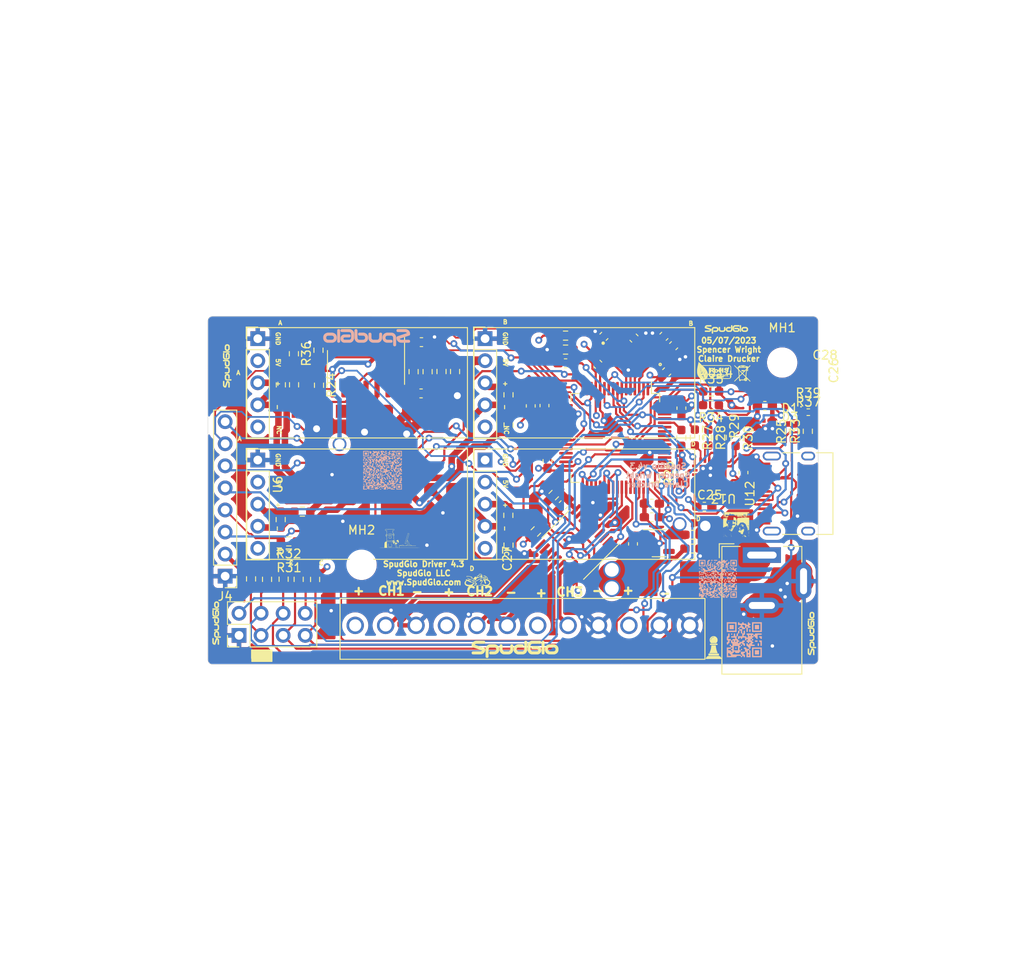
<source format=kicad_pcb>
(kicad_pcb (version 20221018) (generator pcbnew)
  (layers (0 "F.Cu" signal) (1 "In1.Cu" power "GND.Cu") (2 "In2.Cu" power "PWR.Cu") (31 "B.Cu" signal) (34 "B.Paste" user) (35 "F.Paste" user) (36 "B.SilkS" user "B.Silkscreen") (37 "F.SilkS" user "F.Silkscreen") (38 "B.Mask" user) (39 "F.Mask" user) (44 "Edge.Cuts" user))
  (net 0 "")
  (net 1 "Net-(F1-Pad1)")
  (net 2 "+5V")
  (net 3 "Net-(U13-LOWPOWER)")
  (net 4 "GND1")
  (net 7 "INT_LVL_EN")
  (net 9 "+3V3")
  (net 10 "Net-(U13-GPIO3)")
  (net 11 "Net-(U13-GPIO2)")
  (net 12 "Net-(U13-GPIO1)")
  (net 13 "Net-(U13-GPIO0)")
  (net 14 "Net-(U12-VBUS1)")
  (net 16 "WKUP1")
  (net 17 "WKUP2")
  (net 18 "WKUP3")
  (net 19 "WKUP4")
  (net 20 "/INT_4")
  (net 21 "/INT_3")
  (net 22 "/INT_2")
  (net 23 "/INT_1")
  (net 24 "Net-(J4-Pin_4)")
  (net 36 "Net-(U10-PC14_OSC32_IN)")
  (net 37 "Net-(U10-PC15_OSC32_OUT)")
  (net 39 "/OUT_1_N")
  (net 40 "/OUT_2_N")
  (net 41 "/OUT_3_N")
  (net 42 "/OUT_4_N")
  (net 43 "/OUT_3_P")
  (net 44 "/OUT_2_P")
  (net 45 "/OUT_4_P")
  (net 46 "/OUT_1_P")
  (net 48 "XR_TX")
  (net 49 "XR_RX")
  (net 50 "USBD-")
  (net 51 "USBD+")
  (net 52 "NRST")
  (net 53 "XR_GPIO")
  (net 58 "VBUS_PRESENT")
  (net 61 "VBUS")
  (net 73 "Net-(U6-Anode_1)")
  (net 74 "Net-(U6-Anode_2)")
  (net 75 "Net-(U6-Anode_3)")
  (net 76 "Net-(U6-Anode_4)")
  (net 77 "/spudglo_v4p3_micro/TIM1_CH1_SHIFT")
  (net 78 "/spudglo_v4p3_micro/TIM1_CH2_SHIFT")
  (net 79 "/spudglo_v4p3_micro/TIM1_CH3_SHIFT")
  (net 80 "/spudglo_v4p3_micro/LVL_DIR")
  (net 81 "/spudglo_v4p3_micro/BOOT0")
  (net 82 "/spudglo_v4p3_micro/LVL_EN")
  (net 83 "/spudglo_v4p3_micro/SWDIO")
  (net 84 "/spudglo_v4p3_micro/SWCLK")
  (net 85 "/spudglo_v4p3_micro/JTDI")
  (net 86 "/spudglo_v4p3_micro/JTDO")
  (net 87 "/spudglo_v4p3_micro/SPI1_NSS")
  (net 88 "/spudglo_v4p3_micro/SPI1_CIPO")
  (net 89 "/spudglo_v4p3_micro/SPI1_COPI")
  (net 90 "/spudglo_v4p3_micro/NJTRST")
  (net 91 "/spudglo_v4p3_micro/TIM1_CH3")
  (net 92 "/spudglo_v4p3_micro/TIM1_CH2")
  (net 93 "/spudglo_v4p3_micro/TIM1_CH1")
  (net 96 "/spudglo_v4p3_micro/OSC48_HI")
  (net 97 "/spudglo_v4p3_micro/OSC48_LO")
  (net 98 "/spudglo_v4p3_micro/SPI1_SCK")
  (net 99 "/spudglo_v4p3_micro/DISP_BACKLIGHT")
  (net 100 "/spudglo_v4p3_micro/DISP_DC")
  (net 101 "/spudglo_v4p3_micro/DISP_RST")
  (net 106 "Net-(D1-K)")
  (net 107 "Net-(D3-K)")
  (net 108 "/spudglo_v4p3_micro/GREEN_LED")
  (net 109 "/spudglo_v4p3_micro/RED_LED")
  (footprint "LOGO" (layer "F.Cu") (at 255.975 71.425)
    (fp_text reference "G***" hide)
    (fp_text value "LOGO" hide)
  )
  (footprint "Resistor_SMD:R_0603_1608Metric_Pad0.98x0.95mm_HandSolder" (layer "F.Cu") (at 207.51 77.7525 -90)
    (fp_text reference "R18" hide)
    (fp_text value "10k")
  )
  (footprint "LOGO" (layer "F.Cu") (at 253.349808 85.571181)
    (fp_text reference "G***" hide)
    (fp_text value "LOGO" hide)
  )
  (footprint "Resistor_SMD:R_0603_1608Metric_Pad0.98x0.95mm_HandSolder" (layer "F.Cu") (at 206.0425 69.95 180)
    (fp_text reference "R7" hide)
    (fp_text value "1k")
  )
  (footprint "LOGO" (layer "F.Cu") (at 264.7 83.975 90)
    (fp_text reference "G***" hide)
    (fp_text value "LOGO" hide)
  )
  (footprint "Capacitor_SMD:C_0603_1608Metric_Pad1.08x0.95mm_HandSolder" (layer "F.Cu") (at 244.1 73.66 -90)
    (fp_text reference "C15" hide)
    (fp_text value "1u")
  )
  (footprint "LOGO" (layer "F.Cu") (at 230.52 85.8)
    (fp_text reference "G***" hide)
    (fp_text value "LOGO" hide)
  )
  (footprint "Connector_PinHeader_2.54mm:PinHeader_1x05_P2.54mm_Vertical" (layer "F.Cu") (at 200.914 64.008)
    (fp_text reference "U4" hide)
    (fp_text value "receiver_433MHz")
  )
  (footprint "ECS-:XTAL_ECS-.327-9-1210-TR" (layer "F.Cu") (at 246.4 52.18 135)
    (fp_text reference "U7" hide)
    (fp_text value "ECS-.327-9-1210-TR")
  )
  (footprint "Package_QFP:LQFP-64_10x10mm_P0.5mm" (layer "F.Cu") (at 242.062 61.468 -90)
    (fp_text reference "U10" hide)
    (fp_text value "STM32L431RCTx")
  )
  (footprint "Capacitor_SMD:C_0603_1608Metric_Pad1.08x0.95mm_HandSolder" (layer "F.Cu") (at 219.75 50.44)
    (fp_text reference "C1" hide)
    (fp_text value "1u")
  )
  (footprint "Resistor_SMD:R_0603_1608Metric_Pad0.98x0.95mm_HandSolder" (layer "F.Cu") (at 205.09 55.3475 90)
    (fp_text reference "R6" hide)
    (fp_text value "1k")
  )
  (footprint "Capacitor_SMD:C_0603_1608Metric_Pad1.08x0.95mm_HandSolder" (layer "F.Cu") (at 236.34 52.87 180)
    (fp_text reference "C8" hide)
    (fp_text value "0.1u")
  )
  (footprint "Connector_PinHeader_2.54mm:PinHeader_1x08_P2.54mm_Vertical" (layer "F.Cu") (at 197.16 77.375 180)
    (fp_text reference "J4")
    (fp_text value "Conn_01x08_Male")
  )
  (footprint "Capacitor_SMD:C_0603_1608Metric_Pad1.08x0.95mm_HandSolder" (layer "F.Cu") (at 252.3125 69.38)
    (fp_text reference "C25")
    (fp_text value "1u")
  )
  (footprint "LOGO" (layer "F.Cu") (at 256.675 54.05)
    (fp_text reference "G***" hide)
    (fp_text value "LOGO" hide)
  )
  (footprint "Capacitor_SMD:C_0603_1608Metric_Pad1.08x0.95mm_HandSolder" (layer "F.Cu") (at 259.2775 57.7775 180)
    (fp_text reference "C28")
    (fp_text value "1u")
  )
  (footprint "srw_custom:PS2501-4XSM" (layer "F.Cu") (at 205.57 67.4 90)
    (fp_text reference "U6")
    (fp_text value "PS2501-4")
  )
  (footprint "Connector_PinHeader_2.54mm:PinHeader_1x05_P2.54mm_Vertical" (layer "F.Cu") (at 227.076 50.038)
    (fp_text reference "U5" hide)
    (fp_text value "receiver_433MHz")
  )
  (footprint "Resistor_SMD:R_0603_1608Metric_Pad0.98x0.95mm_HandSolder" (layer "F.Cu") (at 229.75 70.3725 -90)
    (fp_text reference "R3" hide)
    (fp_text value "10k")
  )
  (footprint "LOGO" (layer "F.Cu") (at 196.175 82.775 90)
    (fp_text reference "G***" hide)
    (fp_text value "LOGO" hide)
  )
  (footprint "Resistor_SMD:R_0603_1608Metric_Pad0.98x0.95mm_HandSolder" (layer "F.Cu") (at 232.92 72.23 45)
    (fp_text reference "R14" hide)
    (fp_text value "10k")
  )
  (footprint "srw_custom:2410FA" (layer "F.Cu") (at 251.01 81.66 180)
    (fp_text reference "F1" hide)
    (fp_text value "Fuse-2410FA")
  )
  (footprint "Capacitor_SMD:C_0603_1608Metric_Pad1.08x0.95mm_HandSolder" (layer "F.Cu") (at 250.94 74.2)
    (fp_text reference "C19" hide)
    (fp_text value "10u")
  )
  (footprint "XTAL_ECS-480-8-36-RWN-TR" (layer "F.Cu") (at 242.61 51.51 -45)
    (fp_text reference "U8" hide)
    (fp_text value "ECS-480-8-36-RWN-TR")
  )
  (footprint "Resistor_SMD:R_0603_1608Metric_Pad0.98x0.95mm_HandSolder" (layer "F.Cu") (at 249.67 65.5525 90)
    (fp_text reference "R26")
    (fp_text value "DNI")
  )
  (footprint "Resistor_SMD:R_0603_1608Metric_Pad0.98x0.95mm_HandSolder" (layer "F.Cu") (at 204.51 74.97 180)
    (fp_text reference "R31")
    (fp_text value "0")
  )
  (footprint "Capacitor_SMD:C_0603_1608Metric_Pad1.08x0.95mm_HandSolder" (layer "F.Cu") (at 233.91 57.7425 90)
    (fp_text reference "C10" hide)
    (fp_text value "0.1u")
  )
  (footprint "LOGO" (layer "F.Cu") (at 217.24 73.03)
    (fp_text reference "G***" hide)
    (fp_text value "LOGO" hide)
  )
  (footprint "Resistor_SMD:R_0603_1608Metric_Pad0.98x0.95mm_HandSolder" (layer "F.Cu") (at 223.62 53.8225 90)
    (fp_text reference "R10" hide)
    (fp_text value "10k")
  )
  (footprint "Resistor_SMD:R_0603_1608Metric_Pad0.98x0.95mm_HandSolder" (layer "F.Cu") (at 203.57 55.3525 -90)
    (fp_text reference "R1" hide)
    (fp_text value "10k")
  )
  (footprint "Resistor_SMD:R_0603_1608Metric_Pad0.98x0.95mm_HandSolder" (layer "F.Cu") (at 229.77 73.8075 90)
    (fp_text reference "R9" hide)
    (fp_text value "1k")
  )
  (footprint "Capacitor_SMD:C_0603_1608Metric_Pad1.08x0.95mm_HandSolder" (layer "F.Cu") (at 234.26 64.0925 90)
    (fp_text reference "C12" hide)
    (fp_text value "0.1u")
  )
  (footprint "Resistor_SMD:R_0603_1608Metric_Pad0.98x0.95mm_HandSolder" (layer "F.Cu") (at 253.0925 56.12)
    (fp_text reference "R35")
    (fp_text value "28k")
  )
  (footprint "Resistor_SMD:R_0603_1608Metric_Pad0.98x0.95mm_HandSolder" (layer "F.Cu") (at 205.62 77.74 -90)
    (fp_text reference "R20" hide)
    (fp_text value "10k")
  )
  (footprint "Capacitor_SMD:C_0603_1608Metric_Pad1.08x0.95mm_HandSolder" (layer "F.Cu") (at 246.2725 69.03 180)
    (fp_text reference "C16" hide)
    (fp_text value "0.01u")
  )
  (footprint "Capacitor_SMD:C_0603_1608Metric_Pad1.08x0.95mm_HandSolder" (layer "F.Cu") (at 247.658198 49.768438 45)
    (fp_text reference "C5" hide)
    (fp_text value "8p")
  )
  (footprint "LOGO" (layer "F.Cu") (at 254.85 48.975)
    (fp_text reference "G***" hide)
    (fp_text value "LOGO" hide)
  )
  (footprint "Resistor_SMD:R_0603_1608Metric_Pad0.98x0.95mm_HandSolder" (layer "F.Cu") (at 253.07 57.69 180)
    (fp_text reference "R34")
    (fp_text value "10k")
  )
  (footprint "Connector_PinHeader_2.54mm:PinHeader_1x05_P2.54mm_Vertical" (layer "F.Cu") (at 200.914 50.038)
    (fp_text reference "U1" hide)
    (fp_text value "receiver_433MHz")
  )
  (footprint "Resistor_SMD:R_0603_1608Metric_Pad0.98x0.95mm_HandSolder" (layer "F.Cu") (at 236.3375 51.3 180)
    (fp_text reference "R23" hide)
    (fp_text value "DNI")
  )
  (footprint "srw_custom:1984714" (layer "F.Cu") (at 212.13 83.04)
    (fp_text reference locked "J3" hide)
    (fp_text value locked "terminal_custom_12pin")
  )
  (footprint "Resistor_SMD:R_0603_1608Metric_Pad0.98x0.95mm_HandSolder" (layer "F.Cu") (at 203.55 70.8625 -90)
    (fp_text reference "R4" hide)
    (fp_text value "10k")
  )
  (footprint "Resistor_SMD:R_0603_1608Metric_Pad0.98x0.95mm_HandSolder" (layer "F.Cu") (at 251.22 61.4225 -90)
    (fp_text reference "R27")
    (fp_text value "0")
  )
  (footprint "Resistor_SMD:R_0603_1608Metric_Pad0.98x0.95mm_HandSolder" (layer "F.Cu") (at 207.96 55.4025 -90)
    (fp_text reference "R24")
    (fp_text value "DNI")
  )
  (footprint "Package_TO_SOT_SMD:SOT-23-5" (layer "F.Cu") (at 247.1 73.58)
    (fp_text reference "U11" hide)
    (fp_text value "LP5907MFX-3.3")
  )
  (footprint "Capacitor_SMD:C_0603_1608Metric_Pad1.08x0.95mm_HandSolder" (layer "F.Cu") (at 240.75012 49.76988 45)
    (fp_text reference "C3" hide)
    (fp_text value "6p")
  )
  (footprint "Capacitor_SMD:C_0603_1608Metric_Pad1.08x0.95mm_HandSolder" (layer "F.Cu") (at 240.04012 52.99012 -45)
    (fp_text reference "C13" hide)
    (fp_text value "0.1u")
  )
  (footprint "Connector_PinHeader_2.54mm:PinHeader_2x04_P2.54mm_Vertical" (layer "F.Cu") (at 198.755 84.19 90)
    (fp_text reference "J1" hide)
    (fp_text value locked "Conn_01x08_Male")
  )
  (footprint "LED_SMD:LED_0402_1005Metric_Pad0.77x0.64mm_HandSolder" (layer "F.Cu") (at 262.1725 56.875 180)
    (fp_text reference "D1")
    (fp_text value "GREEN LED")
  )
  (footprint "Resistor_SMD:R_0603_1608Metric_Pad0.98x0.95mm_HandSolder" (layer "F.Cu") (at 218.85 53.8375 90)
    (fp_text reference "R13" hide)
    (fp_text value "10k")
  )
  (footprint "Resistor_SMD:R_0603_1608Metric_Pad0.98x0.95mm_HandSolder" (layer "F.Cu") (at 207.9 51.37 90)
    (fp_text reference "R2" hide)
    (fp_text value "10k")
  )
  (footprint "Resistor_SMD:R_0402_1005Metric" (layer "F.Cu") (at 264.275 58.5)
    (fp_text reference "R37")
    (fp_text value "1k")
  )
  (footprint "Resistor_SMD:R_0603_1608Metric_Pad0.98x0.95mm_HandSolder" (layer "F.Cu") (at 255.91 61.4675 -90)
    (fp_text reference "R30")
    (fp_text value "0")
  )
  (footprint "LOGO" (layer "F.Cu") (at 253.45 53.8)
    (fp_text reference "G***" hide)
    (fp_text value "LOGO" hide)
  )
  (footprint "Resistor_SMD:R_0603_1608Metric_Pad0.98x0.95mm_HandSolder" (layer "F.Cu") (at 252.77 61.43 -90)
    (fp_text reference "R28")
    (fp_text value "0")
  )
  (footprint "Resistor_SMD:R_0603_1608Metric_Pad0.98x0.95mm_HandSolder" (layer "F.Cu") (at 262.61 60.7125 90)
    (fp_text reference "R25")
    (fp_text value "DNI")
  )
  (footprint "MountingHole:MountingHole_3mm" (layer "F.Cu") (at 212.86 76.07)
    (fp_text reference "MH2")
    (fp_text value "MountingHole_Pad")
  )
  (footprint "Resistor_SMD:R_0603_1608Metric_Pad0.98x0.95mm_HandSolder" (layer "F.Cu") (at 229.78 59.98 90)
    (fp_text reference "R8" hide)
    (fp_text value "1k")
  )
  (footprint "Resistor_SMD:R_0603_1608Metric_Pad0.98x0.95mm_HandSolder" (layer "F.Cu") (at 205.07 51.7775 -90)
    (fp_text reference "R36")
    (fp_text value "10k")
  )
  (footprint "Connector_BarrelJack:BarrelJack_Wuerth_6941xx301002" (layer "F.Cu") (at 258.93 74.95)
    (fp_text reference "J2" hide)
    (fp_text value "Barrel_Jack_Switch")
  )
  (footprint "Capacitor_SMD:C_0603_1608Metric_Pad1.08x0.95mm_HandSolder" (layer "F.Cu") (at 249.67 58.04 -90)
    (fp_text reference "C9" hide)
    (fp_text value "0.1u")
  )
  (footprint "Resistor_SMD:R_0603_1608Metric_Pad0.98x0.95mm_HandSolder" (layer "F.Cu") (at 234.974765 68.045235 45)
    (fp_text reference "R17" hide)
    (fp_text value "10k")
  )
  (footprint "MountingHole:MountingHole_3mm" (layer "F.Cu") (at 261.27 52.79)
    (fp_text reference "MH1")
    (fp_text value "MountingHole_Pad")
  )
  (footprint "Connector_USB:USB_C_Receptacle_HRO_TYPE-C-31-M-12" (layer "F.Cu") (at 263.21 67.87 90)
    (fp_text reference "U12")
    (fp_text value "USB-C-31-M-12")
  )
  (footprint "Capacitor_SMD:C_0603_1608Metric_Pad1.08x0.95mm_HandSolder" (layer "F.Cu") (at 250.94 72.61)
    (fp_text reference "C18" hide)
    (fp_text value "1u")
  )
  (footprint "Resistor_SMD:R_0603_1608Metric_Pad0.98x0.95mm_HandSolder" (layer "F.Cu") (at 220.46 53.8375 90)
    (fp_text reference "R11" hide)
    (fp_text value "10k")
  )
  (footprint "Connector_PinHeader_2.54mm:PinHeader_1x05_P2.54mm_Vertical" (layer "F.Cu") (at 227.076 64.008)
    (fp_text reference "U3" hide)
    (fp_text value "receiver_433MHz")
  )
  (footprint "Capacitor_SMD:C_0603_1608Metric_Pad1.08x0.95mm_HandSolder" (layer "F.Cu") (at 246.27 70.59 180)
    (fp_text reference "C17" hide)
    (fp_text value "1u")
  )
  (footprint "Resistor_SMD:R_0603_1608Metric_Pad0.98x0.95mm_HandSolder" (layer "F.Cu") (at 204.48 73.37 180)
    (fp_text reference "R32")
    (fp_text value "DNI")
  )
  (footprint "srw_custom:XR21B1411" (layer "F.Cu") (at 253.9875 66.195 180)
    (fp_text reference "U13")
    (fp_text value "XR21B1411")
  )
  (footprint "Capacitor_SMD:C_0603_1608Metric_Pad1.08x0.95mm_HandSolder" (layer "F.Cu") (at 248.778198 50.848438 45)
    (fp_text reference "C4" hide)
    (fp_text value "8p")
  )
  (footprint "Resistor_SMD:R_0603_1608Metric_Pad0.98x0.95mm_HandSolder" (layer "F.Cu") (at 249.66 61.4625 -90)
    (fp_text reference "R15" hide)
    (fp_text value "10k")
  )
  (footprint "Capacitor_SMD:C_0603_1608Metric_Pad1.08x0.95mm_HandSolder" (layer "F.Cu") (at 256.81 65.4525 90)
    (fp_text reference "C26")
    (fp_text value "1u")
  )
  (footprint "LOGO" (layer "F.Cu") (at 226.2 77.825)
    (fp_text reference "G***" hide)
    (fp_text value "LOGO" hide)
  )
  (footprint "Capacitor_SMD:C_0603_1608Metric_Pad1.08x0.95mm_HandSolder" (layer "F.Cu") (at 219.707499 56.34)
    (fp_text reference "C2" hide)
    (fp_text value "1u")
  )
  (footprint "Capacitor_SMD:C_0603_1608Metric_Pad1.08x0.95mm_HandSolder" (layer "F.Cu") (at 244.21012 49.97012 135)
    (fp_text reference "C7" hide)
    (fp_text value "6p")
  )
  (footprint "Resistor_SMD:R_0603_1608Metric_Pad0.98x0.95mm_HandSolder" (layer "F.Cu") (at 229.77 56.5025 -90)
    (fp_text reference "R5" hide)
    (fp_text value "10k")
  )
  (footprint "Resistor_SMD:R_0603_1608Metric_Pad0.98x0.95mm_HandSolder" (layer "F.Cu") (at 236.3375 49.69)
    (fp_text reference "R16" hide)
    (fp_text value "10k")
  )
  (footprint "Capacitor_SMD:C_0603_1608Metric_Pad1.08x0.95mm_HandSolder" (layer "F.Cu") (at 232.33 57.78 90)
    (fp_text reference "C14" hide)
    (fp_text value "4.7u")
  )
  (footprint "Resistor_SMD:R_0603_1608Metric_Pad0.98x0.95mm_HandSolder" (layer "F.Cu") (at 254.32 61.41 -90)
    (fp_text reference "R29")
    (fp_text value "0")
  )
  (footprint "Capacitor_SMD:C_0603_1608Metric_Pad1.08x0.95mm_HandSolder" (layer "F.Cu") (at 247.98 53.86 45)
    (fp_text reference "C11" hide)
    (fp_text value "0.1u")
  )
  (footprint "srw_custom:NCP361" (layer "F.Cu") (at 259.16 59.01)
    (fp_text reference "U14")
    (fp_text value "NCP361")
  )
  (footprint "Package_SO:TSSOP-20_4.4x6.5mm_P0.65mm" (layer "F.Cu") (at 237.57 73.79 -135)
    (fp_text reference "U9" hide)
    (fp_text value "SN74HCT245PW")
  )
  (footprint "Resistor_SMD:R_0603_1608Metric_Pad0.98x0.95mm_HandSolder" (layer "F.Cu") (at 203.89 77.7225 -90)
    (fp_text reference "R19" hide)
    (fp_text value "10k")
  )
  (footprint "Package_SO:SOIC-14_3.9x8.7mm_P1.27mm" (layer "F.Cu") (at 213.37 53.355 -90)
    (fp_text reference "U2" hide)
    (fp_text value "TXS0104EDR")
  )
  (footprint "LED_SMD:LED_0402_1005Metric_Pad0.77x0.64mm_HandSolder" (layer "F.Cu") (at 262.1725 57.875 180)
    (fp_text reference "D3")
    (fp_text value "RED_LED")
  )
  (footprint "LOGO" (layer "F.Cu") (at 197.4 53.18 90)
    (fp_text reference "G***" hide)
    (fp_text value "LOGO" hide)
  )
  (footprint "Resistor_SMD:R_0603_1608Metric_Pad0.98x0.95mm_HandSolder" (layer "F.Cu") (at 222.06 53.82 90)
    (fp_text reference "R12" hide)
    (fp_text value "10k")
  )
  (footprint "Capacitor_SMD:C_0603_1608Metric_Pad1.08x0.95mm_HandSolder" (layer "F.Cu") (at 257.425 60.59 90)
    (fp_text reference "C27")
    (fp_text value "1u")
  )
  (footprint "Resistor_SMD:R_0603_1608Metric_Pad0.98x0.95mm_HandSolder" (layer "F.Cu") (at 264.22 60.7 90)
    (fp_text reference "R33")
    (fp_text value "10k")
  )
  (footprint "Resistor_SMD:R_0603_1608Metric_Pad0.98x0.95mm_HandSolder" (layer "F.Cu") (at 200.14 77.69 -90)
    (fp_text reference "R22" hide)
    (fp_text value "10k")
  )
  (footprint "Resistor_SMD:R_0603_1608Metric_Pad0.98x0.95mm_HandSolder" (layer "F.Cu") (at 201.98 77.74 -90)
    (fp_text reference "R21" hide)
    (fp_text value "10k")
  )
  (footprint "Capacitor_SMD:C_0603_1608Metric_Pad1.08x0.95mm_HandSolder" (layer "F.Cu") (at 236.07988 69.16012 45)
    (fp_text reference "C6" hide)
    (fp_text value "0.1u")
  )
  (footprint "Resistor_SMD:R_0402_1005Metric" (layer "F.Cu") (at 264.265 57.45)
    (fp_text reference "R39")
    (fp_text value "1k")
  )
  (footprint "LOGO" (layer "B.Cu") (at 215.27 65.18 180)
    (fp_text reference "G***" hide)
    (fp_text value "LOGO" hide)
  )
  (footprint "LOGO" (layer "B.Cu") (at 213.45 49.93 180)
    (fp_text reference "G***" hide)
    (fp_text value "LOGO" hide)
  )
  (footprint "LOGO" (layer "B.Cu") (at 253.87 77.68 180)
    (fp_text reference "G***" hide)
    (fp_text value "LOGO" hide)
  )
  (footprint "LOGO" (layer "B.Cu") (at 256.91 84.69 180)
    (fp_text reference "G***" hide)
    (fp_text value "LOGO" hide)
  )
  (gr_line locked (start 225.044 48.768) (end 225.043997 61.467998) (stroke (width 0.12)) (layer "F.SilkS"))
  (gr_line locked (start 251.205997 75.437998) (end 225.805998 75.437999) (stroke (width 0.12)) (layer "F.SilkS"))
  (gr_line locked (start 199.643998 61.467999) (end 199.643998 48.768) (stroke (width 0.12)) (layer "F.SilkS"))
  (gr_poly (pts (xy 200.2154 87.1952) (xy 200.2154 86.809799) (xy 200.19 86.835199) (xy 200.19 85.87) (xy 202.5522 85.869999) (xy 202.552201 87.195199)) (stroke (width 0.1)) (fill solid) (layer "F.SilkS"))
  (gr_line locked (start 225.805998 62.738) (end 251.206 62.738) (stroke (width 0.12)) (layer "F.SilkS"))
  (gr_line locked (start 225.806 48.768002) (end 251.206002 48.768002) (stroke (width 0.12)) (layer "F.SilkS"))
  (gr_line locked (start 225.044 62.738) (end 225.043997 75.437998) (stroke (width 0.12)) (layer "F.SilkS"))
  (gr_line locked (start 225.043997 61.467998) (end 199.643998 61.467999) (stroke (width 0.12)) (layer "F.SilkS"))
  (gr_line locked (start 251.206 62.738) (end 251.205997 75.437998) (stroke (width 0.12)) (layer "F.SilkS"))
  (gr_line locked (start 225.805998 75.437999) (end 225.805998 62.738) (stroke (width 0.12)) (layer "F.SilkS"))
  (gr_line locked (start 251.206002 48.768002) (end 251.205999 61.468) (stroke (width 0.12)) (layer "F.SilkS"))
  (gr_line locked (start 199.643998 62.738) (end 225.044 62.738) (stroke (width 0.12)) (layer "F.SilkS"))
  (gr_line locked (start 199.643998 75.437999) (end 199.643998 62.738) (stroke (width 0.12)) (layer "F.SilkS"))
  (gr_line locked (start 225.043997 75.437998) (end 199.643998 75.437999) (stroke (width 0.12)) (layer "F.SilkS"))
  (gr_line locked (start 225.806 61.468001) (end 225.806 48.768002) (stroke (width 0.12)) (layer "F.SilkS"))
  (gr_line locked (start 199.643998 48.768) (end 225.044 48.768) (stroke (width 0.12)) (layer "F.SilkS"))
  (gr_line locked (start 251.205999 61.468) (end 225.806 61.468001) (stroke (width 0.12)) (layer "F.SilkS"))
  (gr_line (start 264.88 87.5) (end 195.685173 87.510125) (stroke (width 0.05)) (layer "Edge.Cuts"))
  (gr_line (start 195.67638 47.48072) (end 264.875567 47.481819) (stroke (width 0.05)) (layer "Edge.Cuts"))
  (gr_arc (start 264.875567 47.481819) (mid 265.25 47.65) (end 265.405567 48.029819) (stroke (width 0.05)) (layer "Edge.Cuts"))
  (gr_arc (start 195.17638 47.98872) (mid 195.32 47.630027) (end 195.67638 47.48072) (stroke (width 0.05)) (layer "Edge.Cuts"))
  (gr_line (start 195.17638 47.98872) (end 195.177173 87.020125) (stroke (width 0.05)) (layer "Edge.Cuts"))
  (gr_line (start 265.405567 48.029819) (end 265.41 86.97) (stroke (width 0.05)) (layer "Edge.Cuts"))
  (gr_arc (start 265.41 86.97) (mid 265.248236 87.338236) (end 264.88 87.5) (stroke (width 0.05)) (layer "Edge.Cuts"))
  (gr_arc (start 195.685173 87.510125) (mid 195.330026 87.37) (end 195.177173 87.020125) (stroke (width 0.05)) (layer "Edge.Cuts"))
  (gr_text "SpudGlo v4.3\nSpencer Wright\nClaire Drucker\n" (at 246.98 65.76) (layer "B.SilkS") (effects (font (size 0.65 0.65) (thickness 0.1625)) (justify mirror)))
  (gr_text "CH3" (at 236.83 79.2) (layer "F.SilkS") (effects (font (size 1 1) (thickness 0.25))))
  (gr_text "A" (at 203.5 48.23) (layer "F.SilkS") (effects (font (size 0.5 0.5) (thickness 0.125))))
  (gr_text "D" (at 251.04 62.16) (layer "F.SilkS") (effects (font (size 0.5 0.5) (thickness 0.125))))
  (gr_text "+" (at 243.54 78.99) (layer "F.SilkS") (effects (font (size 1 1) (thickness 0.25)) (justify mirror)))
  (gr_text "-" (at 240.03 79.02) (layer "F.SilkS") (effects (font (size 1 1) (thickness 0.25)) (justify mirror)))
  (gr_text "+" (at 212.53 79.04) (layer "F.SilkS") (effects (font (size 1 1) (thickness 0.25)) (justify mirror)))
  (gr_text "GND" (at 203.233706 50.037464 270) (layer "F.SilkS") (effects (font (size 0.5 0.5) (thickness 0.125))))
  (gr_text "-" (at 203.125905 57.918067 90) (layer "F.SilkS") (effects (font (size 0.5 0.5) (thickness 0.125))))
  (gr_text "D" (at 225.56 76.5) (layer "F.SilkS") (effects (font (size 0.5 0.5) (thickness 0.125))))
  (gr_text "-" (at 219.26 79.15) (layer "F.SilkS") (effects (font (size 1 1) (thickness 0.25)) (justify mirror)))
  (gr_text "-" (at 229.287907 57.918069 90) (layer "F.SilkS") (effects (font (size 0.5 0.5) (thickness 0.125))))
  (gr_text "-" (at 230.07 79.22) (layer "F.SilkS") (effects (font (size 1 1) (thickness 0.25)) (justify mirror)))
  (gr_text "SpudGlo Driver 4.3\nSpudGlo LLC\nwww.SpudGlo.com" (at 220.01 77.03) (layer "F.SilkS") (effects (font (size 0.65 0.65) (thickness 0.1625))))
  (gr_text "A" (at 198.67 53.97) (layer "F.SilkS") (effects (font (size 0.5 0.5) (thickness 0.125))))
  (gr_text "NC" (at 229.525524 74.51817 270) (layer "F.SilkS") (effects (font (size 0.5 0.5) (thickness 0.125))))
  (gr_text "B" (at 250.76 48.3) (layer "F.SilkS") (effects (font (size 0.5 0.5) (thickness 0.125))))
  (gr_text "+" (at 229.427606 55.238368 270) (layer "F.SilkS") (effects (font (size 0.5 0.5) (thickness 0.125))))
  (gr_text "5V" (at 203.252903 52.787265 270) (layer "F.SilkS") (effects (font (size 0.5 0.5) (thickness 0.125))))
  (gr_text "+" (at 222.91 79.16) (layer "F.SilkS") (effects (font (size 1 1) (thickness 0.25)) (justify mirror)))
  (gr_text "05/07/2023\nSpencer Wright\nClaire Drucker\n" (at 255.125 51.3) (layer "F.SilkS") (effects (font (size 0.65 0.65) (thickness 0.1625))))
  (gr_text "GND" (at 229.395708 50.037466 270) (layer "F.SilkS") (effects (font (size 0.5 0.5) (thickness 0.125))))
  (gr_text "GND" (at 229.395706 64.007464 270) (layer "F.SilkS") (effects (font (size 0.5 0.5) (thickness 0.125))))
  (gr_text "CH2" (at 226.45 79.13) (layer "F.SilkS") (effects (font (size 1 1) (thickness 0.25))))
  (gr_text "B" (at 229.39 48.12) (layer "F.SilkS") (effects (font (size 0.5 0.5) (thickness 0.125))))
  (gr_text "+" (at 233.54 79.28) (layer "F.SilkS") (effects (font (size 1 1) (thickness 0.25)) (justify mirror)))
  (gr_text "5V" (at 229.414905 52.787267 270) (layer "F.SilkS") (effects (font (size 0.5 0.5) (thickness 0.125))))
  (gr_text "C" (at 204.77 75.87) (layer "F.SilkS") (effects (font (size 0.5 0.5) (thickness 0.125))))
  (gr_text "+" (at 203.265604 55.238366 270) (layer "F.SilkS") (effects (font (size 0.5 0.5) (thickness 0.125))))
  (gr_text "-" (at 247.77 79.33) (layer "F.SilkS") (effects (font (size 1 1) (thickness 0.25)) (justify mirror)))
  (gr_text "NC" (at 203.363524 60.54817 270) (layer "F.SilkS") (effects (font (size 0.5 0.5) (thickness 0.125))))
  (gr_text "5V" (at 229.414903 66.757265 270) (layer "F.SilkS") (effects (font (size 0.5 0.5) (thickness 0.125))))
  (gr_text "A" (at 198.82 61.57) (layer "F.SilkS") (effects (font (size 0.5 0.5) (thickness 0.125))))
  (gr_text "NC" (at 203.363524 74.51817 270) (layer "F.SilkS") (effects (font (size 0.5 0.5) (thickness 0.125))))
  (gr_text "D" (at 251.61 70.77) (layer "F.SilkS") (effects (font (size 0.5 0.5) (thickness 0.125))))
  (gr_text "CH1" (at 216.3 79.08) (layer "F.SilkS") (effects (font (size 1 1) (thickness 0.25))))
  (gr_text "5V" (at 203.252903 66.757265 270) (layer "F.SilkS") (effects (font (size 0.5 0.5) (thickness 0.125))))
  (gr_text "-" (at 229.287905 71.888067 90) (layer "F.SilkS") (effects (font (size 0.5 0.5) (thickness 0.125))))
  (gr_text "-" (at 203.125905 71.888067 90) (layer "F.SilkS") (effects (font (size 0.5 0.5) (thickness 0.125))))
  (gr_text "C" (at 208.22 75.88) (layer "F.SilkS") (effects (font (size 0.5 0.5) (thickness 0.125))))
  (gr_text "+" (at 229.427604 69.208366 270) (layer "F.SilkS") (effects (font (size 0.5 0.5) (thickness 0.125))))
  (gr_text "+" (at 203.265604 69.208366 270) (layer "F.SilkS") (effects (font (size 0.5 0.5) (thickness 0.125))))
  (gr_text "NC" (at 229.525526 60.548172 270) (layer "F.SilkS") (effects (font (size 0.5 0.5) (thickness 0.125))))
  (gr_text "GND" (at 203.233706 64.007464 270) (layer "F.SilkS") (effects (font (size 0.5 0.5) (thickness 0.125))))
  (segment (start 255.86 77.66) (end 256.14 77.38) (width 3) (layer "F.Cu") (net 1))
  (segment (start 258.44 74.74) (end 258.63 74.93) (width 3) (layer "F.Cu") (net 1))
  (segment (start 258.93 74.95) (end 255.48 74.95) (width 2) (layer "F.Cu") (net 1))
  (segment (start 252.35 77.66) (end 255.27 74.74) (width 3) (layer "F.Cu") (net 1))
  (segment (start 255.48 74.95) (end 255.27 74.74) (width 2) (layer "F.Cu") (net 1))
  (segment (start 257.07 76.45) (end 258.06 76.45) (width 3) (layer "F.Cu") (net 1))
  (segment (start 258.93 74.95) (end 258.93 75.58) (width 2) (layer "F.Cu") (net 1))
  (segment (start 258.93 75.58) (end 258.06 76.45) (width 2) (layer "F.Cu") (net 1))
  (segment (start 255.27 74.74) (end 258.44 74.74) (width 3) (layer "F.Cu") (net 1))
  (segment (start 251.01 77.66) (end 255.86 77.66) (width 3) (layer "F.Cu") (net 1))
  (segment (start 251.01 77.66) (end 252.35 77.66) (width 3) (layer "F.Cu") (net 1))
  (segment (start 256.14 77.38) (end 257.07 76.45) (width 3) (layer "F.Cu") (net 1))
  (segment (start 222.06 54.7325) (end 220.4775 54.7325) (width 1) (layer "F.Cu") (net 2))
  (segment (start 239.63 73.93) (end 235.47 69.77) (width 0.25) (layer "F.Cu") (net 2))
  (segment (start 250.0775 74.201028) (end 248.998528 75.28) (width 0.5) (layer "F.Cu") (net 2))
  (segment (start 245.9625 72.63) (end 244.2675 72.63) (width 0.75) (layer "F.Cu") (net 2))
  (segment (start 220.4475 54.7625) (end 218.85 54.7625) (width 1) (layer "F.Cu") (net 2))
  (segment (start 218.844999 56.201675) (end 218.844999 56.34) (width 1) (layer "F.Cu") (net 2))
  (segment (start 237.78 79.02) (end 237.614194 78.854194) (width 0.25) (layer "F.Cu") (net 2))
  (segment (start 245.41 77.66) (end 241.95 77.66) (width 4) (layer "F.Cu") (net 2))
  (segment (start 241.66 76.64) (end 243.05 75.25) (width 0.75) (layer "F.Cu") (net 2))
  (segment (start 227.076 52.578) (end 225.777 52.578) (width 1) (layer "F.Cu") (net 2))
  (segment (start 243.05 75.25) (end 243.05 73.885951) (width 0.75) (layer "F.Cu") (net 2))
  (segment (start 222.0625 54.735) (end 222.06 54.7325) (width 1) (layer "F.Cu") (net 2))
  (segment (start 220.4775 54.7325) (end 220.46 54.75) (width 1) (layer "F.Cu") (net 2))
  (segment (start 247.31 75.66) (end 245.41 75.66) (width 0.5) (layer "F.Cu") (net 2))
  (segment (start 244.2675 72.63) (end 244.1 72.7975) (width 0.75) (layer "F.Cu") (net 2))
  (segment (start 220.46 54.75) (end 220.4475 54.7625) (width 1) (layer "F.Cu") (net 2))
  (segment (start 220.296674 54.75) (end 218.844999 56.201675) (width 1) (layer "F.Cu") (net 2))
  (segment (start 235.47 70.845634) (end 235.47 69.77) (width 0.25) (layer "F.Cu") (net 2))
  (segment (start 247.36 75.71) (end 247.31 75.66) (width 0.5) (layer "F.Cu") (net 2))
  (segment (start 248.56 75.28) (end 248.13 75.71) (width 0.5) (layer "F.Cu") (net 2))
  (segment (start 223.62 54.735) (end 222.0625 54.735) (width 1) (layer "F.Cu") (net 2))
  (segment (start 237.614194 77.88238) (end 239.63 75.866574) (width 0.25) (layer "F.Cu") (net 2))
  (segment (start 218.844999 56.34) (end 217.69 56.34) (width 1) (layer "F.Cu") (net 2))
  (segment (start 217.69 56.34) (end 217.18 55.83) (width 1) (layer "F.Cu") (net 2))
  (segment (start 239.63 75.866574) (end 239.63 73.93) (width 0.25) (layer "F.Cu") (net 2))
  (segment (start 225.777 52.578) (end 223.62 54.735) (width 1) (layer "F.Cu") (net 2))
  (segment (start 245.41 75.66) (end 245.41 75.0825) (width 0.5) (layer "F.Cu") (net 2))
  (segment (start 248.13 75.71) (end 247.36 75.71) (width 0.5) (layer "F.Cu") (net 2))
  (segment (start 245.41 75.0825) (end 245.9625 74.53) (width 0.5) (layer "F.Cu") (net 2))
  (segment (start 244.1 72.835951) (end 244.1 72.7975) (width 0.75) (layer "F.Cu") (net 2))
  (segment (start 243.05 73.885951) (end 244.1 72.835951) (width 0.75) (layer "F.Cu") (net 2))
  (segment (start 220.46 54.75) (end 220.296674 54.75) (width 1) (layer "F.Cu") (net 2))
  (segment (start 248.998528 75.28) (end 248.56 75.28) (width 0.5) (layer "F.Cu") (net 2))
  (segment (start 241.95 77.66) (end 241.94 77.65) (width 4) (layer "F.Cu") (net 2))
  (segment (start 237.614194 78.854194) (end 237.614194 77.88238) (width 0.25) (layer "F.Cu") (net 2))
  (segment (start 247.36 75.71) (end 245.41 77.66) (width 0.5) (layer "F.Cu") (net 2))
  (segment (start 245.41 77.66) (end 245.41 75.66) (width 0.5) (layer "F.Cu") (net 2))
  (segment (start 250.0775 74.2) (end 250.0775 74.201028) (width 0.5) (layer "F.Cu") (net 2))
  (segment (start 235.169664 71.14597) (end 235.47 70.845634) (width 0.25) (layer "F.Cu") (net 2))
  (via (at 235.169664 71.14597) (size 0.8) (drill 0.4) (layers "F.Cu" "B.Cu") (net 2))
  (via (at 237.78 79.02) (size 0.8) (drill 0.4) (layers "F.Cu" "B.Cu") (net 2))
  (via (at 241.66 76.64) (size 2) (drill 1.6) (layers "F.Cu" "B.Cu") (net 2))
  (via (at 241.66 78.76) (size 2) (drill 1.6) (layers "F.Cu" "B.Cu") (net 2))
  (segment (start 235.169664 70.859664) (end 233.32 69.01) (width 0.25) (layer "B.Cu") (net 2))
  (segment (start 227.888 66.548) (end 227.076 66.548) (width 0.25) (layer "B.Cu") (net 2))
  (segment (start 235.169664 71.14597) (end 235.169664 70.859664) (width 0.25) (layer "B.Cu") (net 2))
  (segment (start 230.35 69.01) (end 227.888 66.548) (width 0.25) (layer "B.Cu") (net 2))
  (segment (start 233.32 69.01) (end 230.35 69.01) (width 0.25) (layer "B.Cu") (net 2))
  (segment (start 256.577652 63.462348) (end 257.442348 63.462348) (width 0.25) (layer "F.Cu") (net 3))
  (segment (start 254.74 66.05) (end 254.74 64.88) (width 0.25) (layer "F.Cu") (net 3))
  (segment (start 253.9875 66.19) (end 254.6 66.19) (width 0.25) (layer "F.Cu") (net 3))
  (segment (start 261.685 61.963172) (end 261.685 61.35) (width 0.25) (layer "F.Cu") (net 3))
  (segment (start 255.88 64.16) (end 256.577652 63.462348) (width 0.25) (layer "F.Cu") (net 3))
  (segment (start 254.6 66.19) (end 254.74 66.05) (width 0.25) (layer "F.Cu") (net 3))
  (segment (start 254.89 64.73) (end 255.376396 64.73) (width 0.25) (layer "F.Cu") (net 3))
  (segment (start 262.139505 60.8125) (end 261.685 61.267005) (width 0.25) (layer "F.Cu") (net 3))
  (segment (start 258.249695 62.655) (end 260.993172 62.655) (width 0.25) (layer "F.Cu") (net 3))
  (segment (start 255.88 64.226396) (end 255.88 64.16) (width 0.25) (layer "F.Cu") (net 3))
  (segment (start 255.376396 64.73) (end 255.88 64.226396) (width 0.25) (layer "F.Cu") (net 3))
  (segment (start 263.42 60.8125) (end 262.139505 60.8125) (width 0.25) (layer "F.Cu") (net 3))
  (segment (start 257.442348 63.462348) (end 258.249695 62.655) (width 0.25) (layer "F.Cu") (net 3))
  (segment (start 264.22 61.6125) (end 263.42 60.8125) (width 0.25) (layer "F.Cu") (net 3))
  (segment (start 260.993172 62.655) (end 261.685 61.963172) (width 0.25) (layer "F.Cu") (net 3))
  (segment (start 254.74 64.88) (end 254.89 64.73) (width 0.25) (layer "F.Cu") (net 3))
  (segment (start 254.005 56.275) (end 255.31 57.58) (width 0.25) (layer "F.Cu") (net 4))
  (segment (start 236.35 81.59) (end 236.323464 81.563464) (width 0.5) (layer "F.Cu") (net 4))
  (segment (start 256.81 64.59) (end 257.34 64.59) (width 0.25) (layer "F.Cu") (net 4))
  (segment (start 248.58988 53.25012) (end 249.41 52.43) (width 0.25) (layer "F.Cu") (net 4))
  (segment (start 236.387 58.218) (end 235.248 58.218) (width 0.25) (layer "F.Cu") (net 4))
  (segment (start 257.425 59.7275) (end 258.045 59.7275) (width 0.5) (layer "F.Cu") (net 4))
  (segment (start 207.9 50.4575) (end 209.1375 50.4575) (width 0.75) (layer "F.Cu") (net 4))
  (segment (start 259.33 80.73) (end 261.09 78.97) (width 3) (layer "F.Cu") (net 4))
  (segment (start 248.026136 49.4005) (end 248.268078 49.158558) (width 0.25) (layer "F.Cu") (net 4))
  (segment (start 223.35 58.4) (end 221.9 59.85) (width 1) (layer "F.Cu") (net 4))
  (segment (start 249.66 62.375) (end 249.66 63.32) (width 0.25) (layer "F.Cu") (net 4))
  (segment (start 219.539975 80.459975) (end 219.54 80.46) (width 0.5) (layer "F.Cu") (net 4))
  (segment (start 213.19 58.4) (end 211.74 59.85) (width 1) (layer "F.Cu") (net 4))
  (segment (start 232.82 74.77) (end 232.98 74.93) (width 0.5) (layer "F.Cu") (net 4))
  (segment (start 229.29 82.29) (end 229.19 82.29) (width 0.5) (layer "F.Cu") (net 4))
  (segment (start 235.62 67.4) (end 235.62 67.48048) (width 0.5) (layer "F.Cu") (net 4))
  (segment (start 218.27 58.4) (end 216.82 59.85) (width 1) (layer "F.Cu") (net 4))
  (segment (start 241.663173 71.2) (end 243.387 69.476173) (width 0.5) (layer "F.Cu") (net 4))
  (segment (start 255.41 57.68) (end 255.47 57.68) (width 0.25) (layer "F.Cu") (net 4))
  (segment (start 245.574647 49.4005) (end 245.534387 49.36024) (width 0.25) (layer "F.Cu") (net 4))
  (segment (start 229.63 82.31967) (end 229.60033 82.29) (width 0.5) (layer "F.Cu") (net 4))
  (segment (start 263.73 77.95) (end 263.41 77.95) (width 2) (layer "F.Cu") (net 4))
  (segment (start 209.56 59.85) (end 208.11 58.4) (width 1) (layer "F.Cu") (net 4))
  (segment (start 263.41 77.95) (end 261.605 79.755) (width 2) (layer "F.Cu") (net 4))
  (segment (start 241.394568 69.045) (end 242.16 69.045) (width 0.5) (layer "F.Cu") (net 4))
  (segment (start 261.605 79.755) (end 261.47 79.89) (width 2) (layer "F.Cu") (net 4))
  (segment (start 229.63 83.04) (end 229.63 82.31967) (width 0.5) (layer "F.Cu") (net 4))
  (segment (start 249.66 63.32) (end 249.77 63.43) (width 0.25) (layer "F.Cu") (net 4))
  (segment (start 236.68976 68.861574) (end 237.525806 69.69762) (width 0.5) (layer "F.Cu") (net 4))
  (segment (start 251.88 66.14) (end 252.605 65.415) (width 0.25) (layer "F.Cu") (net 4))
  (segment (start 258.3625 60.0175) (end 258.075 60.0175) (width 0.5) (layer "F.Cu") (net 4))
  (segment (start 258.74 60.395) (end 258.415 60.07) (width 0.5) (layer "F.Cu") (net 4))
  (segment (start 235.425 51.3) (end 234.22 51.3) (width 0.25) (layer "F.Cu") (net 4))
  (segment (start 233.91 56.88) (end 232.3675 56.88) (width 0.25) (layer "F.Cu") (net 4))
  (segment (start 219.13 83.04) (end 217.24 83.04) (width 0.5) (layer "F.Cu") (net 4))
  (segment (start 231.794975 76.604975) (end 232.06995 76.33) (width 0.5) (layer "F.Cu") (net 4))
  (segment (start 261.16 60.115) (end 261.5175 60.115) (width 0.5) (layer "F.Cu") (net 4))
  (segment (start 236.323464 81.563464) (end 236.323464 78.28) (width 0.5) (layer "F.Cu") (net 4))
  (segment (start 249.67 64.64) (end 249.67 63.53) (width 0.5) (layer "F.Cu") (net 4))
  (segment (start 262.4825 59.9275) (end 261.705 59.9275) (width 0.5) (layer "F.Cu") (net 4))
  (segment (start 253.175 68.825) (end 251.88 67.53) (width 0.25) (layer "F.Cu") (net 4))
  (segment (start 235.355995 64.718) (end 234.26 63.622005) (width 0.25) (layer "F.Cu") (net 4))
  (segment (start 232.3675 56.88) (end 232.33 56.9175) (width 0.25) (layer "F.Cu") (net 4))
  (segment (start 241.432792 71.2) (end 241.663173 71.2) (width 0.5) (layer "F.Cu") (net 4))
  (segment (start 251.2125 65.69) (end 252.33 65.69) (width 0.25) (layer "F.Cu") (net 4))
  (segment (start 247.25 73.49) (end 247.14 73.6) (width 0.25) (layer "F.Cu") (net 4))
  (segment (start 250.8405 57.732) (end 249.67 58.9025) (width 0.25) (layer "F.Cu") (net 4))
  (segment (start 240.6145 58.595396) (end 240.312 58.292896) (width 0.25) (layer "F.Cu") (net 4))
  (segment (start 240.312 55.793) (end 240.312 53.938) (width 0.25) (layer "F.Cu") (net 4))
  (segment (start 258.415 60.07) (end 258.415 58.9875) (width 0.5) (layer "F.Cu") (net 4))
  (segment (start 237.308 58.218) (end 236.387 58.218) (width 0.25) (layer "F.Cu") (net 4))
  (segment (start 240.35 70.36) (end 240.22 70.23) (width 0.5) (layer "F.Cu") (net 4))
  (segment (start 223.35 58.4) (end 223.35 57.13) (width 1) (layer "F.Cu") (net 4))
  (segment (start 234.923464 82.13) (end 234.923464 82.323414) (width 0.5) (layer "F.Cu") (net 4))
  (segment (start 249.67 63.53) (end 249.77 63.43) (width 0.5) (layer "F.Cu") (net 4))
  (segment (start 216.72005 81.3) (end 216.995025 81.025025) (width 0.5) (layer "F.Cu") (net 4))
  (segment (start 216.82 59.85) (end 214.64 59.85) (width 1) (layer "F.Cu") (net 4))
  (segment (start 227.93995 80.46) (end 228.254975 80.144975) (width 0.5) (layer "F.Cu") (net 4))
  (segment (start 257.675 59.7275) (end 258.415 58.9875) (width 0.5) (layer "F.Cu") (net 4))
  (segment (start 262.61 59.8) (end 262.4825 59.9275) (width 0.5) (layer "F.Cu") (net 4))
  (segment (start 242.468579 50.44934) (end 242.51114 50.44934) (width 0.25) (layer "F.Cu") (net 4))
  (segment (start 240.593224 70.413224) (end 240.263224 70.743224) (width 0.5) (layer "F.Cu") (net 4))
  (segment (start 234.923464 77.433464) (end 234.923464 82.13) (width 0.5) (layer "F.Cu") (net 4))
  (segment (start 259.81 61.0475) (end 259.485 61.3725) (width 0.5) (layer "F.Cu") (net 4))
  (segment (start 243.445 69.935) (end 242.18 71.2) (width 0.5) (layer "F.Cu") (net 4))
  (segment (start 239.78 49.16) (end 241.36 49.16) (width 0.25) (layer "F.Cu") (net 4))
  (segment (start 257.425 59.7275) (end 257.675 59.7275) (width 0.5) (layer "F.Cu") (net 4))
  (segment (start 229.63 82.26033) (end 230.380165 81.510165) (width 0.5) (layer "F.Cu") (net 4))
  (segment (start 245.312 67.143) (end 245.312 68.932) (width 0.25) (layer "F.Cu") (net 4))
  (segment (start 242.16 69.045) (end 241.961448 69.045) (width 0.5) (layer "F.Cu") (net 4))
  (segment (start 262.61 59.8) (end 264.2075 59.8) (width 0.5) (layer "F.Cu") (net 4))
  (segment (start 259.81 60.395) (end 258.74 60.395) (width 0.5) (layer "F.Cu") (net 4))
  (segment (start 230.380165 81.510165) (end 234.940165 76.950165) (width 0.5) (layer "F.Cu") (net 4))
  (segment (start 242.498414 71.458414) (end 241.38651 71.458414) (width 0.5) (layer "F.Cu") (net 4))
  (segment (start 247.25 72.4325) (end 247.25 73.49) (width 0.25) (layer "F.Cu") (net 4))
  (segment (start 242.18 71.2) (end 242.01 71.2) (width 0.5) (layer "F.Cu") (net 4))
  (segment (start 233.46 76.45043) (end 229.025215 80.885215) (width 0.5) (layer "F.Cu") (net 4))
  (segment (start 233.6 67.61) (end 233.81 67.4) (width 0.5) (layer "F.Cu") (net 4))
  (segment (start 246.34 49.4005) (end 248.026136 49.4005) (width 0.25) (layer "F.Cu") (net 4))
  (segment (start 250.136961 52.1295) (end 250.136961 50.987441) (width 0.25) (layer "F.Cu") (net 4))
  (segment (start 229.63 82.63) (end 229.29 82.29) (width 0.5) (layer "F.Cu") (net 4))
  (segment (start 259.3625 60.8425) (end 259.81 60.395) (width 0.5) (layer "F.Cu") (net 4))
  (segment (start 249.41 52.43) (end 249.48 52.43) (width 0.25) (layer "F.Cu") (net 4))
  (segment (start 214.64 59.85) (end 213.7 60.79) (width 1) (layer "F.Cu") (net 4))
  (segment (start 243.445 69.534173) (end 243.445 69.815) (width 0.5) (layer "F.Cu") (net 4))
  (segment (start 259.81 60.66) (end 259.16 61.31) (width 0.5) (layer "F.Cu") (net 4))
  (segment (start 261.845 78.215) (end 262.29 77.77) (width 3) (layer "F.Cu") (net 4))
  (segment (start 253.175 69.38) (end 253.175 68.825) (width 0.25) (layer "F.Cu") (net 4))
  (segment (start 221.207878 49.844622) (end 220.6125 50.44) (width 0.5) (layer "F.Cu") (net 4))
  (segment (start 240.263224 70.743224) (end 240.250789 70.743224) (width 0.5) (layer "F.Cu") (net 4))
  (segment (start 263.73 77.95) (end 263.73 76.83) (width 2) (layer "F.Cu") (net 4))
  (segment (start 250.8405 57.664098) (end 250.8405 57.732) (width 0.25) (layer "F.Cu") (net 4))
  (segment (start 245.534387 49.36024) (end 243.60024 49.36024) (width 0.25) (layer "F.Cu") (net 4))
  (segment (start 250.136961 50.987441) (end 249.388078 50.238558) (width 0.25) (layer "F.Cu") (net 4))
  (segment (start 251.88 66.7975) (end 251.88 66.14) (width 0.25) (layer "F.Cu") (net 4))
  (segment (start 242.751421 52.57066) (end 243.56 53.379239) (width 0.25) (layer "F.Cu") (net 4))
  (segment (start 235.4775 52.87) (end 235.4775 51.3525) (width 0.25) (layer "F.Cu") (net 4))
  (segment (start 229.19 82.29) (end 227.87 82.29) (width 0.5) (layer "F.Cu") (net 4))
  (segment (start 258.415 58.9875) (end 258.415 57.7775) (width 0.5) (layer "F.Cu") (net 4))
  (segment (start 260.63 80.73) (end 261.47 79.89) (width 3) (layer "F.Cu") (net 4))
  (segment (start 240.766521 59.476088) (end 240.550469 59.260036) (width 0.25) (layer "F.Cu") (net 4))
  (segment (start 213.7 60.79) (end 213.2 60.79) (width 1) (layer "F.Cu") (net 4))
  (segment (start 245.9625 73.58) (end 245.0425 73.58) (width 0.75) (layer "F.Cu") (net 4))
  (segment (start 258.74 60.395) (end 258.3625 60.0175) (width 0.5) (layer "F.Cu") (net 4))
  (segment (start 247.12 73.58) (end 247.14 73.6) (width 0.75) (layer "F.Cu") (net 4))
  (segment (start 221.255378 49.844622) (end 221.207878 49.844622) (width 0.5) (layer "F.Cu") (net 4))
  (segment (start 243.445 70.49) (end 243.445 70.511828) (width 0.5) (layer "F.Cu") (net 4))
  (segment (start 251.83 74.2275) (end 251.8025 74.2) (width 0.5) (layer "F.Cu") (net 4))
  (segment (start 264.785 57.46) (end 264.775 57.45) (width 0.5) (layer "F.Cu") (net 4))
  (segment (start 214.64 59.85) (end 213.19 58.4) (width 1) (layer "F.Cu") (net 4))
  (segment (start 258.63 80.73) (end 259.33 80.73) (width 3) (layer "F.Cu") (net 4))
  (segment (start 237.232 64.718) (end 237.77 64.18) (width 0.25) (layer "F.Cu") (net 4))
  (segment (start 221.9 59.85) (end 219.72 59.85) (width 1) (layer "F.Cu") (net 4))
  (segment (start 209.56 59.85) (end 209 60.41) (width 1) (layer "F.Cu") (net 4))
  (segment (start 229.02043 80.89) (end 227.56 80.89) (width 0.5) (layer "F.Cu") (net 4))
  (segment (start 227.56 80.89) (end 227.290051 80.89) (width 0.5) (layer "F.Cu") (net 4))
  (segment (start 229.63 83.04) (end 229.63 82.63) (width 0.5) (layer "F.Cu") (net 4))
  (segment (start 248.9855 58.218) (end 249.67 58.9025) (width 0.25) (layer "F.Cu") (net 4))
  (segment (start 245.4075 69.0325) (end 245.41 69.03) (width 0.25) (layer "F.Cu") (net 4))
  (segment (start 229.025215 80.885215) (end 229.02043 80.89) (width 0.5) (layer "F.Cu") (net 4))
  (segment (start 234.940165 76.950165) (end 234.690165 77.200165) (width 0.5) (layer "F.Cu") (net 4))
  (segment (start 261.09 78.97) (end 261.845 78.215) (width 3) (layer "F.Cu") (net 4))
  (segment (start 251.8025 72.2075) (end 251.8025 72.61) (width 1) (layer "F.Cu") (net 4))
  (segment (start 217.23 83.03) (end 217.23 82.76995) (width 0.5) (layer "F.Cu") (net 4))
  (segment (start 259.165 64.515) (end 258.29 63.64) (width 0.25) (layer "F.Cu") (net 4))
  (segment (start 263.1 76.2) (end 262.47 76.83) (width 2) (layer "F.Cu") (net 4))
  (segment (start 229.63 83.04) (end 229.63 82.26033) (width 0.5) (layer "F.Cu") (net 4))
  (segment (start 260.88 60.395) (end 260.1475 60.395) (width 0.5) (layer "F.Cu") (net 4))
  (segment (start 236.387 64.718) (end 237.232 64.718) (width 0.25) (layer "F.Cu") (net 4))
  (segment (start 234.690165 77.200165) (end 234.923464 77.433464) (width 0.5) (layer "F.Cu") (net 4))
  (segment (start 243.56 53.379239) (end 243.56 53.65) (width 0.25) (layer "F.Cu") (net 4))
  (segment (start 245.9625 73.58) (end 247.12 73.58) (width 0.75) (layer "F.Cu") (net 4))
  (segment (start 236.68976 68.55024) (end 236.68976 68.861574) (width 0.5) (layer "F.Cu") (net 4))
  (segment (start 252.33 65.69) (end 252.605 65.415) (width 0.25) (layer "F.Cu") (net 4))
  (segment (start 241.369784 69.069784) (end 241.394568 69.045) (width 0.5) (layer "F.Cu") (net 4))
  (segment (start 228.254975 80.144975) (end 231.794975 76.604975) (width 0.5) (layer "F.Cu") (net 4))
  (segment (start 251.83 75.060498) (end 251.83 74.2275) (width 0.5) (layer "F.Cu") (net 4))
  (segment (start 240.312 58.292896) (end 240.312 55.793) (width 0.25) (layer "F.Cu") (net 4))
  (segment (start 209 60.41) (end 207.68 60.41) (width 1) (layer "F.Cu") (net 4))
  (segment (start 211.74 59.85) (end 209.56 59.85) (width 1) (layer "F.Cu") (net 4))
  (segment (start 227.86995 82.29) (end 227.529975 82.629975) (width 0.5) (layer "F.Cu") (net 4))
  (segment (start 259.81 60.395) (end 259.81 61.0475) (width 0.5) (layer "F.Cu") (net 4))
  (segment (start 259.165 71.12) (end 259.165 71.225) (width 0.25) (layer "F.Cu") (net 4))
  (segment (start 245.312 68.932) (end 245.41 69.03) (width 0.25) (layer "F.Cu") (net 4))
  (segment (start 223.35 58.4) (end 221.29 56.34) (width 1) (layer "F.Cu") (net 4))
  (segment (start 247.737 58.218) (end 248.9855 58.218) (width 0.25) (layer "F.Cu") (net 4))
  (segment (start 241.432792 71.2) (end 241.076396 71.556396) (width 0.5) (layer "F.Cu") (net 4))
  (segment (start 240.13 83.04) (end 238.68 81.59) (width 0.5) (layer "F.Cu") (net 4))
  (segment (start 219.54 80.46) (end 227.93995 80.46) (width 0.5) (layer "F.Cu") (net 4))
  (segment (start 243.387 69.476173) (end 243.445 69.534173) (width 0.5) (layer "F.Cu") (net 4))
  (segment (start 219.72 59.85) (end 218.27 58.4) (width 1) (layer "F.Cu") (net 4))
  (segment (start 206.8975 50.4575) (end 207.9 50.4575) (width 0.75) (layer "F.Cu") (net 4))
  (segment (start 243.445 69.815) (end 243.445 69.935) (width 0.5) (layer "F.Cu") (net 4))
  (segment (start 219.53995 79.06) (end 227.36005 79.06) (width 0.5) (layer "F.Cu") (net 4))
  (segment (start 254.005 56.12) (end 254.005 56.275) (width 0.25) (layer "F.Cu") (net 4))
  (segment (start 241.961448 69.045) (end 240.593224 70.413224) (width 0.5) (layer "F.Cu") (net 4))
  (segment (start 240.312 53.938) (end 240.65 53.6) (width 0.25) (layer "F.Cu") (net 4))
  (segment (start 258.93 80.75) (end 257.84 80.75) (width 2) (layer "F.Cu") (net 4))
  (segment (start 239.743256 49.196744) (end 239.78 49.16) (width 0.25) (layer "F.Cu") (net 4))
  (segment (start 216.25 81.3) (end 216.72005 81.3) (width 0.5) (layer "F.Cu") (net 4))
  (segment (start 264.785 58.5) (end 264.785 57.46) (width 0.5) (layer "F.Cu") (net 4))
  (segment (start 209.1375 50.4575) (end 209.56 50.88) (width 0.75) (layer "F.Cu") (net 4))
  (segment (start 237.79 58.7) (end 237.308 58.218) (width 0.25) (layer "F.Cu") (net 4))
  (segment (start 217.23 82.76995) (end 219.539975 80.459975) (width 0.5) (layer "F.Cu") (net 4))
  (segment (start 258.54 80.36) (end 258.93 80.75) (width 2) (layer "F.Cu") (net 4))
  (segment (start 261.16 60.115) (end 260.88 60.395) (width 0.5) (layer "F.Cu") (net 4))
  (segment (start 264.785 59.2225) (end 264.785 58.5) (width 0.5) (layer "F.Cu") (net 4))
  (segment (start 240.550469 59.260036) (end 240.6145 59.196006) (width 0.25) (layer "F.Cu") (net 4))
  (segment (start 243.445 69.815) (end 243.445 70.49) (width 0.5) (layer "F.Cu") (net 4))
  (segment (start 240.250789 70.743224) (end 239.983782 70.476217) (width 0.5) (layer "F.Cu") (net 4))
  (segment (start 216.995025 81.025025) (end 218.960051 79.06) (width 0.5) (layer "F.Cu") (net 4))
  (segment (start 262.47 76.83) (end 262.47 77.95) (width 2) (layer "F.Cu") (net 4))
  (segment (start 221.29 56.34) (end 220.569999 56.34) (width 1) (layer "F.Cu") (net 4))
  (segment (start 233.81 67.4) (end 235.62 67.4) (width 0.5) (layer "F.Cu") (net 4))
  (segment (start 228.290025 78.130025) (end 230.31255 76.1075) (width 0.5) (layer "F.Cu") (net 4))
  (segment (start 234.26 63.622005) (end 234.26 63.23) (width 0.25) (layer "F.Cu") (net 4))
  (segment (start 227.87 82.29) (end 227.86995 82.29) (width 0.5) (layer "F.Cu") (net 4))
  (segment (start 223.35 57.13) (end 223.88 56.6) (width 1) (layer "F.Cu") (net 4))
  (segment (start 259.165 64.62) (end 259.165 64.515) (width 0.25) (layer "F.Cu") (net 4))
  (segment (start 259.81 60.395) (end 260.1475 60.395) (width 0.5) (layer "F.Cu") (net 4))
  (segment (start 245.0425 73.58) (end 244.1 74.5225) (width 0.75) (layer "F.Cu") (net 4))
  (segment (start 227.290051 80.89) (end 226.88 81.300051) (width 0.5) (layer "F.Cu") (net 4))
  (segment (start 259.81 60.395) (end 259.3375 60.395) (width 0.5) (layer "F.Cu") (net 4))
  (segment (start 243.445 70.511828) (end 242.498414 71.458414) (width 0.5) (layer "F.Cu") (net 4))
  (segment (start 235.4775 51.3525) (end 235.425 51.3) (width 0.25) (layer "F.Cu") (net 4))
  (segment (start 240.22 70.219568) (end 241.369784 69.069784) (width 0.5) (layer "F.Cu") (net 4))
  (segment (start 235.248 58.218) (end 233.91 56.88) (width 0.25) (layer "F.Cu") (net 4))
  (segment (start 245.4075 70.59) (end 247.25 72.4325) (width 0.25) (layer "F.Cu") (net 4))
  (segment (start 259.3375 60.395) (end 258.0925 60.395) (width 0.5) (layer "F.Cu") (net 4))
  (segment (start 219.2 59.85) (end 218.045 61.005) (width 1) (layer "F.Cu") (net 4))
  (segment (start 257.34 64.59) (end 258.29 63.64) (width 0.25) (layer "F.Cu") (net 4))
  (segment (start 258.63 80.73) (end 260.63 80.73) (width 3) (layer "F.Cu") (net 4))
  (segment (start 264.22 59.7875) (end 264.785 59.2225) (width 0.5) (layer "F.Cu") (net 4))
  (segment (start 262.47 77.95) (end 262.29 77.77) (width 2) (layer "F.Cu") (net 4))
  (segment (start 236.387 64.718) (end 235.355995 64.718) (width 0.25) (layer "F.Cu") (net 4))
  (segment (start 227.36005 79.06) (end 228.290025 78.130025) (width 0.5) (layer "F.Cu") (net 4))
  (segment (start 245.4075 70.59) (end 245.4075 69.0325) (width 0.25) (layer "F.Cu") (net 4))
  (segment (start 255.31 57.58) (end 255.41 57.68) (width 0.25) (layer "F.Cu") (net 4))
  (segment (start 252.42 71.59) (end 251.8025 72.2075) (width 1) (layer "F.Cu") (net 4))
  (segment (start 240.22 70.23) (end 240.22 70.219568) (width 0.5) (layer "F.Cu") (net 4))
  (segment (start 259.81 60.395) (end 259.81 60.66) (width 0.5) (layer "F.Cu") (net 4))
  (segment (start 261.47 79.89) (end 263.43 77.93) (width 3) (layer "F.Cu") (net 4))
  (segment (start 231.6 74.77) (end 232.82 74.77) (width 0.5) (layer "F.Cu") (net 4))
  (segment (start 242.01 71.2) (end 241.432792 71.2) (width 0.5) (layer "F.Cu") (net 4))
  (segment (start 217.24 83.04) (end 217.23 83.03) (width 0.5) (layer "F.Cu") (net 4))
  (segment (start 238.68 81.59) (end 236.35 81.59) (width 0.5) (layer "F.Cu") (net 4))
  (segment (start 241.38651 71.458414) (end 241.242462 71.602462) (width 0.5) (layer "F.Cu") (net 4))
  (segment (start 259.81 60.395) (end 259.81 61.31) (width 0.5) (layer "F.Cu") (net 4))
  (segment (start 261.5175 60.115) (end 261.705 59.9275) (width 0.5) (layer "F.Cu") (net 4))
  (segment (start 242.51114 50.44934) (end 243.60024 49.36024) (width 0.25) (layer "F.Cu") (net 4))
  (segment (start 233.46 76.33) (end 233.46 76.45043) (width 0.5) (layer "F.Cu") (net 4))
  (segment (start 240.6145 59.196006) (end 240.6145 58.595396) (width 0.25) (layer "F.Cu") (net 4))
  (segment (start 235.62 67.48048) (end 236.68976 68.55024) (width 0.5) (layer "F.Cu") (net 4))
  (segment (start 257.84 80.75) (end 256.84 81.75) (width 2) (layer "F.Cu") (net 4))
  (segment (start 259.165 71.225) (end 258.33 72.06) (width 0.25) (layer "F.Cu") (net 4))
  (segment (start 263.73 76.83) (end 263.1 76.2) (width 2) (layer "F.Cu") (net 4))
  (segment (start 219.72 59.85) (end 219.2 59.85) (width 1) (layer "F.Cu") (net 4))
  (segment (start 232.98 74.93) (end 231.76 74.93) (width 0.5) (layer "F.Cu") (net 4))
  (segment (start 232.06995 76.33) (end 233.46 76.33) (width 0.5) (layer "F.Cu") (net 4))
  (segment (start 258.0925 60.395) (end 257.425 59.7275) (width 0.5) (layer "F.Cu") (net 4))
  (segment (start 251.88 67.53) (end 251.88 66.7975) (width 0.25) (layer "F.Cu") (net 4))
  (segment (start 264.2075 59.8) (end 264.22 59.7875) (width 0.5) (layer "F.Cu") (net 4))
  (segment (start 218.960051 79.06) (end 219.53995 79.06) (width 0.5) (layer "F.Cu") (net 4))
  (segment (start 258.045 59.7275) (end 258.075 59.7575) (width 0.5) (layer "F.Cu") (net 4))
  (via (at 207.68 60.41) (size 1.6) (drill 0.8) (layers "F.Cu" "B.Cu") (net 4))
  (via (at 249.77 63.43) (size 0.8) (drill 0.4) (layers "F.Cu" "B.Cu") (net 4))
  (via (at 258.415 58.9875) (size 0.8) (drill 0.4) (layers "F.Cu" "B.Cu") (net 4))
  (via (at 242.01 71.2) (size 0.8) (drill 0.4) (layers "F.Cu" "B.Cu") (net 4))
  (via (at 259.3375 60.395) (size 0.8) (drill 0.4) (layers "F.Cu" "B.Cu") (net 4))
  (via (at 236.74 73.12) (size 0.8) (drill 0.4) (layers "F.Cu" "B.Cu") (net 4))
  (via (at 206.8975 50.4575) (size 0.8) (drill 0.4) (layers "F.Cu" "B.Cu") (net 4))
  (via (at 209.36 81.35) (size 0.8) (drill 0.4) (layers "F.Cu" "B.Cu") (net 4))
  (via (at 250.136961 52.1295) (size 0.8) (drill 0.4) (layers "F.Cu" "B.Cu") (net 4))
  (via (at 256.84 81.75) (size 0.8) (drill 0.4) (layers "F.Cu" "B.Cu") (net 4))
  (via (at 255.47 57.68) (size 0.8) (drill 0.4) (layers "F.Cu" "B.Cu") (net 4))
  (via (at 239.48 68.91) (size 0.8) (drill 0.4) (layers "F.Cu" "B.Cu") (net 4))
  (via (at 221.255378 49.844622) (size 0.8) (drill 0.4) (layers "F.Cu" "B.Cu") (net 4))
  (via (at 240.35 70.36) (size 0.8) (drill 0.4) (layers "F.Cu" "B.Cu") (net 4))
  (via (at 213.2 60.79) (size 1.6) (drill 0.8) (layers "F.Cu" "B.Cu") (net 4))
  (via (at 246.34 49.4005) (size 0.8) (drill 0.4) (layers "F.Cu" "B.Cu") (net 4))
  (via (at 218.045 61.005) (size 1.6) (drill 0.8) (layers "F.Cu" "B.Cu") (net 4))
  (via (at 261.845 78.215) (size 0.8) (drill 0.4) (layers "F.Cu" "B.Cu") (net 4))
  (via (at 216.25 81.3) (size 0.8) (drill 0.4) (layers "F.Cu" "B.Cu") (net 4))
  (via (at 263.03 70.46) (size 0.8) (drill 0.4) (layers "F.Cu" "B.Cu") (net 4))
  (via (at 223.88 56.6) (size 1.6) (drill 0.8) (layers "F.Cu" "B.Cu") (net 4))
  (via (at 245.574647 49.4005) (size 0.8) (drill 0.4) (layers "F.Cu" "B.Cu") (net 4))
  (via (at 253 65.77) (size 0.8) (drill 0.4) (layers "F.Cu" "B.Cu") (net 4))
  (via (at 261.605 79.755) (size 0.8) (drill 0.4) (layers "F.Cu" "B.Cu") (net 4))
  (via (at 237.79 58.7) (size 0.8) (drill 0.4) (layers "F.Cu" "B.Cu") (net 4))
  (via (at 247.14 73.6) (size 0.8) (drill 0.4) (layers "F.Cu" "B.Cu") (net 4))
  (via (at 253.02 64.95) (size 0.8) (drill 0.4) (layers "F.Cu" "B.Cu") (net 4))
  (via (at 209.46 65.69) (size 0.8) (drill 0.4) (layers "F.Cu" "B.Cu") (net 4))
  (via (at 246.025 63.15) (size 0.8) (drill 0.4) (layers "F.Cu" "B.Cu") (net 4))
  (via (at 260.14 85.41) (size 0.8) (drill 0.4) (layers "F.Cu" "B.Cu") (net 4))
  (via (at 250.8405 57.664098) (size 0.8) (drill 0.4) (layers "F.Cu" "B.Cu") (net 4))
  (via (at 233.6 67.61) (size 0.8) (drill 0.4) (layers "F.Cu" "B.Cu") (net 4))
  (via (at 210.7 71.06) (size 0.8) (drill 0.4) (layers "F.Cu" "B.Cu") (net 4))
  (via (at 258.29 63.64) (size 0.8) (drill 0.4) (layers "F.Cu" "B.Cu") (net 4))
  (via (at 234.22 51.3) (size 0.8) (drill 0.4) (layers "F.Cu" "B.Cu") (net 4))
  (via (at 258.33 72.06) (size 0.8) (drill 0.4) (layers "F.Cu" "B.Cu") (net 4))
  (via (at 220.38 73.81) (size 0.8) (drill 0.4) (layers "F.Cu" "B.Cu") (net 4))
  (via (at 252.17 64.98) (size 0.8) (drill 0.4) (layers "F.Cu" "B.Cu") (net 4))
  (via (at 222.22 70.09) (size 0.8) (drill 0.4) (layers "F.Cu" "B.Cu") (net 4))
  (via (at 260.1475 60.395) (size 0.8) (drill 0.4) (layers "F.Cu" "B.Cu") (net 4))
  (via (at 261.09 78.97) (size 0.8) (drill 0.4) (layers "F.Cu" "B.Cu") (net 4))
  (via (at 231.6 74.77) (size 0.8) (drill 0.4) (layers "F.Cu" "B.Cu") (net 4))
  (via (at 251.83 75.060498) (size 0.8) (drill 0.4) (layers "F.Cu" "B.Cu") (net 4))
  (via (at 225.168126 81.762031) (size 0.8) (drill 0.4) (layers "F.Cu" "B.Cu") (net 4))
  (via (at 249.48 52.43) (size 0.8) (drill 0.4) (layers "F.Cu" "B.Cu") (net 4))
  (via (at 252.42 71.59) (size 1.6) (drill 1.2) (layers "F.Cu" "B.Cu") (net 4))
  (via (at 240.766521 59.476088) (size 0.8) (drill 0.4) (layers "F.Cu" "B.Cu") (net 4))
  (via (at 243.56 53.65) (size 0.8) (drill 0.4) (layers "F.Cu" "B.Cu") (net 4))
  (via (at 238.2 82.05) (size 0.8) (drill 0.4) (layers "F.Cu" "B.Cu") (net 4))
  (via (at 239.743256 49.196744) (size 0.8) (drill 0.4) (layers "F.Cu" "B.Cu") (net 4))
  (via (at 237.77 64.18) (size 0.8) (drill 0.4) (layers "F.Cu" "B.Cu") (net 4))
  (segment (start 239.19 83.04) (end 238.2 82.05) (width 0.5) (layer "B.Cu") (net 4))
  (segment (start 240.13 83.04) (end 239.19 83.04) (width 0.5) (layer "B.Cu") (net 4))
  (segment (start 232.46 63.55) (end 233.792 62.218) (width 0.25) (layer "F.Cu") (net 7))
  (segment (start 244.12 61.73) (end 243.82 61.73) (width 0.25) (layer "F.Cu") (net 7))
  (segment (start 252.662995 55.32) (end 249.558108 55.32) (width 0.25) (layer "F.Cu") (net 7))
  (segment (start 209.56 55.83) (end 208.445 55.83) (width 0.2) (layer "F.Cu") (net 7))
  (segment (start 252.97 57.960495) (end 252.97 57.05) (width 0.25) (layer "F.Cu") (net 7))
  (segment (start 227.877 65.373) (end 229.694 67.19) (width 0.25) (layer "F.Cu") (net 7))
  (segment (start 252.97 57.05) (end 252.9925 57.0275) (width 0.25) (layer "F.Cu") (net 7))
  (segment (start 246.44 56.79) (end 246.14 57.09) (width 0.25) (layer "F.Cu") (net 7))
  (segment (start 241.645 61.455) (end 240.882 62.218) (width 0.25) (layer "F.Cu") (net 7))
  (segment (start 208.445 55.83) (end 207.96 56.315) (width 0.2) (layer "F.Cu") (net 7))
  (segment (start 248.088109 56.79) (end 246.44 56.79) (width 0.25) (layer "F.Cu") (net 7))
  (segment (start 252.9925 57.0275) (end 252.9925 55.649505) (width 0.25) (layer "F.Cu") (net 7))
  (segment (start 249.558108 55.32) (end 248.088109 56.79) (width 0.25) (layer "F.Cu") (net 7))
  (segment (start 255.91 60.555) (end 255.660495 60.555) (width 0.25) (layer "F.Cu") (net 7))
  (segment (start 240.882 62.218) (end 236.387 62.218) (width 0.25) (layer "F.Cu") (net 7))
  (segment (start 231.5 67.19) (end 232.46 66.23) (width 0.25) (layer "F.Cu") (net 7))
  (segment (start 207.185 55.54) (end 207.96 56.315) (width 0.2) (layer "F.Cu") (net 7))
  (segment (start 207.185 52.9975) (end 207.185 55.54) (width 0.2) (layer "F.Cu") (net 7))
  (segment (start 226.1725 65.373) (end 227.877 65.373) (width 0.25) (layer "F.Cu") (net 7))
  (segment (start 253.595495 58.49) (end 253.499505 58.49) (width 0.25) (layer "F.Cu") (net 7))
  (segment (start 229.694 67.19) (end 231.5 67.19) (width 0.25) (layer "F.Cu") (net 7))
  (segment (start 243.82 61.73) (end 243.545 61.455) (width 0.25) (layer "F.Cu") (net 7))
  (segment (start 233.792 62.218) (end 236.387 62.218) (width 0.25) (layer "F.Cu") (net 7))
  (segment (start 209.56 54.73) (end 210.57 53.72) (width 0.2) (layer "F.Cu") (net 7))
  (segment (start 243.545 61.455) (end 241.645 61.455) (width 0.25) (layer "F.Cu") (net 7))
  (segment (start 209.56 55.83) (end 209.56 54.73) (width 0.2) (layer "F.Cu") (net 7))
  (segment (start 207.9 52.2825) (end 207.185 52.9975) (width 0.2) (layer "F.Cu") (net 7))
  (segment (start 225.205826 64.406326) (end 226.1725 65.373) (width 0.25) (layer "F.Cu") (net 7))
  (segment (start 232.46 66.23) (end 232.46 63.55) (width 0.25) (layer "F.Cu") (net 7))
  (segment (start 252.9925 55.649505) (end 252.662995 55.32) (width 0.25) (layer "F.Cu") (net 7))
  (segment (start 246.14 59.71) (end 244.12 61.73) (width 0.25) (layer "F.Cu") (net 7))
  (segment (start 253.499505 58.49) (end 252.97 57.960495) (width 0.25) (layer "F.Cu") (net 7))
  (segment (start 246.14 57.09) (end 246.14 59.71) (width 0.25) (layer "F.Cu") (net 7))
  (segment (start 255.660495 60.555) (end 253.595495 58.49) (width 0.25) (layer "F.Cu") (net 7))
  (via (at 210.57 53.72) (size 0.8) (drill 0.4) (layers "F.Cu" "B.Cu") (net 7))
  (via (at 225.205826 64.406326) (size 0.8) (drill 0.4) (layers "F.Cu" "B.Cu") (net 7))
  (segment (start 212.315635 53.72) (end 210.57 53.72) (width 0.2) (layer "B.Cu") (net 7))
  (segment (start 225.0695 64.27) (end 224.53 64.27) (width 0.2) (layer "B.Cu") (net 7))
  (segment (start 219.91 61.314365) (end 212.315635 53.72) (width 0.2) (layer "B.Cu") (net 7))
  (segment (start 223.81 63.55) (end 220.87 63.55) (width 0.2) (layer "B.Cu") (net 7))
  (segment (start 220.87 63.55) (end 219.91 62.59) (width 0.2) (layer "B.Cu") (net 7))
  (segment (start 225.205826 64.406326) (end 225.0695 64.27) (width 0.2) (layer "B.Cu") (net 7))
  (segment (start 224.53 64.27) (end 223.81 63.55) (width 0.2) (layer "B.Cu") (net 7))
  (segment (start 219.91 62.59) (end 219.91 61.314365) (width 0.2) (layer "B.Cu") (net 7))
  (segment (start 208.7 51.799505) (end 209.080495 52.18) (width 0.25) (layer "F.Cu") (net 9))
  (segment (start 239.812 55.793) (end 239.812 53.893372) (width 0.25) (layer "F.Cu") (net 9))
  (segment (start 249.67 57.1775) (end 250.3025 57.1775) (width 0.25) (layer "F.Cu") (net 9))
  (segment (start 218.8875 50.44) (end 217.62 50.44) (width 0.5) (layer "F.Cu") (net 9))
  (segment (start 239.812 58.818201) (end 239.812 55.793) (width 0.25) (layer "F.Cu") (net 9))
  (segment (start 208.7 53.75) (end 209.337918 53.75) (width 0.25) (layer "F.Cu") (net 9))
  (segment (start 239.8895 58.895701) (end 239.812 58.818201) (width 0.25) (layer "F.Cu") (net 9))
  (segment (start 232.274765 72.875235) (end 232.274765 72.885235) (width 0.25) (layer "F.Cu") (net 9))
  (segment (start 208.200495 51.3) (end 205.505 51.3) (width 0.25) (layer "F.Cu") (net 9))
  (segment (start 205.6025 76.81) (end 205.62 76.8275) (width 0.5) (layer "F.Cu") (net 9))
  (segment (start 200.19 76.8275) (end 200.14 76.7775) (width 0.5) (layer "F.Cu") (net 9))
  (segment (start 238.47 50.6805) (end 239.43024 51.64074) (width 0.25) (layer "F.Cu") (net 9))
  (segment (start 232.1775 58.6425) (end 231.09 59.73) (width 0.25) (layer "F.Cu") (net 9))
  (segment (start 233.8725 58.6425) (end 233.91 58.605) (width 0.25) (layer "F.Cu") (net 9))
  (segment (start 208.3525 76.8275) (end 208.89 76.29) (width 0.5) (layer "F.Cu") (net 9))
  (segment (start 248.2375 72.63) (end 248.2375 72.6225) (width 1) (layer "F.Cu") (net 9))
  (segment (start 234.26 64.955) (end 233.225 64.955) (width 0.25) (layer "F.Cu") (net 9))
  (segment (start 231.09 59.94) (end 231.14 59.99) (width 0.25) (layer "F.Cu") (net 9))
  (segment (start 234.523 65.218) (end 234.26 64.955) (width 0.25) (layer "F.Cu") (net 9))
  (segment (start 209.080495 52.18) (end 216.32 52.18) (width 0.25) (layer "F.Cu") (net 9))
  (segment (start 233.780095 49.69) (end 233.253028 50.217067) (width 0.25) (layer "F.Cu") (net 9))
  (segment (start 260.145 66.62) (end 259.165 66.62) (width 0.25) (layer "F.Cu") (net 9))
  (segment (start 231.09 59.73) (end 231.09 59.94) (width 0.25) (layer "F.Cu") (net 9))
  (segment (start 213.6 52.98) (end 214.275 52.305) (width 0.5) (layer "F.Cu") (net 9))
  (segment (start 201.98 76.8275) (end 203.8725 76.8275) (width 0.5) (layer "F.Cu") (net 9))
  (segment (start 260.775 67.25) (end 260.145 66.62) (width 0.25) (layer "F.Cu") (net 9))
  (segment (start 234.023 58.718) (end 233.91 58.605) (width 0.25) (layer "F.Cu") (net 9))
  (segment (start 250.623876 68.553876) (end 251.45 69.38) (width 0.25) (layer "F.Cu") (net 9))
  (segment (start 217.18 51.32) (end 217.18 50.88) (width 0.25) (layer "F.Cu") (net 9))
  (segment (start 247.135 68.466) (end 245.812 67.143) (width 0.25) (layer "F.Cu") (net 9))
  (segment (start 206.7425 76.8275) (end 207.4975 76.8275) (width 0.5) (layer "F.Cu") (net 9))
  (segment (start 250.0575 72.63) (end 250.0775 72.61) (width 1) (layer "F.Cu") (net 9))
  (segment (start 201.98 76.8275) (end 200.19 76.8275) (width 0.5) (layer "F.Cu") (net 9))
  (segment (start 209.337918 53.75) (end 209.52 53.567918) (width 0.25) (layer "F.Cu") (net 9))
  (segment (start 207.4975 76.8275) (end 207.51 76.84) (width 0.5) (layer "F.Cu") (net 9))
  (segment (start 206.42 77.93) (end 207.51 76.84) (width 0.25) (layer "F.Cu") (net 9))
  (segment (start 239.43024 53.511612) (end 239.43024 52.38024) (width 0.25) (layer "F.Cu") (net 9))
  (segment (start 217.62 50.44) (end 217.18 50.88) (width 0.5) (layer "F.Cu") (net 9))
  (segment (start 236.387 58.718) (end 234.023 58.718) (width 0.25) (layer "F.Cu") (net 9))
  (segment (start 247.37012 54.46988) (end 246.27988 54.46988) (width 0.25) (layer "F.Cu") (net 9))
  (segment (start 236.387 65.218) (end 234.523 65.218) (width 0.25) (layer "F.Cu") (net 9))
  (segment (start 239.812 53.893372) (end 239.43024 53.511612) (width 0.25) (layer "F.Cu") (net 9))
  (segment (start 247.135 69.03) (end 247.135 68.466) (width 0.25) (layer "F.Cu") (net 9))
  (segment (start 250.3025 57.1775) (end 250.84 56.64) (width 0.25) (layer "F.Cu") (net 9))
  (segment (start 206.42 81.605) (end 206.42 77.93) (width 0.25) (layer "F.Cu") (net 9))
  (segment (start 247.13512 54.46988) (end 245.812 55.793) (width 0.25) (layer "F.Cu") (net 9))
  (segment (start 247.37012 54.46988) (end 247.13512 54.46988) (width 0.25) (layer "F.Cu") (net 9))
  (segment (start 247.1325 70.59) (end 248.13 70.59) (width 0.25) (layer "F.Cu") (net 9))
  (segment (start 248.2375 72.6225) (end 249.47 71.39) (width 1) (layer "F.Cu") (net 9))
  (segment (start 214.275 52.305) (end 216.195 52.305) (width 0.5) (layer "F.Cu") (net 9))
  (segment (start 232.33 58.6425) (end 232.1775 58.6425) (width 0.25) (layer "F.Cu") (net 9))
  (segment (start 248.13 70.59) (end 248.3 70.76) (width 0.25) (layer "F.Cu") (net 9))
  (segment (start 251.2125 69.1425) (end 251.2125 66.19) (width 0.25) (layer "F.Cu") (net 9))
  (segment (start 208.7 53.75) (end 208.7 51.799505) (width 0.25) (layer "F.Cu") (net 9))
  (segment (start 232.33 58.6425) (end 233.8725 58.6425) (width 0.25) (layer "F.Cu") (net 9))
  (segment (start 246.27988 54.46988) (end 246.045 54.235) (width 0.25) (layer "F.Cu") (net 9))
  (segment (start 232.274765 72.885235) (end 231.47 73.69) (width 0.25) (layer "F.Cu") (net 9))
  (segment (start 247.1325 69.0325) (end 247.135 69.03) (width 0.25) (layer "F.Cu") (net 9))
  (segment (start 205.62 76.8275) (end 206.7425 76.8275) (width 0.5) (layer "F.Cu") (net 9))
  (segment (start 200.14 76.7775) (end 199.1025 76.7775) (width 0.5) (layer "F.Cu") (net 9))
  (segment (start 216.32 52.18) (end 217.18 51.32) (width 0.25) (layer "F.Cu") (net 9))
  (segment (start 199.1025 76.7775) (end 197.16 74.835) (width 0.5) (layer "F.Cu") (net 9))
  (segment (start 247.737 57.718) (end 249.1295 57.718) (width 0.25) (layer "F.Cu") (net 9))
  (segment (start 239.43024 51.64074) (end 239.43024 52.38024) (width 0.25) (layer "F.Cu") (net 9))
  (segment (start 249.1295 57.718) (end 249.67 57.1775) (width 0.25) (layer "F.Cu") (net 9))
  (segment (start 206.375 81.65) (end 206.42 81.605) (width 0.25) (layer "F.Cu") (net 9))
  (segment (start 203.89 76.81) (end 205.6025 76.81) (width 0.5) (layer "F.Cu") (net 9))
  (segment (start 235.425 49.69) (end 233.780095 49.69) (width 0.25) (layer "F.Cu") (net 9))
  (segment (start 208.7 51.799505) (end 208.200495 51.3) (width 0.25) (layer "F.Cu") (net 9))
  (segment (start 207.96 54.49) (end 208.7 53.75) (width 0.25) (layer "F.Cu") (net 9))
  (segment (start 205.505 51.3) (end 205.07 50.865) (width 0.25) (layer "F.Cu") (net 9))
  (segment (start 247.1325 70.59) (end 247.1325 69.0325) (width 0.25) (layer "F.Cu") (net 9))
  (segment (start 251.45 69.38) (end 251.2125 69.1425) (width 0.25) (layer "F.Cu") (net 9))
  (segment (start 203.8725 76.8275) (end 203.89 76.81) (width 0.5) (layer "F.Cu") (net 9))
  (segment (start 206.7425 76.8275) (end 208.3525 76.8275) (width 0.5) (layer "F.Cu") (net 9))
  (segment (start 248.2375 72.63) (end 250.0575 72.63) (width 1) (layer "F.Cu") (net 9))
  (segment (start 250.476027 68.553876) (end 250.623876 68.553876) (width 0.25) (layer "F.Cu") (net 9))
  (via (at 239.8895 58.895701) (size 0.8) (drill 0.4) (layers "F.Cu" "B.Cu") (net 9))
  (via (at 231.14 59.99) (size 0.8) (drill 0.4) (layers "F.Cu" "B.Cu") (net 9))
  (via (at 260.775 67.25) (size 0.8) (drill 0.4) (layers "F.Cu" "B.Cu") (net 9))
  (via (at 250.84 56.64) (size 0.8) (drill 0.4) (layers "F.Cu" "B.Cu") (net 9))
  (via (at 249.47 71.39) (size 1.6) (drill 1.2) (layers "F.Cu" "B.Cu") (net 9))
  (via (at 209.52 53.567918) (size 0.8) (drill 0.4) (layers "F.Cu" "B.Cu") (net 9))
  (via (at 248.3 70.76) (size 0.8) (drill 0.4) (layers "F.Cu" "B.Cu") (net 9))
  (via (at 250.476027 68.553876) (size 0.8) (drill 0.4) (layers "F.Cu" "B.Cu") (net 9))
  (via (at 210.32 62.19) (size 1.6) (drill 1.2) (layers "F.Cu" "B.Cu") (net 9))
  (via (at 238.47 50.6805) (size 0.8) (drill 0.4) (layers "F.Cu" "B.Cu") (net 9))
  (via (at 231.47 73.69) (size 0.8) (drill 0.4) (layers "F.Cu" "B.Cu") (net 9))
  (via (at 246.045 54.235) (size 0.8) (drill 0.4) (layers "F.Cu" "B.Cu") (net 9))
  (via (at 233.225 64.955) (size 0.8) (drill 0.4) (layers "F.Cu" "B.Cu") (net 9))
  (via (at 233.253028 50.217067) (size 0.8) (drill 0.4) (layers "F.Cu" "B.Cu") (net 9))
  (via (at 213.6 52.98) (size 0.8) (drill 0.4) (layers "F.Cu" "B.Cu") (net 9))
  (via (at 208.89 76.29) (size 0.8) (drill 0.4) (layers "F.Cu" "B.Cu") (net 9))
  (segment (start 210.32 57.06) (end 209.52 56.26) (width 0.5) (layer "B.Cu") (net 9))
  (segment (start 209.52 56.26) (end 209.52 53.567918) (width 0.5) (layer "B.Cu") (net 9))
  (segment (start 250.476027 68.651027) (end 251.65 69.825) (width 0.25) (layer "B.Cu") (net 9))
  (segment (start 210.32 62.19) (end 210.32 57.06) (width 0.5) (layer "B.Cu") (net 9))
  (segment (start 209.52 53.567918) (end 210.277918 52.81) (width 0.5) (layer "B.Cu") (net 9))
  (segment (start 251.65 69.825) (end 254.25 69.825) (width 0.25) (layer "B.Cu") (net 9))
  (segment (start 257.75 70.275) (end 260.775 67.25) (width 0.25) (layer "B.Cu") (net 9))
  (segment (start 210.277918 52.81) (end 213.43 52.81) (width 0.5) (layer "B.Cu") (net 9))
  (segment (start 254.7 70.275) (end 257.75 70.275) (width 0.25) (layer "B.Cu") (net 9))
  (segment (start 254.25 69.825) (end 254.7 70.275) (width 0.25) (layer "B.Cu") (net 9))
  (segment (start 213.43 52.81) (end 213.6 52.98) (width 0.5) (layer "B.Cu") (net 9))
  (segment (start 250.476027 68.553876) (end 250.476027 68.651027) (width 0.25) (layer "B.Cu") (net 9))
  (segment (start 255.43 63.973604) (end 255.43 64.04) (width 0.25) (layer "F.Cu") (net 10))
  (segment (start 254.625 64.28) (end 254.3675 64.0225) (width 0.25) (layer "F.Cu") (net 10))
  (segment (start 255.19 64.28) (end 254.625 64.28) (width 0.25) (layer "F.Cu") (net 10))
  (segment (start 254.3675 64.0225) (end 253.38 64.0225) (width 0.25) (layer "F.Cu") (net 10))
  (segment (start 255.91 63.493604) (end 255.43 63.973604) (width 0.25) (layer "F.Cu") (net 10))
  (segment (start 255.91 62.38) (end 255.91 63.493604) (width 0.25) (layer "F.Cu") (net 10))
  (segment (start 255.43 64.04) (end 255.19 64.28) (width 0.25) (layer "F.Cu") (net 10))
  (segment (start 252.88 63.41) (end 253.11 63.18) (width 0.25) (layer "F.Cu") (net 11))
  (segment (start 253.11 63.18) (end 253.4625 63.18) (width 0.25) (layer "F.Cu") (net 11))
  (segment (start 252.88 64.0225) (end 252.88 63.41) (width 0.25) (layer "F.Cu") (net 11))
  (segment (start 253.4625 63.18) (end 254.32 62.3225) (width 0.25) (layer "F.Cu") (net 11))
  (segment (start 252.38 64.0225) (end 252.38 62.7325) (width 0.2) (layer "F.Cu") (net 12))
  (segment (start 252.38 62.7325) (end 252.77 62.3425) (width 0.2) (layer "F.Cu") (net 12))
  (segment (start 251.88 64.0225) (end 251.88 62.995) (width 0.2) (layer "F.Cu") (net 13))
  (segment (start 251.88 62.995) (end 251.22 62.335) (width 0.2) (layer "F.Cu") (net 13))
  (segment (start 260.25 70.06) (end 259.99 70.32) (width 0.25) (layer "F.Cu") (net 14))
  (segment (start 261.67 64.909951) (end 261.67 64.41) (width 0.25) (layer "F.Cu") (net 14))
  (segment (start 260.565 61.4425) (end 260.565 61.9125) (width 0.5) (layer "F.Cu") (net 14))
  (segment (start 260.3975 62.08) (end 258.0525 62.08) (width 0.5) (layer "F.Cu") (net 14))
  (segment (start 261.5405 70.06) (end 260.25 70.06) (width 0.25) (layer "F.Cu") (net 14))
  (segment (start 260.565 61.9125) (end 260.3975 62.08) (width 0.5) (layer "F.Cu") (net 14))
  (segment (start 257.425 61.4525) (end 257.425 62.395) (width 0.5) (layer "F.Cu") (net 14))
  (segment (start 258.0525 62.08) (end 257.425 61.4525) (width 0.5) (layer "F.Cu") (net 14))
  (segment (start 260.060049 65.42) (end 260.32005 65.680001) (width 0.25) (layer "F.Cu") (net 14))
  (segment (start 259.99 70.32) (end 259.165 70.32) (width 0.25) (layer "F.Cu") (net 14))
  (segment (start 260.32005 65.680001) (end 260.89995 65.680001) (width 0.25) (layer "F.Cu") (net 14))
  (segment (start 257.425 62.395) (end 257.17 62.65) (width 0.5) (layer "F.Cu") (net 14))
  (segment (start 260.89995 65.680001) (end 261.67 64.909951) (width 0.25) (layer "F.Cu") (net 14))
  (segment (start 259.165 65.42) (end 260.060049 65.42) (width 0.25) (layer "F.Cu") (net 14))
  (segment (start 261.5805 70.1) (end 261.5405 70.06) (width 0.25) (layer "F.Cu") (net 14))
  (via (at 257.17 62.65) (size 0.8) (drill 0.4) (layers "F.Cu" "B.Cu") (net 14))
  (via (at 261.5805 70.1) (size 0.8) (drill 0.4) (layers "F.Cu" "B.Cu") (net 14))
  (via (at 261.67 64.41) (size 0.8) (drill 0.4) (layers "F.Cu" "B.Cu") (net 14))
  (segment (start 260.75 69.2695) (end 260.75 68.300305) (width 0.25) (layer "B.Cu") (net 14))
  (segment (start 260.75 68.300305) (end 261.67 67.380305) (width 0.25) (layer "B.Cu") (net 14))
  (segment (start 261.67 64.41) (end 261.67 63.423274) (width 0.25) (layer "B.Cu") (net 14))
  (segment (start 261.67 63.423274) (end 260.896726 62.65) (width 0.25) (layer "B.Cu") (net 14))
  (segment (start 261.5805 70.1) (end 260.75 69.2695) (width 0.25) (layer "B.Cu") (net 14))
  (segment (start 261.67 67.380305) (end 261.67 64.41) (width 0.25) (layer "B.Cu") (net 14))
  (segment (start 260.896726 62.65) (end 257.17 62.65) (width 0.25) (layer "B.Cu") (net 14))
  (segment (start 221.955378 49.554672) (end 221.955378 50.545378) (width 0.2) (layer "F.Cu") (net 16))
  (segment (start 252.77 60.044406) (end 252.77 60.5175) (width 0.25) (layer "F.Cu") (net 16))
  (segment (start 239.312 55.793) (end 239.312 56.912695) (width 0.25) (layer "F.Cu") (net 16))
  (segment (start 215.91 50.88) (end 215.91 50.538604) (width 0.2) (layer "F.Cu") (net 16))
  (segment (start 238.25 57.565) (end 238.235 57.565) (width 0.25) (layer "F.Cu") (net 16))
  (segment (start 221.545328 49.144622) (end 221.955378 49.554672) (width 0.2) (layer "F.Cu") (net 16))
  (segment (start 251.5715 58.845906) (end 252.77 60.044406) (width 0.25) (layer "F.Cu") (net 16))
  (segment (start 235.725 56.195) (end 236.865 56.195) (width 0.2) (layer "F.Cu") (net 16))
  (segment (start 215.91 50.538604) (end 216.988604 49.46) (width 0.2) (layer "F.Cu") (net 16))
  (segment (start 220.65005 49.46) (end 220.965428 49.144622) (width 0.2) (layer "F.Cu") (net 16))
  (segment (start 238.235 57.565) (end 237.19 56.52) (width 0.25) (layer "F.Cu") (net 16))
  (segment (start 230.9 51.37) (end 235.725 56.195) (width 0.2) (layer "F.Cu") (net 16))
  (segment (start 238.659695 57.565) (end 238.25 57.565) (width 0.25) (layer "F.Cu") (net 16))
  (segment (start 222.78 51.37) (end 230.9 51.37) (width 0.2) (layer "F.Cu") (net 16))
  (segment (start 220.965428 49.144622) (end 221.545328 49.144622) (width 0.2) (layer "F.Cu") (net 16))
  (segment (start 236.865 56.195) (end 237.19 56.52) (width 0.2) (layer "F.Cu") (net 16))
  (segment (start 239.312 56.912695) (end 238.659695 57.565) (width 0.25) (layer "F.Cu") (net 16))
  (segment (start 221.955378 50.545378) (end 222.78 51.37) (width 0.2) (layer "F.Cu") (net 16))
  (segment (start 216.988604 49.46) (end 220.65005 49.46) (width 0.2) (layer "F.Cu") (net 16))
  (via (at 238.875 57.435) (size 0.8) (drill 0.4) (layers "F.Cu" "B.Cu") (net 16))
  (via (at 251.5715 58.845906) (size 0.8) (drill 0.4) (layers "F.Cu" "B.Cu") (net 16))
  (segment (start 251.5715 58.845906) (end 251.565 58.839406) (width 0.25) (layer "B.Cu") (net 16))
  (segment (start 244.467794 58.502489) (end 244.467794 58.57581) (width 0.25) (layer "B.Cu") (net 16))
  (segment (start 251.140305 55.915) (end 247.26 55.915) (width 0.25) (layer "B.Cu") (net 16))
  (segment (start 243.543604 59.5) (end 242.403604 59.5) (width 0.25) (layer "B.Cu") (net 16))
  (segment (start 241.223604 60.68) (end 239.455 60.68) (width 0.25) (layer "B.Cu") (net 16))
  (segment (start 242.403604 59.5) (end 241.223604 60.68) (width 0.25) (layer "B.Cu") (net 16))
  (segment (start 239.455 60.68) (end 239.165 60.39) (width 0.25) (layer "B.Cu") (net 16))
  (segment (start 251.565 56.339695) (end 251.140305 55.915) (width 0.25) (layer "B.Cu") (net 16))
  (segment (start 247.26 55.915) (end 245.097206 58.077794) (width 0.25) (layer "B.Cu") (net 16))
  (segment (start 239.165 60.39) (end 239.165 57.725) (width 0.25) (layer "B.Cu") (net 16))
  (segment (start 239.165 57.725) (end 238.875 57.435) (width 0.25) (layer "B.Cu") (net 16))
  (segment (start 244.892489 58.077794) (end 244.467794 58.502489) (width 0.25) (layer "B.Cu") (net 16))
  (segment (start 251.565 58.839406) (end 251.565 56.339695) (width 0.25) (layer "B.Cu") (net 16))
  (segment (start 245.097206 58.077794) (end 244.892489 58.077794) (width 0.25) (layer "B.Cu") (net 16))
  (segment (start 244.467794 58.57581) (end 243.543604 59.5) (width 0.25) (layer "B.Cu") (net 16))
  (segment (start 214.64 50.538604) (end 216.118604 49.06) (width 0.2) (layer "F.Cu") (net 17))
  (segment (start 230.11 52.2) (end 230.06 52.25) (width 0.25) (layer "F.Cu") (net 17))
  (segment (start 222.56 50.21) (end 222.96 50.61) (width 0.2) (layer "F.Cu") (net 17))
  (segment (start 222.56 49.52) (end 222.56 50.21) (width 0.2) (layer "F.Cu") (net 17))
  (segment (start 220.484364 49.06) (end 220.799743 48.744622) (width 0.2) (layer "F.Cu") (net 17))
  (segment (start 222.96 50.61) (end 223.36 50.61) (width 0.2) (layer "F.Cu") (net 17))
  (segment (start 244.813008 57.337393) (end 245.312 56.838401) (width 0.25) (layer "F.Cu") (net 17))
  (segment (start 236.64 56.62) (end 235.48 56.62) (width 0.25) (layer "F.Cu") (net 17))
  (segment (start 238.035 58.015) (end 236.64 56.62) (width 0.25) (layer "F.Cu") (net 17))
  (segment (start 221.784622 48.744622) (end 222.56 49.52) (width 0.2) (layer "F.Cu") (net 17))
  (segment (start 214.64 50.88) (end 214.64 50.538604) (width 0.2) (layer "F.Cu") (net 17))
  (segment (start 235.48 56.62) (end 231.06 52.2) (width 0.25) (layer "F.Cu") (net 17))
  (segment (start 231.06 52.2) (end 230.11 52.2) (width 0.25) (layer "F.Cu") (net 17))
  (segment (start 216.118604 49.06) (end 220.484364 49.06) (width 0.2) (layer "F.Cu") (net 17))
  (segment (start 239.8895 59.9555) (end 239.1 59.166) (width 0.25) (layer "F.Cu") (net 17))
  (segment (start 220.799743 48.744622) (end 221.784622 48.744622) (width 0.2) (layer "F.Cu") (net 17))
  (segment (start 245.312 56.838401) (end 245.312 55.793) (width 0.25) (layer "F.Cu") (net 17))
  (segment (start 239.1 58.93) (end 238.185 58.015) (width 0.25) (layer "F.Cu") (net 17))
  (segment (start 238.185 58.015) (end 238.035 58.015) (width 0.25) (layer "F.Cu") (net 17))
  (segment (start 239.1 59.166) (end 239.1 58.93) (width 0.25) (layer "F.Cu") (net 17))
  (via (at 239.8895 59.9555) (size 0.8) (drill 0.4) (layers "F.Cu" "B.Cu") (net 17))
  (via (at 230.06 52.25) (size 0.8) (drill 0.4) (layers "F.Cu" "B.Cu") (net 17))
  (via (at 223.48 50.61) (size 0.8) (drill 0.4) (layers "F.Cu" "B.Cu") (net 17))
  (via (at 244.813008 57.337393) (size 0.8) (drill 0.4) (layers "F.Cu" "B.Cu") (net 17))
  (segment (start 240.164 60.23) (end 239.8895 59.9555) (width 0.25) (layer "B.Cu") (net 17))
  (segment (start 244.813008 57.337393) (end 243.100401 59.05) (width 0.25) (layer "B.Cu") (net 17))
  (segment (start 241.037208 60.23) (end 240.164 60.23) (width 0.25) (layer "B.Cu") (net 17))
  (segment (start 229.213 51.403) (end 224.273 51.403) (width 0.25) (layer "B.Cu") (net 17))
  (segment (start 223.49 50.62) (end 223.48 50.61) (width 0.25) (layer "B.Cu") (net 17))
  (segment (start 224.273 51.403) (end 223.49 50.62) (width 0.25) (layer "B.Cu") (net 17))
  (segment (start 242.217208 59.05) (end 241.037208 60.23) (width 0.25) (layer "B.Cu") (net 17))
  (segment (start 230.06 52.25) (end 229.213 51.403) (width 0.25) (layer "B.Cu") (net 17))
  (segment (start 243.100401 59.05) (end 242.217208 59.05) (width 0.25) (layer "B.Cu") (net 17))
  (segment (start 220.649365 48.329314) (end 222.109314 48.329314) (width 0.2) (layer "F.Cu") (net 18))
  (segment (start 213.37 50.538604) (end 215.328604 48.58) (width 0.2) (layer "F.Cu") (net 18))
  (segment (start 226.007 48.863) (end 224.75 50.12) (width 0.25) (layer "F.Cu") (net 18))
  (segment (start 237.31 55.64) (end 235.77104 55.64) (width 0.25) (layer "F.Cu") (net 18))
  (segment (start 217.7 48.66) (end 220.318679 48.66) (width 0.2) (layer "F.Cu") (net 18))
  (segment (start 224.46 49.93) (end 224.75 50.22) (width 0.2) (layer "F.Cu") (net 18))
  (segment (start 222.109314 48.329314) (end 223.71 49.93) (width 0.2) (layer "F.Cu") (net 18))
  (segment (start 238.44 59.83) (end 238.44 60.505685) (width 0.25) (layer "F.Cu") (net 18))
  (segment (start 220.318679 48.66) (end 220.649365 48.329314) (width 0.2) (layer "F.Cu") (net 18))
  (segment (start 228.99404 48.863) (end 226.007 48.863) (width 0.25) (layer "F.Cu") (net 18))
  (segment (start 223.71 49.93) (end 224.46 49.93) (width 0.2) (layer "F.Cu") (net 18))
  (segment (start 217.62 48.58) (end 217.7 48.66) (width 0.2) (layer "F.Cu") (net 18))
  (segment (start 224.75 50.12) (end 224.75 50.22) (width 0.25) (layer "F.Cu") (net 18))
  (segment (start 235.77104 55.64) (end 228.99404 48.863) (width 0.25) (layer "F.Cu") (net 18))
  (segment (start 213.37 50.88) (end 213.37 50.538604) (width 0.2) (layer "F.Cu") (net 18))
  (segment (start 238.44 60.505685) (end 237.227685 61.718) (width 0.25) (layer "F.Cu") (net 18))
  (segment (start 237.227685 61.718) (end 236.387 61.718) (width 0.25) (layer "F.Cu") (net 18))
  (segment (start 215.328604 48.58) (end 217.62 48.58) (width 0.2) (layer "F.Cu") (net 18))
  (via (at 237.31 55.64) (size 0.8) (drill 0.4) (layers "F.Cu" "B.Cu") (net 18))
  (via (at 238.44 59.83) (size 0.8) (drill 0.4) (layers "F.Cu" "B.Cu") (net 18))
  (segment (start 238.44 59.83) (end 238.515 59.755) (width 0.25) (layer "B.Cu") (net 18))
  (segment (start 237.31 57.194695) (end 237.31 55.64) (width 0.25) (layer "B.Cu") (net 18))
  (segment (start 238.515 58.399695) (end 237.31 57.194695) (width 0.25) (layer "B.Cu") (net 18))
  (segment (start 238.515 59.755) (end 238.515 58.399695) (width 0.25) (layer "B.Cu") (net 18))
  (segment (start 222.629314 47.929314) (end 222.73 48.03) (width 0.2) (layer "F.Cu") (net 19))
  (segment (start 235.637436 54.87) (end 228.797436 48.03) (width 0.25) (layer "F.Cu") (net 19))
  (segment (start 214.458604 48.18) (end 217.785686 48.18) (width 0.2) (layer "F.Cu") (net 19))
  (segment (start 220.152993 48.26) (end 220.48368 47.929314) (width 0.2) (layer "F.Cu") (net 19))
  (segment (start 212.1 50.88) (end 212.1 50.538604) (width 0.2) (layer "F.Cu") (net 19))
  (segment (start 220.48368 47.929314) (end 222.629314 47.929314) (width 0.2) (layer "F.Cu") (net 19))
  (segment (start 238.312 55.616695) (end 237.565305 54.87) (width 0.25) (layer "F.Cu") (net 19))
  (segment (start 212.1 50.538604) (end 214.458604 48.18) (width 0.2) (layer "F.Cu") (net 19))
  (segment (start 217.865686 48.26) (end 220.152993 48.26) (width 0.2) (layer "F.Cu") (net 19))
  (segment (start 228.797436 48.03) (end 222.73 48.03) (width 0.25) (layer "F.Cu") (net 19))
  (segment (start 217.785686 48.18) (end 217.865686 48.26) (width 0.2) (layer "F.Cu") (net 19))
  (segment (start 237.565305 54.87) (end 235.637436 54.87) (width 0.25) (layer "F.Cu") (net 19))
  (segment (start 238.312 55.793) (end 238.312 55.616695) (width 0.25) (layer "F.Cu") (net 19))
  (segment (start 217.425749 53.9375) (end 215.91 55.453249) (width 0.25) (layer "F.Cu") (net 20))
  (segment (start 215.91 56.206751) (end 217.013249 57.31) (width 0.25) (layer "F.Cu") (net 20))
  (segment (start 217.013249 57.31) (end 219.72 57.31) (width 0.25) (layer "F.Cu") (net 20))
  (segment (start 219.4475 53.9375) (end 217.425749 53.9375) (width 0.25) (layer "F.Cu") (net 20))
  (segment (start 220.46 52.925) (end 219.4475 53.9375) (width 0.25) (layer "F.Cu") (net 20))
  (segment (start 215.91 55.453249) (end 215.91 55.83) (width 0.25) (layer "F.Cu") (net 20))
  (segment (start 219.72 57.31) (end 220.81 58.4) (width 0.25) (layer "F.Cu") (net 20))
  (segment (start 215.91 55.83) (end 215.91 56.206751) (width 0.25) (layer "F.Cu") (net 20))
  (segment (start 214.64 55.83) (end 214.64 57.31) (width 0.25) (layer "F.Cu") (net 21))
  (segment (start 215.784822 54.308427) (end 214.64 55.453249) (width 0.25) (layer "F.Cu") (net 21))
  (segment (start 214.64 57.31) (end 215.73 58.4) (width 0.25) (layer "F.Cu") (net 21))
  (segment (start 218.85 52.925) (end 218.2875 53.4875) (width 0.25) (layer "F.Cu") (net 21))
  (segment (start 216.418426 54.308427) (end 215.784822 54.308427) (width 0.25) (layer "F.Cu") (net 21))
  (segment (start 214.64 55.453249) (end 214.64 55.83) (width 0.25) (layer "F.Cu") (net 21))
  (segment (start 218.2875 53.4875) (end 217.239353 53.4875) (width 0.25) (layer "F.Cu") (net 21))
  (segment (start 217.239353 53.4875) (end 216.418426 54.308427) (width 0.25) (layer "F.Cu") (net 21))
  (segment (start 213.37 56.39) (end 213.37 55.83) (width 0.25) (layer "F.Cu") (net 22))
  (segment (start 216.15 53.858427) (end 216.970927 53.0375) (width 0.25) (layer "F.Cu") (net 22))
  (segment (start 210.65 58.4) (end 211.725 57.325) (width 0.25) (layer "F.Cu") (net 22))
  (segment (start 215.358324 53.858427) (end 216.15 53.858427) (width 0.25) (layer "F.Cu") (net 22))
  (segment (start 214.293249 54.53) (end 214.686751 54.53) (width 0.25) (layer "F.Cu") (net 22))
  (segment (start 217.425749 53.0375) (end 218.350749 52.1125) (width 0.25) (layer "F.Cu") (net 22))
  (segment (start 211.725 57.325) (end 212.435 57.325) (width 0.25) (layer "F.Cu") (net 22))
  (segment (start 213.37 55.83) (end 213.37 55.453249) (width 0.25) (layer "F.Cu") (net 22))
  (segment (start 213.37 55.453249) (end 214.293249 54.53) (width 0.25) (layer "F.Cu") (net 22))
  (segment (start 216.970927 53.0375) (end 217.425749 53.0375) (width 0.25) (layer "F.Cu") (net 22))
  (segment (start 212.435 57.325) (end 213.37 56.39) (width 0.25) (layer "F.Cu") (net 22))
  (segment (start 218.350749 52.1125) (end 221.265 52.1125) (width 0.25) (layer "F.Cu") (net 22))
  (segment (start 214.686751 54.53) (end 215.358324 53.858427) (width 0.25) (layer "F.Cu") (net 22))
  (segment (start 221.265 52.1125) (end 222.06 52.9075) (width 0.25) (layer "F.Cu") (net 22))
  (segment (start 213.473249 54.08) (end 214.479645 54.08) (width 0.25) (layer "F.Cu") (net 23))
  (segment (start 216.784531 52.5875) (end 217.239353 52.5875) (width 0.25) (layer "F.Cu") (net 23))
  (segment (start 222.36 51.65) (end 223.62 52.91) (width 0.25) (layer "F.Cu") (net 23))
  (segment (start 206.645 57.325) (end 205.57 58.4) (width 0.25) (layer "F.Cu") (net 23))
  (segment (start 214.479645 54.08) (end 215.151218 53.408427) (width 0.25) (layer "F.Cu") (net 23))
  (segment (start 212.1 55.453249) (end 213.473249 54.08) (width 0.25) (layer "F.Cu") (net 23))
  (segment (start 218.176853 51.65) (end 222.36 51.65) (width 0.25) (layer "F.Cu") (net 23))
  (segment (start 215.963604 53.408427) (end 216.784531 52.5875) (width 0.25) (layer "F.Cu") (net 23))
  (segment (start 212.1 55.83) (end 212.1 55.453249) (width 0.25) (layer "F.Cu") (net 23))
  (segment (start 212.1 56.206751) (end 210.981751 57.325) (width 0.25) (layer "F.Cu") (net 23))
  (segment (start 217.239353 52.5875) (end 218.176853 51.65) (width 0.25) (layer "F.Cu") (net 23))
  (segment (start 210.981751 57.325) (end 206.645 57.325) (width 0.25) (layer "F.Cu") (net 23))
  (segment (start 215.151218 53.408427) (end 215.963604 53.408427) (width 0.25) (layer "F.Cu") (net 23))
  (segment (start 212.1 55.83) (end 212.1 56.206751) (width 0.25) (layer "F.Cu") (net 23))
  (segment (start 203.5975 74.97) (end 203.5975 73.4) (width 0.2) (layer "F.Cu") (net 24))
  (segment (start 203.5975 73.4) (end 203.5675 73.37) (width 0.2) (layer "F.Cu") (net 24))
  (segment (start 200.668 73.018) (end 200.15 72.5) (width 0.2) (layer "F.Cu") (net 24))
  (segment (start 199.905 72.5) (end 197.16 69.755) (width 0.2) (layer "F.Cu") (net 24))
  (segment (start 203.5675 73.37) (end 203.2155 73.018) (width 0.2) (layer "F.Cu") (net 24))
  (segment (start 203.2155 73.018) (end 200.668 73.018) (width 0.2) (layer "F.Cu") (net 24))
  (segment (start 200.15 72.5) (end 199.905 72.5) (width 0.2) (layer "F.Cu") (net 24))
  (segment (start 245.185 53.978364) (end 246.691682 52.471682) (width 0.25) (layer "F.Cu") (net 36))
  (segment (start 244.812 55.793) (end 244.812 54.696097) (width 0.25) (layer "F.Cu") (net 36))
  (segment (start 244.812 54.696097) (end 245.185 54.323097) (width 0.25) (layer "F.Cu") (net 36))
  (segment (start 248.168318 51.458318) (end 247.705046 51.458318) (width 0.25) (layer "F.Cu") (net 36))
  (segment (start 247.705046 51.458318) (end 246.691682 52.471682) (width 0.25) (layer "F.Cu") (net 36))
  (segment (start 245.185 54.323097) (end 245.185 53.978364) (width 0.25) (layer "F.Cu") (net 36))
  (segment (start 244.312 54.559701) (end 244.735 54.136701) (width 0.25) (layer "F.Cu") (net 37))
  (segment (start 244.735 53.261636) (end 246.108318 51.888318) (width 0.25) (layer "F.Cu") (net 37))
  (segment (start 247.048318 50.948318) (end 246.108318 51.888318) (width 0.25) (layer "F.Cu") (net 37))
  (segment (start 244.312 55.793) (end 244.312 54.559701) (width 0.25) (layer "F.Cu") (net 37))
  (segment (start 244.735 54.136701) (end 244.735 53.261636) (width 0.25) (layer "F.Cu") (net 37))
  (segment (start 247.048318 50.378318) (end 247.048318 50.948318) (width 0.25) (layer "F.Cu") (net 37))
  (segment (start 203.09 65.216498) (end 203.09 60.35) (width 0.75) (layer "F.Cu") (net 39))
  (segment (start 203.29 60.15) (end 203.29 58.54) (width 0.75) (layer "F.Cu") (net 39))
  (segment (start 203.99 66.116498) (end 203.09 65.216498) (width 0.75) (layer "F.Cu") (net 39))
  (segment (start 204.245 68.725) (end 203.99 68.47) (width 0.75) (layer "F.Cu") (net 39))
  (segment (start 203.29 58.54) (end 202.408 57.658) (width 0.75) (layer "F.Cu") (net 39))
  (segment (start 208.11 67.4) (end 206.785 68.725) (width 0.75) (layer "F.Cu") (net 39))
  (segment (start 203.57 56.265) (end 202.307 56.265) (width 0.75) (layer "F.Cu") (net 39))
  (segment (start 203.99 68.47) (end 203.99 66.116498) (width 0.75) (layer "F.Cu") (net 39))
  (segment (start 206.785 68.725) (end 204.245 68.725) (width 0.75) (layer "F.Cu") (net 39))
  (segment (start 202.408 57.658) (end 200.914 57.658) (width 0.75) (layer "F.Cu") (net 39))
  (segment (start 203.09 60.35) (end 203.29 60.15) (width 0.75) (layer "F.Cu") (net 39))
  (segment (start 202.307 56.265) (end 200.914 57.658) (width 0.75) (layer "F.Cu") (net 39))
  (segment (start 211.87 68.83) (end 210.9 68.83) (width 0.75) (layer "F.Cu") (net 40))
  (segment (start 203.55 71.775) (end 201.061 71.775) (width 0.75) (layer "F.Cu") (net 40))
  (segment (start 210 69.73) (end 208.811549 69.73) (width 0.75) (layer "F.Cu") (net 40))
  (segment (start 207.541549 71) (end 204.325 71) (width 0.75) (layer "F.Cu") (net 40))
  (segment (start 208.811549 69.73) (end 207.541549 71) (width 0.75) (layer "F.Cu") (net 40))
  (segment (start 210.9 68.83) (end 210 69.73) (width 0.75) (layer "F.Cu") (net 40))
  (segment (start 201.061 71.775) (end 200.914 71.628) (width 0.75) (layer "F.Cu") (net 40))
  (segment (start 204.325 71) (end 203.55 71.775) (width 0.75) (layer "F.Cu") (net 40))
  (segment (start 213.19 67.4) (end 213.19 67.51) (width 0.75) (layer "F.Cu") (net 40))
  (segment (start 213.19 67.51) (end 211.87 68.83) (width 0.75) (layer "F.Cu") (net 40))
  (segment (start 225.34 59.394) (end 227.076 57.658) (width 0.75) (layer "F.Cu") (net 41))
  (segment (start 218.27 67.68) (end 219.53 68.94) (width 0.75) (layer "F.Cu") (net 41))
  (segment (start 223.23 64.74) (end 223.23 63.660498) (width 0.75) (layer "F.Cu") (net 41))
  (segment (start 223.23 63.660498) (end 225.34 61.550498) (width 0.75) (layer "F.Cu") (net 41))
  (segment (start 229.527 57.658) (end 229.77 57.415) (width 0.75) (layer "F.Cu") (net 41))
  (segment (start 225.34 61.550498) (end 225.34 59.394) (width 0.75) (layer "F.Cu") (net 41))
  (segment (start 218.27 67.4) (end 218.27 67.68) (width 0.75) (layer "F.Cu") (net 41))
  (segment (start 227.076 57.658) (end 229.527 57.658) (width 0.75) (layer "F.Cu") (net 41))
  (via (at 219.53 68.94) (size 0.8) (drill 0.4) (layers "F.Cu" "B.Cu") (net 41))
  (via (at 223.23 64.74) (size 0.8) (drill 0.4) (layers "F.Cu" "B.Cu") (net 41))
  (segment (start 223.23 65.24) (end 223.23 64.74) (width 0.75) (layer "B.Cu") (net 41))
  (segment (start 219.53 68.94) (end 223.23 65.24) (width 0.75) (layer "B.Cu") (net 41))
  (segment (start 227.076 71.628) (end 227.076 71.126) (width 0.75) (layer "F.Cu") (net 42))
  (segment (start 227.076 71.126) (end 223.35 67.4) (width 0.75) (layer "F.Cu") (net 42))
  (segment (start 229.407 71.628) (end 229.75 71.285) (width 0.75) (layer "F.Cu") (net 42))
  (segment (start 227.076 71.628) (end 229.407 71.628) (width 0.75) (layer "F.Cu") (net 42))
  (segment (start 230.82 56.64) (end 230.82 58.0275) (width 0.75) (layer "F.Cu") (net 43))
  (segment (start 229.77 55.59) (end 230.82 56.64) (width 0.75) (layer "F.Cu") (net 43))
  (segment (start 230.82 58.0275) (end 229.78 59.0675) (width 0.75) (layer "F.Cu") (net 43))
  (segment (start 229.77 55.59) (end 227.548 55.59) (width 0.75) (layer "F.Cu") (net 43))
  (segment (start 227.548 55.59) (end 227.076 55.118) (width 0.75) (layer "F.Cu") (net 43))
  (segment (start 205.13 69.95) (end 203.55 69.95) (width 0.75) (layer "F.Cu") (net 44))
  (segment (start 203.55 69.95) (end 201.776 69.95) (width 0.75) (layer "F.Cu") (net 44))
  (segment (start 201.776 69.95) (end 200.914 69.088) (width 0.75) (layer "F.Cu") (net 44))
  (segment (start 229.378 69.088) (end 229.75 69.46) (width 0.75) (layer "F.Cu") (net 45))
  (segment (start 230.8 71.871549) (end 230.8 70.51) (width 0.75) (layer "F.Cu") (net 45))
  (segment (start 230.8 70.51) (end 229.75 69.46) (width 0.75) (layer "F.Cu") (net 45))
  (segment (start 227.076 69.088) (end 229.378 69.088) (width 0.75) (layer "F.Cu") (net 45))
  (segment (start 229.77 72.895) (end 229.776549 72.895) (width 0.75) (layer "F.Cu") (net 45))
  (segment (start 229.776549 72.895) (end 230.8 71.871549) (width 0.75) (layer "F.Cu") (net 45))
  (segment (start 203.575 54.435) (end 203.57 54.44) (width 0.75) (layer "F.Cu") (net 46))
  (segment (start 202.892 55.118) (end 203.57 54.44) (width 0.75) (layer "F.Cu") (net 46))
  (segment (start 200.914 55.118) (end 202.892 55.118) (width 0.75) (layer "F.Cu") (net 46))
  (segment (start 205.09 54.435) (end 203.575 54.435) (width 0.75) (layer "F.Cu") (net 46))
  (segment (start 244.206396 60.1) (end 242.6 58.493604) (width 0.25) (layer "F.Cu") (net 48))
  (segment (start 251.2125 64.69) (end 251.2125 63.8725) (width 0.25) (layer "F.Cu") (net 48))
  (segment (start 244.62 60.1) (end 244.206396 60.1) (width 0.25) (layer "F.Cu") (net 48))
  (segment (start 242.312 57.497305) (end 242.312 55.793) (width 0.25) (layer "F.Cu") (net 48))
  (segment (start 251.2125 63.8725) (end 250.97 63.63) (width 0.25) (layer "F.Cu") (net 48))
  (segment (start 242.6 57.785305) (end 242.312 57.497305) (width 0.25) (layer "F.Cu") (net 48))
  (segment (start 242.6 58.493604) (end 242.6 57.785305) (width 0.25) (layer "F.Cu") (net 48))
  (via (at 244.62 60.1) (size 0.8) (drill 0.4) (layers "F.Cu" "B.Cu") (net 48))
  (via (at 250.97 63.63) (size 0.8) (drill 0.4) (layers "F.Cu" "B.Cu") (net 48))
  (segment (start 247.465305 60.1) (end 250.97 63.604695) (width 0.25) (layer "B.Cu") (net 48))
  (segment (start 244.62 60.1) (end 247.465305 60.1) (width 0.25) (layer "B.Cu") (net 48))
  (segment (start 250.97 63.604695) (end 250.97 63.63) (width 0.25) (layer "B.Cu") (net 48))
  (segment (start 243.81 60.34) (end 242.15 58.68) (width 0.25) (layer "F.Cu") (net 49))
  (segment (start 250.47 66.95) (end 249.83 67.59) (width 0.25) (layer "F.Cu") (net 49))
  (segment (start 242.15 58.68) (end 242.15 57.971701) (width 0.25) (layer "F.Cu") (net 49))
  (segment (start 241.812 56.758) (end 241.812 55.793) (width 0.25) (layer "F.Cu") (net 49))
  (segment (start 241.862 56.808) (end 241.812 56.758) (width 0.25) (layer "F.Cu") (net 49))
  (segment (start 249.83 67.59) (end 249.39 67.59) (width 0.25) (layer "F.Cu") (net 49))
  (segment (start 250.47 65.322995) (end 250.47 66.95) (width 0.25) (layer "F.Cu") (net 49))
  (segment (start 251.2125 65.19) (end 250.602995 65.19) (width 0.25) (layer "F.Cu") (net 49))
  (segment (start 250.602995 65.19) (end 250.47 65.322995) (width 0.25) (layer "F.Cu") (net 49))
  (segment (start 241.862 57.683701) (end 241.862 56.808) (width 0.25) (layer "F.Cu") (net 49))
  (segment (start 242.15 57.971701) (end 241.862 57.683701) (width 0.25) (layer "F.Cu") (net 49))
  (segment (start 243.81 60.74) (end 243.81 60.34) (width 0.25) (layer "F.Cu") (net 49))
  (via (at 249.39 67.59) (size 0.8) (drill 0.4) (layers "F.Cu" "B.Cu") (net 49))
  (via (at 243.81 60.74) (size 0.8) (drill 0.4) (layers "F.Cu" "B.Cu") (net 49))
  (segment (start 249.175 67.375) (end 249.39 67.59) (width 0.25) (layer "B.Cu") (net 49))
  (segment (start 249.045 63.129695) (end 249.045 63.730305) (width 0.25) (layer "B.Cu") (net 49))
  (segment (start 249.045 63.730305) (end 249.175 63.860305) (width 0.25) (layer "B.Cu") (net 49))
  (segment (start 249.175 63.860305) (end 249.175 67.375) (width 0.25) (layer "B.Cu") (net 49))
  (segment (start 244.09 61.02) (end 247.748909 61.02) (width 0.25) (layer "B.Cu") (net 49))
  (segment (start 243.81 60.74) (end 244.09 61.02) (width 0.25) (layer "B.Cu") (net 49))
  (segment (start 249.175 62.446091) (end 249.175 62.999695) (width 0.25) (layer "B.Cu") (net 49))
  (segment (start 249.175 62.999695) (end 249.045 63.129695) (width 0.25) (layer "B.Cu") (net 49))
  (segment (start 247.748909 61.02) (end 249.175 62.446091) (width 0.25) (layer "B.Cu") (net 49))
  (segment (start 258.565 68.595) (end 257.8968 68.595) (width 0.2) (layer "F.Cu") (net 50))
  (segment (start 260.19 67.84) (end 259.97 67.62) (width 0.2) (layer "F.Cu") (net 50))
  (segment (start 259.165 68.62) (end 260.14 68.62) (width 0.2) (layer "F.Cu") (net 50))
  (segment (start 260.19 68.57) (end 260.19 67.84) (width 0.2) (layer "F.Cu") (net 50))
  (segment (start 257.0618 67.76) (end 254.613722 67.76) (width 0.2) (layer "F.Cu") (net 50))
  (segment (start 252.405 67.4332) (end 252.405 66.985) (width 0.2) (layer "F.Cu") (net 50))
  (segment (start 254.228722 68.145) (end 253.1168 68.145) (width 0.2) (layer "F.Cu") (net 50))
  (segment (start 254.613722 67.76) (end 254.228722 68.145) (width 0.2) (layer "F.Cu") (net 50))
  (segment (start 258.59 68.62) (end 258.565 68.595) (width 0.2) (layer "F.Cu") (net 50))
  (segment (start 257.8968 68.595) (end 257.0618 67.76) (width 0.2) (layer "F.Cu") (net 50))
  (segment (start 252.38 66.96) (end 252.38 66.7975) (width 0.2) (layer "F.Cu") (net 50))
  (segment (start 259.165 68.62) (end 258.59 68.62) (width 0.2) (layer "F.Cu") (net 50))
  (segment (start 252.405 66.985) (end 252.38 66.96) (width 0.2) (layer "F.Cu") (net 50))
  (segment (start 260.14 68.62) (end 260.19 68.57) (width 0.2) (layer "F.Cu") (net 50))
  (segment (start 259.97 67.62) (end 259.165 67.62) (width 0.2) (layer "F.Cu") (net 50))
  (segment (start 253.1168 68.145) (end 252.405 67.4332) (width 0.2) (layer "F.Cu") (net 50))
  (segment (start 258.19 67.12) (end 259.165 67.12) (width 0.2) (layer "F.Cu") (net 51))
  (segment (start 258.59 68.12) (end 258.565 68.145) (width 0.2) (layer "F.Cu") (net 51))
  (segment (start 258.19 68.12) (end 258.14 68.07) (width 0.2) (layer "F.Cu") (net 51))
  (segment (start 259.165 68.12) (end 258.19 68.12) (width 0.2) (layer "F.Cu") (net 51))
  (segment (start 258.14 68.07) (end 258.14 67.17) (width 0.2) (layer "F.Cu") (net 51))
  (segment (start 252.88 66.96) (end 252.88 66.7975) (width 0.2) (layer "F.Cu") (net 51))
  (segment (start 252.855 67.2468) (end 252.855 66.985) (width 0.2) (layer "F.Cu") (net 51))
  (segment (start 254.042322 67.695) (end 253.3032 67.695) (width 0.2) (layer "F.Cu") (net 51))
  (segment (start 258.14 67.17) (end 258.19 67.12) (width 0.2) (layer "F.Cu") (net 51))
  (segment (start 259.165 68.12) (end 258.59 68.12) (width 0.2) (layer "F.Cu") (net 51))
  (segment (start 257.2982 67.36) (end 254.377322 67.36) (width 0.2) (layer "F.Cu") (net 51))
  (segment (start 258.0832 68.145) (end 257.2982 67.36) (width 0.2) (layer "F.Cu") (net 51))
  (segment (start 254.377322 67.36) (end 254.042322 67.695) (width 0.2) (layer "F.Cu") (net 51))
  (segment (start 253.3032 67.695) (end 252.855 67.2468) (width 0.2) (layer "F.Cu") (net 51))
  (segment (start 252.855 66.985) (end 252.88 66.96) (width 0.2) (layer "F.Cu") (net 51))
  (segment (start 258.565 68.145) (end 258.0832 68.145) (width 0.2) (layer "F.Cu") (net 51))
  (segment (start 259.165 69.62) (end 260.14 69.62) (width 0.25) (layer "F.Cu") (net 52))
  (segment (start 250.725769 59.378583) (end 250.725769 60.015769) (width 0.25) (layer "F.Cu") (net 52))
  (segment (start 245.192794 58.802794) (end 243.552794 58.802794) (width 0.25) (layer "F.Cu") (net 52))
  (segment (start 260.91 68.85) (end 261.475 68.85) (width 0.25) (layer "F.Cu") (net 52))
  (segment (start 260.14 69.62) (end 260.91 68.85) (width 0.25) (layer "F.Cu") (net 52))
  (segment (start 237.25 51.3) (end 237.25 49.69) (width 0.25) (layer "F.Cu") (net 52))
  (segment (start 242.812 56.972) (end 242.812 55.793) (width 0.25) (layer "F.Cu") (net 52))
  (segment (start 237.2025 52.87) (end 237.2025 51.3475) (width 0.25) (layer "F.Cu") (net 52))
  (segment (start 243.05 58.3) (end 243.05 57.21) (width 0.25) (layer "F.Cu") (net 52))
  (segment (start 243.05 57.21) (end 242.812 56.972) (width 0.25) (layer "F.Cu") (net 52))
  (segment (start 238.70574 53.3645) (end 238.21124 52.87) (width 0.25) (layer "F.Cu") (net 52))
  (segment (start 250.725769 60.015769) (end 251.22 60.51) (width 0.25) (layer "F.Cu") (net 52))
  (segment (start 243.552794 58.802794) (end 243.05 58.3) (width 0.25) (layer "F.Cu") (net 52))
  (segment (start 238.21124 52.87) (end 237.2025 52.87) (width 0.25) (layer "F.Cu") (net 52))
  (segment (start 237.2025 51.3475) (end 237.25 51.3) (width 0.25) (layer "F.Cu") (net 52))
  (via (at 243.05 57.21) (size 0.8) (drill 0.4) (layers "F.Cu" "B.Cu") (net 52))
  (via (at 245.192794 58.802794) (size 0.8) (drill 0.4) (layers "F.Cu" "B.Cu") (net 52))
  (via (at 238.70574 53.3645) (size 0.8) (drill 0.4) (layers "F.Cu" "B.Cu") (net 52))
  (via (at 261.475 68.85) (size 0.8) (drill 0.4) (layers "F.Cu" "B.Cu") (net 52))
  (via (at 250.725769 59.378583) (size 0.8) (drill 0.4) (layers "F.Cu" "B.Cu") (net 52))
  (segment (start 235.88 70.47) (end 235.894664 70.484664) (width 0.25) (layer "B.Cu") (net 52))
  (segment (start 246.68 59.3) (end 246.182794 58.802794) (width 0.25) (layer "B.Cu") (net 52))
  (segment (start 232.75 66.69) (end 232.75 67.785305) (width 0.25) (layer "B.Cu") (net 52))
  (segment (start 245.192794 58.802794) (end 244.877206 58.802794) (width 0.25) (layer "B.Cu") (net 52))
  (segment (start 243.73 59.95) (end 242.59 59.95) (width 0.25) (layer "B.Cu") (net 52))
  (segment (start 242.59 59.95) (end 241.41 61.13) (width 0.25) (layer "B.Cu") (net 52))
  (segment (start 235.994664 70.484664) (end 236.29 70.78) (width 0.25) (layer "B.Cu") (net 52))
  (segment (start 258.215 58.135) (end 261.51 58.135) (width 0.25) (layer "B.Cu") (net 52))
  (segment (start 257.945 58.405) (end 258.215 58.135) (width 0.25) (layer "B.Cu") (net 52))
  (segment (start 238.70574 53.3645) (end 238.70574 53.58574) (width 0.25) (layer "B.Cu") (net 52))
  (segment (start 250.725769 59.378583) (end 250.918092 59.570906) (width 0.25) (layer "B.Cu") (net 52))
  (segment (start 242.33 57.21) (end 243.05 57.21) (width 0.25) (layer "B.Cu") (net 52))
  (segment (start 255.107348 58.342653) (end 255.169695 58.405) (width 0.25) (layer "B.Cu") (net 52))
  (segment (start 255.169695 58.405) (end 257.945 58.405) (width 0.25) (layer "B.Cu") (net 52))
  (segment (start 250.918092 59.570906) (end 251.871805 59.570906) (width 0.25) (layer "B.Cu") (net 52))
  (segment (start 250.647186 59.3) (end 246.68 59.3) (width 0.25) (layer "B.Cu") (net 52))
  (segment (start 252.802042 58.342653) (end 255.107348 58.342653) (width 0.25) (layer "B.Cu") (net 52))
  (segment (start 232.75 74.773604) (end 232.75 75.61) (width 0.25) (layer "B.Cu") (net 52))
  (segment (start 235.434695 70.47) (end 235.88 70.47) (width 0.25) (layer "B.Cu") (net 52))
  (segment (start 232.75 67.785305) (end 235.434695 70.47) (width 0.25) (layer "B.Cu") (net 52))
  (segment (start 235.894664 70.484664) (end 235.994664 70.484664) (width 0.25) (layer "B.Cu") (net 52))
  (segment (start 262.395 59.02) (end 262.395 67.93) (width 0.25) (layer "B.Cu") (net 52))
  (segment (start 262.395 67.93) (end 261.475 68.85) (width 0.25) (layer "B.Cu") (net 52))
  (segment (start 261.51 58.135) (end 262.395 59.02) (width 0.25) (layer "B.Cu") (net 52))
  (segment (start 200.485 79.92) (end 198.755 81.65) (width 0.25) (layer "B.Cu") (net 52))
  (segment (start 241.41 61.13) (end 238.31 61.13) (width 0.25) (layer "B.Cu") (net 52))
  (segment (start 251.871805 59.570906) (end 252.335 59.107711) (width 0.25) (layer "B.Cu") (net 52))
  (segment (start 252.335 59.107711) (end 252.335 58.809695) (width 0.25) (layer "B.Cu") (net 52))
  (segment (start 232.75 75.61) (end 228.44 79.92) (width 0.25) (layer "B.Cu") (net 52))
  (segment (start 200.575 79.92) (end 200.485 79.92) (width 0.25) (layer "B.Cu") (net 52))
  (segment (start 238.70574 53.58574) (end 242.33 57.21) (width 0.25) (layer "B.Cu") (net 52))
  (segment (start 252.335 58.809695) (end 252.802042 58.342653) (width 0.25) (layer "B.Cu") (net 52))
  (segment (start 228.44 79.92) (end 200.575 79.92) (width 0.25) (layer "B.Cu") (net 52))
  (segment (start 238.31 61.13) (end 232.75 66.69) (width 0.25) (layer "B.Cu") (net 52))
  (segment (start 246.182794 58.802794) (end 245.192794 58.802794) (width 0.25) (layer "B.Cu") (net 52))
  (segment (start 236.29 71.233604) (end 232.75 74.773604) (width 0.25) (layer "B.Cu") (net 52))
  (segment (start 250.725769 59.378583) (end 250.647186 59.3) (width 0.25) (layer "B.Cu") (net 52))
  (segment (start 244.877206 58.802794) (end 243.73 59.95) (width 0.25) (layer "B.Cu") (net 52))
  (segment (start 236.29 70.78) (end 236.29 71.233604) (width 0.25) (layer "B.Cu") (net 52))
  (segment (start 238.312 65.722) (end 238.25 65.66) (width 0.25) (layer "F.Cu") (net 53))
  (segment (start 254.32 60.4975) (end 254.32 60.37) (width 0.25) (layer "F.Cu") (net 53))
  (segment (start 254.32 60.37) (end 253.06 59.11) (width 0.25) (layer "F.Cu") (net 53))
  (segment (start 238.312 67.143) (end 238.312 65.722) (width 0.25) (layer "F.Cu") (net 53))
  (via (at 253.06 59.11) (size 0.8) (drill 0.4) (layers "F.Cu" "B.Cu") (net 53))
  (via (at 238.25 65.66) (size 0.8) (drill 0.4) (layers "F.Cu" "B.Cu") (net 53))
  (segment (start 248.625 67.850305) (end 248.625 64.7) (width 0.25) (layer "B.Cu") (net 53))
  (segment (start 247.875 63.95) (end 241.614411 63.95) (width 0.25) (layer "B.Cu") (net 53))
  (segment (start 241.614411 63.95) (end 240.349858 65.214553) (width 0.25) (layer "B.Cu") (net 53))
  (segment (start 239.830305 66.335) (end 238.925 66.335) (width 0.25) (layer "B.Cu") (net 53))
  (segment (start 249.690305 68.315) (end 249.089695 68.315) (width 0.25) (layer "B.Cu") (net 53))
  (segment (start 253.06 59.11) (end 253.06 59.84) (width 0.25) (layer "B.Cu") (net 53))
  (segment (start 248.625 64.7) (end 247.875 63.95) (width 0.25) (layer "B.Cu") (net 53))
  (segment (start 253.06 59.84) (end 252.7 60.2) (width 0.25) (layer "B.Cu") (net 53))
  (segment (start 238.925 66.335) (end 238.25 65.66) (width 0.25) (layer "B.Cu") (net 53))
  (segment (start 240.349858 65.214553) (end 240.349858 65.815447) (width 0.25) (layer "B.Cu") (net 53))
  (segment (start 252.7 63.424695) (end 250.115 66.009695) (width 0.25) (layer "B.Cu") (net 53))
  (segment (start 249.089695 68.315) (end 248.625 67.850305) (width 0.25) (layer "B.Cu") (net 53))
  (segment (start 250.115 66.009695) (end 250.115 67.890305) (width 0.25) (layer "B.Cu") (net 53))
  (segment (start 250.115 67.890305) (end 249.690305 68.315) (width 0.25) (layer "B.Cu") (net 53))
  (segment (start 240.349858 65.815447) (end 239.830305 66.335) (width 0.25) (layer "B.Cu") (net 53))
  (segment (start 252.7 60.2) (end 252.7 63.424695) (width 0.25) (layer "B.Cu") (net 53))
  (segment (start 249.599505 55.915) (end 251.975 55.915) (width 0.25) (layer "F.Cu") (net 58))
  (segment (start 246.59 57.49) (end 246.59 59.905305) (width 0.25) (layer "F.Cu") (net 58))
  (segment (start 252.1575 56.1425) (end 252.18 56.12) (width 0.25) (layer "F.Cu") (net 58))
  (segment (start 239.504315 65.61) (end 239.53 65.61) (width 0.25) (layer "F.Cu") (net 58))
  (segment (start 249.599505 55.915) (end 248.29 57.224505) (width 0.25) (layer "F.Cu") (net 58))
  (segment (start 252.1575 57.69) (end 252.1575 56.1425) (width 0.25) (layer "F.Cu") (net 58))
  (segment (start 244.315305 62.18) (end 242.15 62.18) (width 0.25) (layer "F.Cu") (net 58))
  (segment (start 238.812 66.302315) (end 239.504315 65.61) (width 0.25) (layer "F.Cu") (net 58))
  (segment (start 246.84 57.24) (end 246.59 57.49) (width 0.25) (layer "F.Cu") (net 58))
  (segment (start 246.59 59.905305) (end 244.315305 62.18) (width 0.25) (layer "F.Cu") (net 58))
  (segment (start 251.975 55.915) (end 252.18 56.12) (width 0.25) (layer "F.Cu") (net 58))
  (segment (start 248.29 57.224505) (end 248.29 57.24) (width 0.25) (layer "F.Cu") (net 58))
  (segment (start 238.812 67.143) (end 238.812 66.302315) (width 0.25) (layer "F.Cu") (net 58))
  (segment (start 248.29 57.24) (end 246.84 57.24) (width 0.25) (layer "F.Cu") (net 58))
  (via (at 239.53 65.61) (size 0.8) (drill 0.4) (layers "F.Cu" "B.Cu") (net 58))
  (via (at 242.15 62.18) (size 0.8) (drill 0.4) (layers "F.Cu" "B.Cu") (net 58))
  (segment (start 239.53 65.25) (end 239.53 65.61) (width 0.25) (layer "B.Cu") (net 58))
  (segment (start 242.15 62.63) (end 239.53 65.25) (width 0.25) (layer "B.Cu") (net 58))
  (segment (start 242.15 62.18) (end 242.15 62.63) (width 0.25) (layer "B.Cu") (net 58))
  (segment (start 255 58.81) (end 257.22 58.81) (width 0.25) (layer "F.Cu") (net 61))
  (segment (start 256.81 66.315) (end 256.345 66.315) (width 0.25) (layer "F.Cu") (net 61))
  (segment (start 255.5475 66.315) (end 255.065 66.7975) (width 0.25) (layer "F.Cu") (net 61))
  (segment (start 253.9825 57.7925) (end 255 58.81) (width 0.25) (layer "F.Cu") (net 61))
  (segment (start 261.15 58.86) (end 261.15 58.7875) (width 0.25) (layer "F.Cu") (net 61))
  (segment (start 257.5525 58.4775) (end 257.5525 57.307005) (width 0.25) (layer "F.Cu") (net 61))
  (segment (start 257.22 58.81) (end 257.5525 58.4775) (width 0.25) (layer "F.Cu") (net 61))
  (segment (start 257.5525 57.307005) (end 257.932005 56.9275) (width 0.25) (layer "F.Cu") (net 61))
  (segment (start 253.38 66.7975) (end 255.065 66.7975) (width 0.25) (layer "F.Cu") (net 61))
  (segment (start 260.14 57.7775) (end 260.14 58.7025) (width 0.5) (layer "F.Cu") (net 61))
  (segment (start 256.345 66.315) (end 255.59 65.56) (width 0.25) (layer "F.Cu") (net 61))
  (segment (start 261.15 58.7875) (end 260.14 57.7775) (width 0.25) (layer "F.Cu") (net 61))
  (segment (start 259.29 56.9275) (end 260.14 57.7775) (width 0.25) (layer "F.Cu") (net 61))
  (segment (start 259.82 59.47) (end 259.81 59.47) (width 0.5) (layer "F.Cu") (net 61))
  (segment (start 260.14 59.16) (end 260.45 59.47) (width 0.5) (layer "F.Cu") (net 61))
  (segment (start 257.932005 56.9275) (end 257.9925 56.9275) (width 0.25) (layer "F.Cu") (net 61))
  (segment (start 256.81 66.315) (end 255.5475 66.315) (width 0.25) (layer "F.Cu") (net 61))
  (segment (start 260.14 59.15) (end 259.82 59.47) (width 0.5) (layer "F.Cu") (net 61))
  (segment (start 253.9825 57.69) (end 253.9825 57.7925) (width 0.25) (layer "F.Cu") (net 61))
  (segment (start 260.45 59.47) (end 260.46 59.47) (width 0.5) (layer "F.Cu") (net 61))
  (segment (start 260.14 58.7025) (end 260.14 59.16) (width 0.5) (layer "F.Cu") (net 61))
  (segment (start 257.9925 56.9275) (end 259.29 56.9275) (width 0.25) (layer "F.Cu") (net 61))
  (segment (start 260.14 57.7775) (end 260.14 59.15) (width 0.5) (layer "F.Cu") (net 61))
  (via (at 255.59 65.56) (size 0.8) (drill 0.4) (layers "F.Cu" "B.Cu") (net 61))
  (via (at 261.15 58.86) (size 0.8) (drill 0.4) (layers "F.Cu" "B.Cu") (net 61))
  (segment (start 255.59 65.56) (end 255.59 62.39) (width 0.25) (layer "B.Cu") (net 61))
  (segment (start 259.14 59.287805) (end 259.14 58.86) (width 0.25) (layer "B.Cu") (net 61))
  (segment (start 255.59 62.39) (end 258.2675 59.7125) (width 0.25) (layer "B.Cu") (net 61))
  (segment (start 258.715305 59.7125) (end 259.14 59.287805) (width 0.25) (layer "B.Cu") (net 61))
  (segment (start 258.2675 59.7125) (end 258.715305 59.7125) (width 0.25) (layer "B.Cu") (net 61))
  (segment (start 259.14 58.86) (end 261.15 58.86) (width 0.25) (layer "B.Cu") (net 61))
  (segment (start 205.57 66.352996) (end 205.57 67.4) (width 0.75) (layer "F.Cu") (net 73))
  (segment (start 204.04 64.822996) (end 205.57 66.352996) (width 0.75) (layer "F.Cu") (net 73))
  (segment (start 204.04 60.743503) (end 204.04 64.822996) (width 0.75) (layer "F.Cu") (net 73))
  (segment (start 204.24 57.231549) (end 204.24 60.543503) (width 0.75) (layer "F.Cu") (net 73))
  (segment (start 205.09 56.26) (end 205.09 56.381549) (width 0.75) (layer "F.Cu") (net 73))
  (segment (start 205.09 56.381549) (end 204.24 57.231549) (width 0.75) (layer "F.Cu") (net 73))
  (segment (start 204.24 60.543503) (end 204.04 60.743503) (width 0.75) (layer "F.Cu") (net 73))
  (segment (start 208.18 68.725) (end 209.325 68.725) (width 0.75) (layer "F.Cu") (net 74))
  (segment (start 209.325 68.725) (end 210.65 67.4) (width 0.75) (layer "F.Cu") (net 74))
  (segment (start 206.955 69.95) (end 208.18 68.725) (width 0.75) (layer "F.Cu") (net 74))
  (segment (start 224.205 64.336141) (end 224.205 65.143859) (width 0.75) (layer "F.Cu") (net 75))
  (segment (start 228.5675 60.8925) (end 226.98 62.48) (width 0.75) (layer "F.Cu") (net 75))
  (segment (start 229.78 60.8925) (end 228.5675 60.8925) (width 0.75) (layer "F.Cu") (net 75))
  (segment (start 224.18 64.311141) (end 224.205 64.336141) (width 0.75) (layer "F.Cu") (net 75))
  (segment (start 224.18 64.054) (end 224.18 64.311141) (width 0.75) (layer "F.Cu") (net 75))
  (segment (start 224.205 65.143859) (end 223.288859 66.06) (width 0.75) (layer "F.Cu") (net 75))
  (segment (start 215.73 67.29) (end 215.73 67.4) (width 0.75) (layer "F.Cu") (net 75))
  (segment (start 216.96 66.06) (end 215.73 67.29) (width 0.75) (layer "F.Cu") (net 75))
  (segment (start 223.288859 66.06) (end 216.96 66.06) (width 0.75) (layer "F.Cu") (net 75))
  (segment (start 225.754 62.48) (end 224.18 64.054) (width 0.75) (layer "F.Cu") (net 75))
  (segment (start 226.98 62.48) (end 225.754 62.48) (width 0.75) (layer "F.Cu") (net 75))
  (segment (start 228.897 75.593) (end 226.485745 75.593) (width 0.75) (layer "F.Cu") (net 76))
  (segment (start 225.55 70.98) (end 223.295 68.725) (width 0.75) (layer "F.Cu") (net 76))
  (segment (start 225.55 74.657255) (end 225.55 70.98) (width 0.75) (layer "F.Cu") (net 76))
  (segment (start 223.295 68.725) (end 222.135 68.725) (width 0.75) (layer "F.Cu") (net 76))
  (segment (start 222.135 68.725) (end 220.81 67.4) (width 0.75) (layer "F.Cu") (net 76))
  (segment (start 229.77 74.72) (end 228.897 75.593) (width 0.75) (layer "F.Cu") (net 76))
  (segment (start 226.485745 75.593) (end 225.55 74.657255) (width 0.75) (layer "F.Cu") (net 76))
  (segment (start 219.25 79.76) (end 215.97 83.04) (width 0.5) (layer "F.Cu") (net 77))
  (segment (start 231.78 75.63) (end 227.65 79.76) (width 0.5) (layer "F.Cu") (net 77))
  (segment (start 234.396858 74.665045) (end 233.431903 75.63) (width 0.5) (layer "F.Cu") (net 77))
  (segment (start 233.431903 75.63) (end 231.78 75.63) (width 0.5) (layer "F.Cu") (net 77))
  (segment (start 227.65 79.76) (end 219.25 79.76) (width 0.5) (layer "F.Cu") (net 77))
  (segment (start 215.97 83.04) (end 215.63 83.04) (width 0.5) (layer "F.Cu") (net 77))
  (segment (start 227.58 81.59) (end 226.13 83.04) (width 0.5) (layer "F.Cu") (net 78))
  (segment (start 235.316097 75.584283) (end 229.31038 81.59) (width 0.5) (layer "F.Cu") (net 78))
  (segment (start 229.31038 81.59) (end 227.58 81.59) (width 0.5) (layer "F.Cu") (net 78))
  (segment (start 235.623464 82.033464) (end 236.63 83.04) (width 0.5) (layer "F.Cu") (net 79))
  (segment (start 236.235336 76.503522) (end 235.623464 77.115394) (width 0.5) (layer "F.Cu") (net 79))
  (segment (start 235.623464 77.115394) (end 235.623464 82.033464) (width 0.5) (layer "F.Cu") (net 79))
  (segment (start 237.205 74.145) (end 238.06 75) (width 0.25) (layer "F.Cu") (net 80))
  (segment (start 233.565235 71.615235) (end 236.095 74.145) (width 0.25) (layer "F.Cu") (net 80))
  (segment (start 241.66238 73.834194) (end 241.665806 73.834194) (width 0.25) (layer "F.Cu") (net 80))
  (segment (start 242.362646 65.4545) (end 242.159815 65.4545) (width 0.25) (layer "F.Cu") (net 80))
  (segment (start 241.312 66.302315) (end 241.312 67.143) (width 0.25) (layer "F.Cu") (net 80))
  (segment (start 242.159815 65.4545) (end 241.312 66.302315) (width 0.25) (layer "F.Cu") (net 80))
  (segment (start 241.665806 73.834194) (end 242.68 72.82) (width 0.25) (layer "F.Cu") (net 80))
  (segment (start 233.565235 71.584765) (end 233.565235 71.615235) (width 0.25) (layer "F.Cu") (net 80))
  (segment (start 236.095 74.145) (end 237.205 74.145) (width 0.25) (layer "F.Cu") (net 80))
  (via (at 242.362646 65.4545) (size 0.8) (drill 0.4) (layers "F.Cu" "B.Cu") (net 80))
  (via (at 238.06 75) (size 0.8) (drill 0.4) (layers "F.Cu" "B.Cu") (net 80))
  (via (at 242.68 72.82) (size 0.8) (drill 0.4) (layers "F.Cu" "B.Cu") (net 80))
  (segment (start 242.692652 71.542652) (end 242.692652 72.807348) (width 0.25) (layer "B.Cu") (net 80))
  (segment (start 242.735 70.899695) (end 242.735 71.500305) (width 0.25) (layer "B.Cu") (net 80))
  (segment (start 242.255 65.562146) (end 242.255 70.419695) (width 0.25) (layer "B.Cu") (net 80))
  (segment (start 242.692652 72.807348) (end 242.68 72.82) (width 0.25) (layer "B.Cu") (net 80))
  (segment (start 241.925305 72.31) (end 241.3 72.31) (width 0.25) (layer "B.Cu") (net 80))
  (segment (start 242.692652 71.542652) (end 241.925305 72.31) (width 0.25) (layer "B.Cu") (net 80))
  (segment (start 242.735 71.500305) (end 242.692652 71.542652) (width 0.25) (layer "B.Cu") (net 80))
  (segment (start 241.3 72.31) (end 238.61 75) (width 0.25) (layer "B.Cu") (net 80))
  (segment (start 238.61 75) (end 238.06 75) (width 0.25) (layer "B.Cu") (net 80))
  (segment (start 242.362646 65.4545) (end 242.255 65.562146) (width 0.25) (layer "B.Cu") (net 80))
  (segment (start 242.255 70.419695) (end 242.735 70.899695) (width 0.25) (layer "B.Cu") (net 80))
  (segment (start 248.828 59.718) (end 249.66 60.55) (width 0.25) (layer "F.Cu") (net 81))
  (segment (start 247.737 59.718) (end 248.828 59.718) (width 0.25) (layer "F.Cu") (net 81))
  (segment (start 238.360305 74.275) (end 239.06 74.974695) (width 0.25) (layer "F.Cu") (net 82))
  (segment (start 240.812 65.777716) (end 240.812 67.143) (width 0.25) (layer "F.Cu") (net 82))
  (segment (start 235.065 72.395) (end 237.040305 72.395) (width 0.25) (layer "F.Cu") (net 82))
  (segment (start 237.641446 76.93589) (end 237.641446 75.741446) (width 0.25) (layer "F.Cu") (net 82))
  (segment (start 234.47245 71.80245) (end 235.065 72.395) (width 0.25) (layer "F.Cu") (net 82))
  (segment (start 237.154575 77.422761) (end 237.641446 76.93589) (width 0.25) (layer "F.Cu") (net 82))
  (segment (start 237.040305 72.395) (end 238.360305 73.715) (width 0.25) (layer "F.Cu") (net 82))
  (segment (start 238.360305 73.715) (end 238.360305 74.275) (width 0.25) (layer "F.Cu") (net 82))
  (segment (start 234.47245 71.34293) (end 234.47245 71.80245) (width 0.25) (layer "F.Cu") (net 82))
  (segment (start 234.32953 68.69047) (end 234.32953 71.20001) (width 0.25) (layer "F.Cu") (net 82))
  (segment (start 234.32953 71.20001) (end 234.47245 71.34293) (width 0.25) (layer "F.Cu") (net 82))
  (segment (start 239.06 74.974695) (end 239.06 75.517336) (width 0.25) (layer "F.Cu") (net 82))
  (segment (start 239.06 75.517336) (end 237.154575 77.422761) (width 0.25) (layer "F.Cu") (net 82))
  (segment (start 237.641446 75.741446) (end 236.77 74.87) (width 0.25) (layer "F.Cu") (net 82))
  (segment (start 241.074858 65.514858) (end 240.812 65.777716) (width 0.25) (layer "F.Cu") (net 82))
  (via (at 236.77 74.87) (size 0.8) (drill 0.4) (layers "F.Cu" "B.Cu") (net 82))
  (via (at 241.074858 65.514858) (size 0.8) (drill 0.4) (layers "F.Cu" "B.Cu") (net 82))
  (segment (start 240.71 72.25) (end 238.69 74.27) (width 0.25) (layer "B.Cu") (net 82))
  (segment (start 241.805 66.570305) (end 241.805 70.015) (width 0.25) (layer "B.Cu") (net 82))
  (segment (start 237.06 74.27) (end 236.77 74.56) (width 0.25) (layer "B.Cu") (net 82))
  (segment (start 241.074858 65.840163) (end 241.805 66.570305) (width 0.25) (layer "B.Cu") (net 82))
  (segment (start 238.69 74.27) (end 237.06 74.27) (width 0.25) (layer "B.Cu") (net 82))
  (segment (start 240.71 71.11) (end 240.71 72.25) (width 0.25) (layer "B.Cu") (net 82))
  (segment (start 241.805 70.015) (end 240.71 71.11) (width 0.25) (layer "B.Cu") (net 82))
  (segment (start 241.074858 65.514858) (end 241.074858 65.840163) (width 0.25) (layer "B.Cu") (net 82))
  (segment (start 236.77 74.56) (end 236.77 74.87) (width 0.25) (layer "B.Cu") (net 82))
  (segment (start 253.707995 70.18) (end 254.837995 69.05) (width 0.25) (layer "F.Cu") (net 83))
  (segment (start 249.489695 66.465) (end 249.67 66.465) (width 0.25) (layer "F.Cu") (net 83))
  (segment (start 250.367468 69.767468) (end 250.78 70.18) (width 0.25) (layer "F.Cu") (net 83))
  (segment (start 258.12 69.05) (end 258.19 69.12) (width 0.25) (layer "F.Cu") (net 83))
  (segment (start 207.455 85.27) (end 206.375 84.19) (width 0.25) (layer "F.Cu") (net 83))
  (segment (start 249.089695 68.315) (end 248.665 67.890305) (width 0.25) (layer "F.Cu") (net 83))
  (segment (start 244.812 67.143) (end 244.812 68.295005) (width 0.25) (layer "F.Cu") (net 83))
  (segment (start 208.975 85.27) (end 207.455 85.27) (width 0.25) (layer "F.Cu") (net 83))
  (segment (start 254.837995 69.05) (end 258.12 69.05) (width 0.25) (layer "F.Cu") (net 83))
  (segment (start 249.089695 68.952102) (end 249.089695 68.315) (width 0.25) (layer "F.Cu") (net 83))
  (segment (start 249.905061 69.767468) (end 250.367468 69.767468) (width 0.25) (layer "F.Cu") (net 83))
  (segment (start 244.9 85.27) (end 208.975 85.27) (width 0.25) (layer "F.Cu") (net 83))
  (segment (start 244.48 68.627005) (end 244.48 71.36) (width 0.25) (layer "F.Cu") (net 83))
  (segment (start 245.44 80.53) (end 245.3 80.67) (width 0.25) (layer "F.Cu") (net 83))
  (segment (start 248.665 67.289695) (end 249.489695 66.465) (width 0.25) (layer "F.Cu") (net 83))
  (segment (start 248.665 67.890305) (end 248.665 67.289695) (width 0.25) (layer "F.Cu") (net 83))
  (segment (start 207.55 83.015) (end 207.55 78.705) (width 0.25) (layer "F.Cu") (net 83))
  (segment (start 244.48 71.36) (end 244.455 71.385) (width 0.25) (layer "F.Cu") (net 83))
  (segment (start 207.55 78.705) (end 207.51 78.665) (width 0.25) (layer "F.Cu") (net 83))
  (segment (start 249.626372 69.488779) (end 249.089695 68.952102) (width 0.25) (layer "F.Cu") (net 83))
  (segment (start 245.3 84.87) (end 244.9 85.27) (width 0.25) (layer "F.Cu") (net 83))
  (segment (start 250.78 70.18) (end 253.707995 70.18) (width 0.25) (layer "F.Cu") (net 83))
  (segment (start 206.375 84.19) (end 207.55 83.015) (width 0.25) (layer "F.Cu") (net 83))
  (segment (start 249.626372 69.488779) (end 249.905061 69.767468) (width 0.25) (layer "F.Cu") (net 83))
  (segment (start 245.3 80.67) (end 245.3 84.87) (width 0.25) (layer "F.Cu") (net 83))
  (segment (start 258.19 69.12) (end 259.165 69.12) (width 0.25) (layer "F.Cu") (net 83))
  (segment (start 244.812 68.295005) (end 244.48 68.627005) (width 0.25) (layer "F.Cu") (net 83))
  (via (at 249.626372 69.488779) (size 0.8) (drill 0.4) (layers "F.Cu" "B.Cu") (net 83))
  (via (at 244.455 71.385) (size 0.8) (drill 0.4) (layers "F.Cu" "B.Cu") (net 83))
  (via (at 245.44 80.53) (size 0.8) (drill 0.4) (layers "F.Cu" "B.Cu") (net 83))
  (segment (start 248.175 68.037407) (end 249.626372 69.488779) (width 0.25) (layer "B.Cu") (net 83))
  (segment (start 248.175 66.785698) (end 248.175 68.037407) (width 0.25) (layer "B.Cu") (net 83))
  (segment (start 247.865 75.542208) (end 247.865 73.215) (width 0.25) (layer "B.Cu") (net 83))
  (segment (start 247.865 73.215) (end 246.035 71.385) (width 0.25) (layer "B.Cu") (net 83))
  (segment (start 246.47 78.833604) (end 246.47 76.937208) (width 0.25) (layer "B.Cu") (net 83))
  (segment (start 246.118802 64.7295) (end 248.175 66.785698) (width 0.25) (layer "B.Cu") (net 83))
  (segment (start 244.455 65.76584) (end 245.49134 64.7295) (width 0.25) (layer "B.Cu") (net 83))
  (segment (start 246.47 76.937208) (end 247.865 75.542208) (width 0.25) (layer "B.Cu") (net 83))
  (segment (start 246.035 71.385) (end 244.455 71.385) (width 0.25) (layer "B.Cu") (net 83))
  (segment (start 244.455 71.385) (end 244.455 65.76584) (width 0.25) (layer "B.Cu") (net 83))
  (segment (start 245.44 80.53) (end 245.44 79.863604) (width 0.25) (layer "B.Cu") (net 83))
  (segment (start 245.44 79.863604) (end 246.47 78.833604) (width 0.25) (layer "B.Cu") (net 83))
  (segment (start 245.49134 64.7295) (end 246.118802 64.7295) (width 0.25) (layer "B.Cu") (net 83))
  (segment (start 202.66 82.825) (end 203.835 81.65) (width 0.25) (layer "F.Cu") (net 84))
  (segment (start 262.375 64.089695) (end 262.375 61.86) (width 0.25) (layer "F.Cu") (net 84))
  (segment (start 261.086346 66.130001) (end 261.241347 65.975) (width 0.25) (layer "F.Cu") (net 84))
  (segment (start 262.305 67.695305) (end 262.85 67.150305) (width 0.25) (layer "F.Cu") (net 84))
  (segment (start 203.835 81.65) (end 203.835 78.69) (width 0.25) (layer "F.Cu") (net 84))
  (segment (start 203.6 86.17) (end 202.66 85.23) (width 0.25) (layer "F.Cu") (net 84))
  (segment (start 248.63 83.413833) (end 245.873833 86.17) (width 0.25) (layer "F.Cu") (net 84))
  (segment (start 248.63 77.53) (end 248.63 83.413833) (width 0.25) (layer "F.Cu") (net 84))
  (segment (start 202.66 85.23) (end 202.66 82.825) (width 0.25) (layer "F.Cu") (net 84))
  (segment (start 261.241347 65.975) (end 261.845 65.975) (width 0.25) (layer "F.Cu") (net 84))
  (segment (start 262.395 65.425) (end 262.395 64.109695) (width 0.25) (layer "F.Cu") (net 84))
  (segment (start 203.835 78.69) (end 203.89 78.635) (width 0.25) (layer "F.Cu") (net 84))
  (segment (start 247.737 66.622003) (end 247.737 65.218) (width 0.25) (layer "F.Cu") (net 84))
  (segment (start 261.845 65.975) (end 262.395 65.425) (width 0.25) (layer "F.Cu") (net 84))
  (segment (start 245.873833 86.17) (end 203.6 86.17) (width 0.25) (layer "F.Cu") (net 84))
  (segment (start 262.420978 66.120673) (end 261.095674 66.120673) (width 0.25) (layer "F.Cu") (net 84))
  (segment (start 247.3615 66.997503) (end 247.737 66.622003) (width 0.25) (layer "F.Cu") (net 84))
  (segment (start 261.086346 66.130001) (end 259.175001 66.130001) (width 0.25) (layer "F.Cu") (net 84))
  (segment (start 262.85 67.150305) (end 262.85 66.549695) (width 0.25) (layer "F.Cu") (net 84))
  (segment (start 261.095674 66.120673) (end 261.086346 66.130001) (width 0.25) (layer "F.Cu") (net 84))
  (segment (start 259.175001 66.130001) (end 259.165 66.12) (width 0.25) (layer "F.Cu") (net 84))
  (segment (start 262.375 61.86) (end 262.61 61.625) (width 0.25) (layer "F.Cu") (net 84))
  (segment (start 262.395 64.109695) (end 262.375 64.089695) (width 0.25) (layer "F.Cu") (net 84))
  (segment (start 262.85 66.549695) (end 262.420978 66.120673) (width 0.25) (layer "F.Cu") (net 84))
  (segment (start 262.305 74.075) (end 262.305 67.695305) (width 0.25) (layer "F.Cu") (net 84))
  (via (at 262.305 74.075) (size 0.8) (drill 0.4) (layers "F.Cu" "B.Cu") (net 84))
  (via (at 247.3615 66.997503) (size 0.8) (drill 0.4) (layers "F.Cu" "B.Cu") (net 84))
  (via (at 248.63 77.53) (size 0.8) (drill 0.4) (layers "F.Cu" "B.Cu") (net 84))
  (segment (start 260.1 77.53) (end 262.305 75.325) (width 0.25) (layer "B.Cu") (net 84))
  (segment (start 262.305 75.325) (end 262.305 74.075) (width 0.25) (layer "B.Cu") (net 84))
  (segment (start 249.935991 70.265) (end 250.93 71.259009) (width 0.25) (layer "B.Cu") (net 84))
  (segment (start 249.04 70.265) (end 249.935991 70.265) (width 0.25) (layer "B.Cu") (net 84))
  (segment (start 247.3615 68.2115) (end 248.13473 68.98473) (width 0.25) (layer "B.Cu") (net 84))
  (segment (start 248.870636 70.095636) (end 249.04 70.265) (width 0.25) (layer "B.Cu") (net 84))
  (segment (start 247.3615 66.997503) (end 247.3615 68.2115) (width 0.25) (layer "B.Cu") (net 84))
  (segment (start 248.870636 69.409425) (end 248.870636 70.095636) (width 0.25) (layer "B.Cu") (net 84))
  (segment (start 250.93 75.23) (end 248.63 77.53) (width 0.25) (layer "B.Cu") (net 84))
  (segment (start 250.93 71.259009) (end 250.93 75.23) (width 0.25) (layer "B.Cu") (net 84))
  (segment (start 248.63 77.53) (end 260.1 77.53) (width 0.25) (layer "B.Cu") (net 84))
  (segment (start 248.445941 68.98473) (end 248.870636 69.409425) (width 0.25) (layer "B.Cu") (net 84))
  (segment (start 248.13473 68.98473) (end 248.445941 68.98473) (width 0.25) (layer "B.Cu") (net 84))
  (segment (start 248.145636 69.70973) (end 248.145636 68.707641) (width 0.25) (layer "F.Cu") (net 85))
  (segment (start 246.637 67.331604) (end 246.637 64.977315) (width 0.25) (layer "F.Cu") (net 85))
  (segment (start 247.56 80.736167) (end 245.78 82.516167) (width 0.25) (layer "F.Cu") (net 85))
  (segment (start 248.145636 68.707641) (end 247.667995 68.23) (width 0.25) (layer "F.Cu") (net 85))
  (segment (start 246.896315 64.718) (end 247.737 64.718) (width 0.25) (layer "F.Cu") (net 85))
  (segment (start 205.875 85.72) (end 205.365 85.72) (width 0.25) (layer "F.Cu") (net 85))
  (segment (start 247.535396 68.23) (end 246.637 67.331604) (width 0.25) (layer "F.Cu") (net 85))
  (segment (start 245.78 85.26) (end 245.32 85.72) (width 0.25) (layer "F.Cu") (net 85))
  (segment (start 246.637 64.977315) (end 246.896315 64.718) (width 0.25) (layer "F.Cu") (net 85))
  (segment (start 205.2 79.0725) (end 205.62 78.6525) (width 0.25) (layer "F.Cu") (net 85))
  (segment (start 245.78 82.516167) (end 245.78 85.26) (width 0.25) (layer "F.Cu") (net 85))
  (segment (start 247.56 79.42) (end 247.56 80.736167) (width 0.25) (layer "F.Cu") (net 85))
  (segment (start 205.365 85.72) (end 203.835 84.19) (width 0.25) (layer "F.Cu") (net 85))
  (segment (start 247.667995 68.23) (end 247.535396 68.23) (width 0.25) (layer "F.Cu") (net 85))
  (segment (start 205.2 82.825) (end 205.2 79.0725) (width 0.25) (layer "F.Cu") (net 85))
  (segment (start 203.835 84.19) (end 205.2 82.825) (width 0.25) (layer "F.Cu") (net 85))
  (segment (start 245.32 85.72) (end 205.875 85.72) (width 0.25) (layer "F.Cu") (net 85))
  (via (at 248.145636 69.70973) (size 0.8) (drill 0.4) (layers "F.Cu" "B.Cu") (net 85))
  (via (at 247.56 79.42) (size 0.8) (drill 0.4) (layers "F.Cu" "B.Cu") (net 85))
  (segment (start 248.145636 69.70973) (end 248.145636 69.889059) (width 0.25) (layer "B.Cu") (net 85))
  (segment (start 248.42 76.77) (end 247.91 76.77) (width 0.25) (layer "B.Cu") (net 85))
  (segment (start 247.91 76.77) (end 247.56 77.12) (width 0.25) (layer "B.Cu") (net 85))
  (segment (start 247.56 77.12) (end 247.56 79.42) (width 0.25) (layer "B.Cu") (net 85))
  (segment (start 247.575 70.459695) (end 247.575 71.105) (width 0.25) (layer "B.Cu") (net 85))
  (segment (start 247.575 71.105) (end 250.44 73.97) (width 0.25) (layer "B.Cu") (net 85))
  (segment (start 250.44 74.75) (end 248.42 76.77) (width 0.25) (layer "B.Cu") (net 85))
  (segment (start 248.145636 69.889059) (end 247.575 70.459695) (width 0.25) (layer "B.Cu") (net 85))
  (segment (start 250.44 73.97) (end 250.44 74.75) (width 0.25) (layer "B.Cu") (net 85))
  (segment (start 239.715 63.355) (end 244.413097 63.355) (width 0.25) (layer "F.Cu") (net 86))
  (segment (start 247.737 62.218) (end 245.550097 62.218) (width 0.25) (layer "F.Cu") (net 86))
  (segment (start 201.295 81.65) (end 201.295 79.3375) (width 0.25) (layer "F.Cu") (net 86))
  (segment (start 239.12 63.95) (end 238.98 63.95) (width 0.25) (layer "F.Cu") (net 86))
  (segment (start 245.550097 62.218) (end 244.413097 63.355) (width 0.25) (layer "F.Cu") (net 86))
  (segment (start 201.295 79.3375) (end 201.98 78.6525) (width 0.25) (layer "F.Cu") (net 86))
  (segment (start 239.715 63.355) (end 239.12 63.95) (width 0.25) (layer "F.Cu") (net 86))
  (via (at 238.98 63.95) (size 0.8) (drill 0.4) (layers "F.Cu" "B.Cu") (net 86))
  (segment (start 235.305 82.405) (end 235.305 84.255) (width 0.25) (layer "B.Cu") (net 86))
  (segment (start 237.949695 64.935) (end 237.932347 64.952348) (width 0.25) (layer "B.Cu") (net 86))
  (segment (start 238.115 64.935) (end 237.949695 64.935) (width 0.25) (layer "B.Cu") (net 86))
  (segment (start 235.45 82.26) (end 235.305 82.405) (width 0.25) (layer "B.Cu") (net 86))
  (segment (start 200.868299 85.425) (end 200.12 84.676701) (width 0.25) (layer "B.Cu") (net 86))
  (segment (start 236.874695 71.96) (end 235.448083 73.386612) (width 0.25) (layer "B.Cu") (net 86))
  (segment (start 237.4 71.77) (end 237.21 71.96) (width 0.25) (layer "B.Cu") (net 86))
  (segment (start 237.932347 64.952348) (end 237.4 65.484695) (width 0.25) (layer "B.Cu") (net 86))
  (segment (start 237.4 65.484695) (end 237.4 71.77) (width 0.25) (layer "B.Cu") (net 86))
  (segment (start 200.12 82.825) (end 201.295 81.65) (width 0.25) (layer "B.Cu") (net 86))
  (segment (start 206.951701 85.275) (end 206.801701 85.425) (width 0.25) (layer "B.Cu") (net 86))
  (segment (start 235.305 84.255) (end 234.285 85.275) (width 0.25) (layer "B.Cu") (net 86))
  (segment (start 200.12 84.676701) (end 200.12 82.825) (width 0.25) (layer "B.Cu") (net 86))
  (segment (start 238.98 63.95) (end 238.98 64.07) (width 0.25) (layer "B.Cu") (net 86))
  (segment (start 235.448083 73.386612) (end 235.448083 82.248083) (width 0.25) (layer "B.Cu") (net 86))
  (segment (start 237.21 71.96) (end 236.874695 71.96) (width 0.25) (layer "B.Cu") (net 86))
  (segment (start 238.98 64.07) (end 238.115 64.935) (width 0.25) (layer "B.Cu") (net 86))
  (segment (start 206.801701 85.425) (end 200.868299 85.425) (width 0.25) (layer "B.Cu") (net 86))
  (segment (start 234.285 85.275) (end 206.951701 85.275) (width 0.25) (layer "B.Cu") (net 86))
  (segment (start 196.01 60.985) (end 196.01 58.395654) (width 0.2) (layer "F.Cu") (net 87))
  (segment (start 204.07236 52.69) (end 205.07 52.69) (width 0.2) (layer "F.Cu") (net 87))
  (segment (start 197.16 62.135) (end 196.01 60.985) (width 0.2) (layer "F.Cu") (net 87))
  (segment (start 200.655654 53.75) (end 203.01236 53.75) (width 0.2) (layer "F.Cu") (net 87))
  (segment (start 235.132812 59.218) (end 234.165406 60.185406) (width 0.25) (layer "F.Cu") (net 87))
  (segment (start 220.04 60.76) (end 217.37 63.43) (width 0.25) (layer "F.Cu") (net 87))
  (segment (start 230.734416 62.73) (end 230.01 62.73) (width 0.25) (layer "F.Cu") (net 87))
  (segment (start 230.734416 62.73) (end 233.27901 60.185406) (width 0.25) (layer "F.Cu") (net 87))
  (segment (start 223.76 60.08) (end 223.32 60.08) (width 0.25) (layer "F.Cu") (net 87))
  (segment (start 234.165406 60.185406) (end 233.27901 60.185406) (width 0.25) (layer "F.Cu") (net 87))
  (segment (start 223.32 60.08) (end 222.64 60.76) (width 0.25) (layer "F.Cu") (net 87))
  (segment (start 222.64 60.76) (end 220.04 60.76) (width 0.25) (layer "F.Cu") (net 87))
  (segment (start 217.37 63.43) (end 209.109009 63.43) (width 0.25) (layer "F.Cu") (net 87))
  (segment (start 205.819009 60.14) (end 205.44 60.14) (width 0.25) (layer "F.Cu") (net 87))
  (segment (start 203.01236 53.75) (end 204.07236 52.69) (width 0.2) (layer "F.Cu") (net 87))
  (segment (start 209.109009 63.43) (end 205.819009 60.14) (width 0.25) (layer "F.Cu") (net 87))
  (segment (start 196.01 58.395654) (end 200.655654 53.75) (width 0.2) (layer "F.Cu") (net 87))
  (segment (start 236.387 59.218) (end 235.132812 59.218) (width 0.25) (layer "F.Cu") (net 87))
  (via (at 205.44 60.14) (size 0.8) (drill 0.4) (layers "F.Cu" "B.Cu") (net 87))
  (via (at 230.01 62.73) (size 0.8) (drill 0.4) (layers "F.Cu" "B.Cu") (net 87))
  (via (at 223.76 60.08) (size 0.8) (drill 0.4) (layers "F.Cu" "B.Cu") (net 87))
  (segment (start 197.16 62.135) (end 196.01 60.985) (width 0.2) (layer "B.Cu") (net 87))
  (segment (start 204.348 59.048) (end 205.44 60.14) (width 0.2) (layer "B.Cu") (net 87))
  (segment (start 199.668 59.048) (end 204.348 59.048) (width 0.2) (layer "B.Cu") (net 87))
  (segment (start 225.17 61.49) (end 223.76 60.08) (width 0.25) (layer "B.Cu") (net 87))
  (segment (start 228.77 61.49) (end 225.17 61.49) (width 0.25) (layer "B.Cu") (net 87))
  (segment (start 199.065 58.445) (end 199.668 59.048) (width 0.2) (layer "B.Cu") (net 87))
  (segment (start 196.01 60.985) (end 196.01 59.09) (width 0.2) (layer "B.Cu") (net 87))
  (segment (start 230.01 62.73) (end 228.77 61.49) (width 0.25) (layer "B.Cu") (net 87))
  (segment (start 196.01 59.09) (end 196.655 58.445) (width 0.2) (layer "B.Cu") (net 87))
  (segment (start 196.655 58.445) (end 199.065 58.445) (width 0.2) (layer "B.Cu") (net 87))
  (segment (start 224.49 73.41) (end 223.91 72.83) (width 0.25) (layer "F.Cu") (net 88))
  (segment (start 226.193 76.293) (end 224.49 74.59) (width 0.25) (layer "F.Cu") (net 88))
  (segment (start 222.94 72.83) (end 221.174999 74.595001) (width 0.25) (layer "F.Cu") (net 88))
  (segment (start 229.18695 76.293) (end 226.193 76.293) (width 0.25) (layer "F.Cu") (net 88))
  (segment (start 224.49 74.59) (end 224.49 73.41) (width 0.25) (layer "F.Cu") (net 88))
  (segment (start 231.5 72.51) (end 230.57 73.44) (width 0.25) (layer "F.Cu") (net 88))
  (segment (start 232.39 67) (end 231.5 67.89) (width 0.25) (layer "F.Cu") (net 88))
  (segment (start 238.3 64.73) (end 238.095 64.935) (width 0.25) (layer "F.Cu") (net 88))
  (segment (start 230.240495 75.5325) (end 229.94745 75.5325) (width 0.25) (layer "F.Cu") (net 88))
  (segment (start 223.91 72.83) (end 222.94 72.83) (width 0.25) (layer "F.Cu") (net 88))
  (segment (start 237.49 65.47) (end 236.467215 66.492785) (width 0.25) (layer "F.Cu") (net 88))
  (segment (start 221.174999 74.595001) (end 214.603349 74.595001) (width 0.25) (layer "F.Cu") (net 88))
  (segment (start 242.663451 64.73) (end 238.3 64.73) (width 0.25) (layer "F.Cu") (net 88))
  (segment (start 236.467215 66.492785) (end 233.707215 66.492785) (width 0.25) (layer "F.Cu") (net 88))
  (segment (start 237.49 65.394695) (end 237.49 65.47) (width 0.25) (layer "F.Cu") (net 88))
  (segment (start 214.603349 74.595001) (end 213.378348 73.37) (width 0.25) (layer "F.Cu") (net 88))
  (segment (start 231.5 67.89) (end 231.5 72.51) (width 0.25) (layer "F.Cu") (net 88))
  (segment (start 229.94745 75.5325) (end 229.18695 76.293) (width 0.25) (layer "F.Cu") (net 88))
  (segment (start 230.57 73.44) (end 230.57 75.202995) (width 0.25) (layer "F.Cu") (net 88))
  (segment (start 233.707215 66.492785) (end 233.2 67) (width 0.25) (layer "F.Cu") (net 88))
  (segment (start 243.812 65.878549) (end 242.663451 64.73) (width 0.25) (layer "F.Cu") (net 88))
  (segment (start 238.095 64.935) (end 237.949695 64.935) (width 0.25) (layer "F.Cu") (net 88))
  (segment (start 237.949695 64.935) (end 237.49 65.394695) (width 0.25) (layer "F.Cu") (net 88))
  (segment (start 230.57 75.202995) (end 230.240495 75.5325) (width 0.25) (layer "F.Cu") (net 88))
  (segment (start 243.812 67.143) (end 243.812 65.878549) (width 0.25) (layer "F.Cu") (net 88))
  (segment (start 213.378348 73.37) (end 205.3925 73.37) (width 0.25) (layer "F.Cu") (net 88))
  (segment (start 233.2 67) (end 232.39 67) (width 0.25) (layer "F.Cu") (net 88))
  (segment (start 210.49 84.47) (end 210.49 75.87) (width 0.25) (layer "F.Cu") (net 89))
  (segment (start 245.0955 65.4545) (end 244.312 66.238) (width 0.25) (layer "F.Cu") (net 89))
  (segment (start 209.59 74.97) (end 205.4225 74.97) (width 0.25) (layer "F.Cu") (net 89))
  (segment (start 243.541167 81.255) (end 242.21 82.586167) (width 0.25) (layer "F.Cu") (net 89))
  (segment (start 242.21 84.32) (end 241.71 84.82) (width 0.25) (layer "F.Cu") (net 89))
  (segment (start 210.84 84.82) (end 210.49 84.47) (width 0.25) (layer "F.Cu") (net 89))
  (segment (start 241.71 84.82) (end 210.84 84.82) (width 0.25) (layer "F.Cu") (net 89))
  (segment (start 242.21 82.586167) (end 242.21 84.32) (width 0.25) (layer "F.Cu") (net 89))
  (segment (start 245.791645 65.4545) (end 245.0955 65.4545) (width 0.25) (layer "F.Cu") (net 89))
  (segment (start 244.505 81.255) (end 243.541167 81.255) (width 0.25) (layer "F.Cu") (net 89))
  (segment (start 244.312 66.238) (end 244.312 67.143) (width 0.25) (layer "F.Cu") (net 89))
  (segment (start 210.49 75.87) (end 209.59 74.97) (width 0.25) (layer "F.Cu") (net 89))
  (via (at 245.791645 65.4545) (size 0.8) (drill 0.4) (layers "F.Cu" "B.Cu") (net 89))
  (via (at 244.505 81.255) (size 0.8) (drill 0.4) (layers "F.Cu" "B.Cu") (net 89))
  (segment (start 246.165 79.775) (end 246.165 80.985) (width 0.25) (layer "B.Cu") (net 89))
  (segment (start 245.791645 65.4545) (end 245.791645 69.091645) (width 0.25) (layer "B.Cu") (net 89))
  (segment (start 245.895 81.255) (end 244.505 81.255) (width 0.25) (layer "B.Cu") (net 89))
  (segment (start 245.791645 69.091645) (end 246.85 70.15) (width 0.25) (layer "B.Cu") (net 89))
  (segment (start 246.85 70.15) (end 246.85 71.563604) (width 0.25) (layer "B.Cu") (net 89))
  (segment (start 246.165 80.985) (end 245.895 81.255) (width 0.25) (layer "B.Cu") (net 89))
  (segment (start 246.92 79.02) (end 246.165 79.775) (width 0.25) (layer "B.Cu") (net 89))
  (segment (start 248.315 75.728604) (end 246.92 77.123604) (width 0.25) (layer "B.Cu") (net 89))
  (segment (start 248.315 73.028604) (end 248.315 75.728604) (width 0.25) (layer "B.Cu") (net 89))
  (segment (start 246.85 71.563604) (end 248.315 73.028604) (width 0.25) (layer "B.Cu") (net 89))
  (segment (start 246.92 77.123604) (end 246.92 79.02) (width 0.25) (layer "B.Cu") (net 89))
  (segment (start 245.413701 61.718) (end 244.226701 62.905) (width 0.25) (layer "F.Cu") (net 90))
  (segment (start 201.295 84.19) (end 200.12 83.015) (width 0.25) (layer "F.Cu") (net 90))
  (segment (start 200.12 78.6225) (end 200.14 78.6025) (width 0.25) (layer "F.Cu") (net 90))
  (segment (start 241.035 62.905) (end 240.91 62.78) (width 0.25) (layer "F.Cu") (net 90))
  (segment (start 247.737 61.718) (end 245.413701 61.718) (width 0.25) (layer "F.Cu") (net 90))
  (segment (start 240.91 62.78) (end 238.71 62.78) (width 0.25) (layer "F.Cu") (net 90))
  (segment (start 238.71 62.78) (end 238.39 63.1) (width 0.25) (layer "F.Cu") (net 90))
  (segment (start 200.12 83.015) (end 200.12 78.6225) (width 0.25) (layer "F.Cu") (net 90))
  (segment (start 244.226701 62.905) (end 241.035 62.905) (width 0.25) (layer "F.Cu") (net 90))
  (via (at 238.39 63.1) (size 0.8) (drill 0.4) (layers "F.Cu" "B.Cu") (net 90))
  (segment (start 236.79 64.134695) (end 236.79 71.37) (width 0.25) (layer "B.Cu") (net 90))
  (segment (start 233.56 84.85) (end 234.82 83.59) (width 0.2) (layer "B.Cu") (net 90))
  (segment (start 208.8 84.85) (end 233.56 84.85) (width 0.2) (layer "B.Cu") (net 90))
  (segment (start 234.82 80.67) (end 234.91 80.58) (width 0.2) (layer "B.Cu") (net 90))
  (segment (start 208.8 84.85) (end 206.99 83.04) (width 0.2) (layer "B.Cu") (net 90))
  (segment (start 202.445 83.04) (end 201.295 84.19) (width 0.2) (layer "B.Cu") (net 90))
  (segment (start 238.39 63.1) (end 237.824695 63.1) (width 0.25) (layer "B.Cu") (net 90))
  (segment (start 206.99 83.04) (end 202.445 83.04) (width 0.2) (layer "B.Cu") (net 90))
  (segment (start 234.91 73.25) (end 236.79 71.37) (width 0.25) (layer "B.Cu") (net 90))
  (segment (start 234.91 73.25) (end 234.91 80.58) (width 0.25) (layer "B.Cu") (net 90))
  (segment (start 234.82 83.59) (end 234.82 80.67) (width 0.2) (layer "B.Cu") (net 90))
  (segment (start 237.824695 63.1) (end 236.79 64.134695) (width 0.25) (layer "B.Cu") (net 90))
  (segment (start 244.02 68.942828) (end 244.02 70.75) (width 0.25) (layer "F.Cu") (net 91))
  (segment (start 243.312 67.143) (end 243.312 68.234828) (width 0.25) (layer "F.Cu") (net 91))
  (segment (start 243.312 68.234828) (end 244.02 68.942828) (width 0.25) (layer "F.Cu") (net 91))
  (segment (start 244.02 70.75) (end 242.725 72.045) (width 0.25) (layer "F.Cu") (net 91))
  (segment (start 241.613097 72.045) (end 240.743142 72.914955) (width 0.25) (layer "F.Cu") (net 91))
  (segment (start 242.725 72.045) (end 241.613097 72.045) (width 0.25) (layer "F.Cu") (net 91))
  (segment (start 242.812 69.238) (end 241.475 70.575) (width 0.25) (layer "F.Cu") (net 92))
  (segment (start 242.812 67.143) (end 242.812 69.238) (width 0.25) (layer "F.Cu") (net 92))
  (segment (start 241.24462 70.575) (end 239.823903 71.995717) (width 0.25) (layer "F.Cu") (net 92))
  (segment (start 241.475 70.575) (end 241.24462 70.575) (width 0.25) (layer "F.Cu") (net 92))
  (segment (start 242.312 68.248) (end 242.312 67.143) (width 0.25) (layer "F.Cu") (net 93))
  (segment (start 238.904664 71.076478) (end 239.391536 70.589606) (width 0.25) (layer "F.Cu") (net 93))
  (segment (start 239.391536 70.589606) (end 239.391536 70.23486) (width 0.25) (layer "F.Cu") (net 93))
  (segment (start 241.156396 68.47) (end 242.09 68.47) (width 0.25) (layer "F.Cu") (net 93))
  (segment (start 242.09 68.47) (end 242.312 68.248) (width 0.25) (layer "F.Cu") (net 93))
  (segment (start 239.391536 70.23486) (end 241.156396 68.47) (width 0.25) (layer "F.Cu") (net 93))
  (segment (start 243.67066 51.651421) (end 243.748579 51.651421) (width 0.25) (layer "F.Cu") (net 96))
  (segment (start 243.812 55.793) (end 243.812 54.423305) (width 0.25) (layer "F.Cu") (net 96))
  (segment (start 244.285 53.950305) (end 244.285 52.265761) (width 0.25) (layer "F.Cu") (net 96))
  (segment (start 244.285 52.265761) (end 243.67066 51.651421) (width 0.25) (layer "F.Cu") (net 96))
  (segment (start 243.748579 51.651421) (end 244.82 50.58) (width 0.25) (layer "F.Cu") (net 96))
  (segment (start 243.812 54.423305) (end 244.285 53.950305) (width 0.25) (layer "F.Cu") (net 96))
  (segment (start 241.129059 51.368579) (end 240.14024 50.37976) (width 0.25) (layer "F.Cu") (net 97))
  (segment (start 241.11 52.24) (end 241.11 51.807919) (width 0.25) (layer "F.Cu") (net 97))
  (segment (start 243.312 54.442) (end 241.11 52.24) (width 0.25) (layer "F.Cu") (net 97))
  (segment (start 241.54934 51.368579) (end 241.129059 51.368579) (width 0.25) (layer "F.Cu") (net 97))
  (segment (start 243.312 55.793) (end 243.312 54.442) (width 0.25) (layer "F.Cu") (net 97))
  (segment (start 241.11 51.807919) (end 241.54934 51.368579) (width 0.25) (layer "F.Cu") (net 97))
  (segment (start 238.812 54.952) (end 238.812 55.793) (width 0.25) (layer "F.Cu") (net 98))
  (segment (start 225.005 58.185) (end 225.005 55.527299) (width 0.25) (layer "F.Cu") (net 98))
  (segment (start 221.53 64.83) (end 222.38 63.98) (width 0.25) (layer "F.Cu") (net 98))
  (segment (start 214.45 65.27) (end 214.89 64.83) (width 0.25) (layer "F.Cu") (net 98))
  (segment (start 222.38 62.73) (end 224.62 60.49) (width 0.25) (layer "F.Cu") (net 98))
  (segment (start 224.62 58.57) (end 225.005 58.185) (width 0.25) (layer "F.Cu") (net 98))
  (segment (start 236.195969 54.1455) (end 238.0055 54.1455) (width 0.25) (layer "F.Cu") (net 98))
  (segment (start 238.0055 54.1455) (end 238.812 54.952) (width 0.25) (layer "F.Cu") (net 98))
  (segment (start 224.62 60.49) (end 224.62 58.57) (width 0.25) (layer "F.Cu") (net 98))
  (segment (start 226.752299 53.78) (end 231.24 53.78) (width 0.25) (layer "F.Cu") (net 98))
  (segment (start 213.1 72.18) (end 214.45 70.83) (width 0.25) (layer "F.Cu") (net 98))
  (segment (start 214.89 64.83) (end 221.53 64.83) (width 0.25) (layer "F.Cu") (net 98))
  (segment (start 204.79 72.18) (end 213.1 72.18) (width 0.25) (layer "F.Cu") (net 98))
  (segment (start 214.45 70.83) (end 214.45 65.27) (width 0.25) (layer "F.Cu") (net 98))
  (segment (start 222.38 63.98) (end 222.38 62.73) (width 0.25) (layer "F.Cu") (net 98))
  (segment (start 225.005 55.527299) (end 226.752299 53.78) (width 0.25) (layer "F.Cu") (net 98))
  (via (at 236.195969 54.1455) (size 0.8) (drill 0.4) (layers "F.Cu" "B.Cu") (net 98))
  (via (at 204.79 72.18) (size 0.8) (drill 0.4) (layers "F.Cu" "B.Cu") (net 98))
  (via (at 231.24 53.78) (size 0.8) (drill 0.4) (layers "F.Cu" "B.Cu") (net 98))
  (segment (start 197.668 72.803) (end 204.167 72.803) (width 0.25) (layer "B.Cu") (net 98))
  (segment (start 235.830469 53.78) (end 236.195969 54.1455) (width 0.25) (layer "B.Cu") (net 98))
  (segment (start 231.24 53.78) (end 235.830469 53.78) (width 0.25) (layer "B.Cu") (net 98))
  (segment (start 197.16 72.295) (end 197.668 72.803) (width 0.25) (layer "B.Cu") (net 98))
  (segment (start 204.167 72.803) (end 204.79 72.18) (width 0.25) (layer "B.Cu") (net 98))
  (segment (start 234.233604 60.753604) (end 233.347208 60.753604) (width 0.25) (layer "F.Cu") (net 99))
  (segment (start 231.115406 62.985406) (end 231.04 63.060812) (width 0.25) (layer "F.Cu") (net 99))
  (segment (start 220.62 61.4845) (end 218.2245 63.88) (width 0.25) (layer "F.Cu") (net 99))
  (segment (start 235.269208 59.718) (end 234.233604 60.753604) (width 0.25) (layer "F.Cu") (net 99))
  (segment (start 236.387 59.718) (end 235.269208 59.718) (width 0.25) (layer "F.Cu") (net 99))
  (segment (start 207.92 63.88) (end 205.54 61.5) (width 0.25) (layer "F.Cu") (net 99))
  (segment (start 233.347208 60.753604) (end 231.115406 62.985406) (width 0.25) (layer "F.Cu") (net 99))
  (segment (start 218.2245 63.88) (end 207.92 63.88) (width 0.25) (layer "F.Cu") (net 99))
  (segment (start 231.04 63.060812) (end 231.04 64.13) (width 0.25) (layer "F.Cu") (net 99))
  (segment (start 231.04 64.13) (end 230.66 64.51) (width 0.25) (layer "F.Cu") (net 99))
  (segment (start 230.66 64.51) (end 230.28 64.51) (width 0.25) (layer "F.Cu") (net 99))
  (segment (start 205.54 61.5) (end 205.41 61.5) (width 0.25) (layer "F.Cu") (net 99))
  (via (at 230.28 64.51) (size 0.8) (drill 0.4) (layers "F.Cu" "B.Cu") (net 99))
  (via (at 205.41 61.5) (size 0.8) (drill 0.4) (layers "F.Cu" "B.Cu") (net 99))
  (via (at 220.62 61.4845) (size 0.8) (drill 0.4) (layers "F.Cu" "B.Cu") (net 99))
  (segment (start 229.945 63.455) (end 230.28 63.79) (width 0.25) (layer "B.Cu") (net 99))
  (segment (start 220.62 61.4845) (end 222.1945 61.4845) (width 0.25) (layer "B.Cu") (net 99))
  (segment (start 222.1945 61.4845) (end 222.65 61.94) (width 0.25) (layer "B.Cu") (net 99))
  (segment (start 230.28 63.79) (end 230.28 64.51) (width 0.25) (layer "B.Cu") (net 99))
  (segment (start 229.285 62.795) (end 229.285 63.030305) (width 0.25) (layer "B.Cu") (net 99))
  (segment (start 229.285 63.030305) (end 229.709695 63.455) (width 0.25) (layer "B.Cu") (net 99))
  (segment (start 228.43 61.94) (end 229.285 62.795) (width 0.25) (layer "B.Cu") (net 99))
  (segment (start 229.709695 63.455) (end 229.945 63.455) (width 0.25) (layer "B.Cu") (net 99))
  (segment (start 199.065 61.5) (end 197.16 59.595) (width 0.25) (layer "B.Cu") (net 99))
  (segment (start 205.41 61.5) (end 199.065 61.5) (width 0.25) (layer "B.Cu") (net 99))
  (segment (start 222.65 61.94) (end 228.43 61.94) (width 0.25) (layer "B.Cu") (net 99))
  (segment (start 228.93 64.2) (end 229.965 65.235) (width 0.25) (layer "F.Cu") (net 100))
  (segment (start 229.965 65.235) (end 230.580305 65.235) (width 0.25) (layer "F.Cu") (net 100))
  (segment (start 219.13 63.78) (end 220.14 63.78) (width 0.25) (layer "F.Cu") (net 100))
  (segment (start 218.58 64.33) (end 205.48 64.33) (width 0.25) (layer "F.Cu") (net 100))
  (segment (start 233.420406 61.316802) (end 234.306802 61.316802) (width 0.25) (layer "F.Cu") (net 100))
  (segment (start 219.13 63.78) (end 218.58 64.33) (width 0.25) (layer "F.Cu") (net 100))
  (segment (start 230.580305 65.235) (end 231.49 64.325305) (width 0.25) (layer "F.Cu") (net 100))
  (segment (start 235.405604 60.218) (end 236.387 60.218) (width 0.25) (layer "F.Cu") (net 100))
  (segment (start 231.49 64.325305) (end 231.49 63.247208) (width 0.25) (layer "F.Cu") (net 100))
  (segment (start 220.14 63.78) (end 221.47 62.45) (width 0.25) (layer "F.Cu") (net 100))
  (segment (start 205.48 64.33) (end 205.46 64.35) (width 0.25) (layer "F.Cu") (net 100))
  (segment (start 234.306802 61.316802) (end 235.405604 60.218) (width 0.25) (layer "F.Cu") (net 100))
  (segment (start 231.49 63.247208) (end 233.420406 61.316802) (width 0.25) (layer "F.Cu") (net 100))
  (via (at 228.93 64.2) (size 0.8) (drill 0.4) (layers "F.Cu" "B.Cu") (net 100))
  (via (at 221.47 62.45) (size 0.8) (drill 0.4) (layers "F.Cu" "B.Cu") (net 100))
  (via (at 205.46 64.35) (size 0.8) (drill 0.4) (layers "F.Cu" "B.Cu") (net 100))
  (segment (start 228.93 64.2) (end 228.93 63.7) (width 0.25) (layer "B.Cu") (net 100))
  (segment (start 227.7 62.47) (end 227.68 62.45) (width 0.25) (layer "B.Cu") (net 100))
  (segment (start 197.668 65.183) (end 204.627 65.183) (width 0.25) (layer "B.Cu") (net 100))
  (segment (start 227.68 62.45) (end 221.47 62.45) (width 0.25) (layer "B.Cu") (net 100))
  (segment (start 197.16 64.675) (end 197.668 65.183) (width 0.25) (layer "B.Cu") (net 100))
  (segment (start 204.627 65.183) (end 205.46 64.35) (width 0.25) (layer "B.Cu") (net 100))
  (segment (start 228.93 63.7) (end 227.7 62.47) (width 0.25) (layer "B.Cu") (net 100))
  (segment (start 230.69 66.22) (end 231.99 64.92) (width 0.25) (layer "F.Cu") (net 101))
  (segment (start 233.605604 61.768) (end 231.99 63.383604) (width 0.25) (layer "F.Cu") (net 101))
  (segment (start 236.387 60.718) (end 235.542 60.718) (width 0.25) (layer "F.Cu") (net 101))
  (segment (start 234.492 61.768) (end 235.542 60.718) (width 0.25) (layer "F.Cu") (net 101))
  (segment (start 231.99 63.383604) (end 231.99 64.92) (width 0.25) (layer "F.Cu") (net 101))
  (segment (start 234.492 61.768) (end 233.605604 61.768) (width 0.25) (layer "F.Cu") (net 101))
  (via (at 230.69 66.22) (size 0.8) (drill 0.4) (layers "F.Cu" "B.Cu") (net 101))
  (segment (start 203.165 69.665) (end 201.223 67.723) (width 0.25) (layer "B.Cu") (net 101))
  (segment (start 229.843 65.373) (end 224.157 65.373) (width 0.25) (layer "B.Cu") (net 101))
  (segment (start 224.157 65.373) (end 219.865 69.665) (width 0.25) (layer "B.Cu") (net 101))
  (segment (start 230.69 66.22) (end 229.843 65.373) (width 0.25) (layer "B.Cu") (net 101))
  (segment (start 219.865 69.665) (end 203.165 69.665) (width 0.25) (layer "B.Cu") (net 101))
  (segment (start 201.223 67.723) (end 197.668 67.723) (width 0.25) (layer "B.Cu") (net 101))
  (segment (start 197.668 67.723) (end 197.16 67.215) (width 0.25) (layer "B.Cu") (net 101))
  (segment (start 263.755 57.45) (end 263.18 56.875) (width 0.2) (layer "F.Cu") (net 106))
  (segment (start 263.18 56.875) (end 262.745 56.875) (width 0.2) (layer "F.Cu") (net 106))
  (segment (start 263.37 58.5) (end 262.745 57.875) (width 0.2) (layer "F.Cu") (net 107))
  (segment (start 263.765 58.5) (end 263.37 58.5) (width 0.2) (layer "F.Cu") (net 107))
  (segment (start 241.312 55.793) (end 241.312 54.863) (width 0.2) (layer "F.Cu") (net 108))
  (segment (start 261.6 56.875) (end 261.132648 56.875) (width 0.2) (layer "F.Cu") (net 108))
  (segment (start 260.143186 56.6025) (end 259.643186 56.1025) (width 0.2) (layer "F.Cu") (net 108))
  (segment (start 241.312 54.863) (end 242 54.175) (width 0.2) (layer "F.Cu") (net 108))
  (segment (start 261.132648 56.875) (end 260.860148 56.6025) (width 0.2) (layer "F.Cu") (net 108))
  (segment (start 259.643186 56.1025) (end 255.4225 56.1025) (width 0.2) (layer "F.Cu") (net 108))
  (segment (start 260.860148 56.6025) (end 260.143186 56.6025) (width 0.2) (layer "F.Cu") (net 108))
  (segment (start 255.4225 56.1025) (end 255.375 56.15) (width 0.2) (layer "F.Cu") (net 108))
  (via (at 255.375 56.15) (size 0.8) (drill 0.4) (layers "F.Cu" "B.Cu") (net 108))
  (via (at 242 54.175) (size 0.8) (drill 0.4) (layers "F.Cu" "B.Cu") (net 108))
  (segment (start 252.65 56.15) (end 255.375 56.15) (width 0.2) (layer "B.Cu") (net 108))
  (segment (start 251.59 55.09) (end 252.65 56.15) (width 0.2) (layer "B.Cu") (net 108))
  (segment (start 242 54.175) (end 242.915 55.09) (width 0.2) (layer "B.Cu") (net 108))
  (segment (start 242.915 55.09) (end 251.59 55.09) (width 0.2) (layer "B.Cu") (net 108))
  (segment (start 240.812 55.793) (end 240.812 57.412) (width 0.2) (layer "F.Cu") (net 109))
  (segment (start 256.525 57) (end 257.0225 56.5025) (width 0.2) (layer "F.Cu") (net 109))
  (segment (start 257.0225 56.5025) (end 259.4775 56.5025) (width 0.2) (layer "F.Cu") (net 109))
  (segment (start 261.566962 57.875) (end 261.6 57.875) (width 0.2) (layer "F.Cu") (net 109))
  (segment (start 259.4775 56.5025) (end 259.9775 57.0025) (width 0.2) (layer "F.Cu") (net 109))
  (segment (start 260.694462 57.0025) (end 261.566962 57.875) (width 0.2) (layer "F.Cu") (net 109))
  (segment (start 259.9775 57.0025) (end 260.694462 57.0025) (width 0.2) (layer "F.Cu") (net 109))
  (segment (start 240.812 57.412) (end 241.125 57.725) (width 0.2) (layer "F.Cu") (net 109))
  (via (at 241.125 57.725) (size 0.8) (drill 0.4) (layers "F.Cu" "B.Cu") (net 109))
  (via (at 256.525 57) (size 0.8) (drill 0.4) (layers "F.Cu" "B.Cu") (net 109))
  (segment (start 244.113008 57.047443) (end 245.670451 55.49) (width 0.2) (layer "B.Cu") (net 109))
  (segment (start 244.113008 57.136942) (end 244.113008 57.047443) (width 0.2) (layer "B.Cu") (net 109))
  (segment (start 252.15 56.323655) (end 252.15 56.975) (width 0.2) (layer "B.Cu") (net 109))
  (segment (start 254.55 57.15) (end 254.72 56.98) (width 0.2) (layer "B.Cu") (net 109))
  (segment (start 243.33995 57.91) (end 244.113008 57.136942) (width 0.2) (layer "B.Cu") (net 109))
  (segment (start 241.31 57.91) (end 243.33995 57.91) (width 0.2) (layer "B.Cu") (net 109))
  (segment (start 254.72 56.98) (end 256.505 56.98) (width 0.2) (layer "B.Cu") (net 109))
  (segment (start 256.505 56.98) (end 256.525 57) (width 0.2) (layer "B.Cu") (net 109))
  (segment (start 245.670451 55.49) (end 251.316345 55.49) (width 0.2) (layer "B.Cu") (net 109))
  (segment (start 251.316345 55.49) (end 252.15 56.323655) (width 0.2) (layer "B.Cu") (net 109))
  (segment (start 252.15 56.975) (end 252.325 57.15) (width 0.2) (layer "B.Cu") (net 109))
  (segment (start 252.325 57.15) (end 254.55 57.15) (width 0.2) (layer "B.Cu") (net 109))
  (segment (start 241.125 57.725) (end 241.31 57.91) (width 0.2) (layer "B.Cu") (net 109))
  (zone (net 4) (net_name "GND1") (layer "F.Cu") (connect_pads (clearance 0.508)) (min_thickness 0.254) (fill yes (thermal_gap 0.508) (thermal_bridge_width 0.508))
    (polygon (pts (xy 274.79 94.22) (xy 187.65 94.22) (xy 187.65 41.95) (xy 274.79 41.95)))
  )
  (zone (net 4) (net_name "GND1") (layer "B.Cu") (connect_pads (clearance 0.508)) (min_thickness 0.254) (fill yes (thermal_gap 0.508) (thermal_bridge_width 0.508))
    (polygon (pts (xy 272.22 91.02) (xy 188.53 91.02) (xy 188.53 43.4) (xy 272.22 43.4)))
  )
)
</source>
